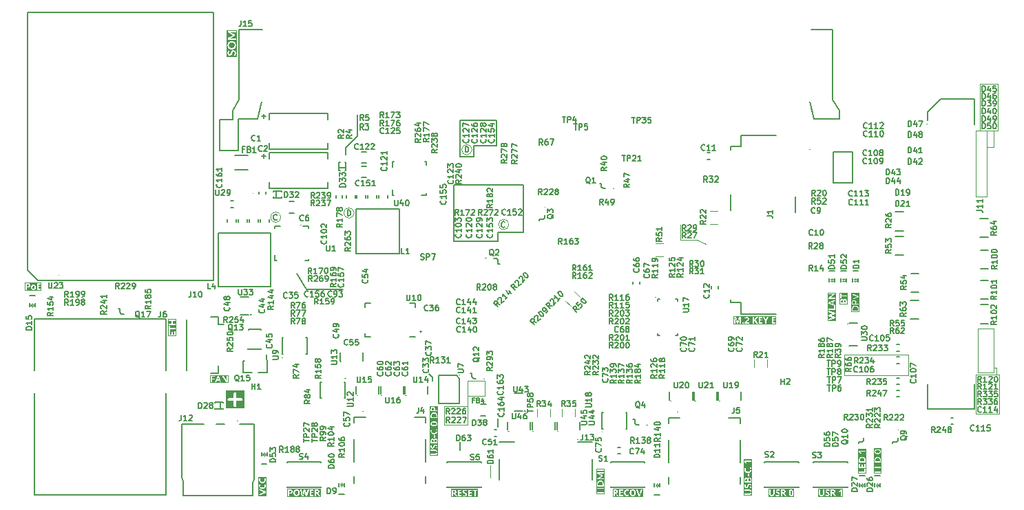
<source format=gbr>
%TF.GenerationSoftware,KiCad,Pcbnew,8.0.8*%
%TF.CreationDate,2025-02-13T16:32:42+11:00*%
%TF.ProjectId,jetson-orin-baseboard,6a657473-6f6e-42d6-9f72-696e2d626173,1.3.0*%
%TF.SameCoordinates,PX1c5f2f0PY7ac91b0*%
%TF.FileFunction,Legend,Top*%
%TF.FilePolarity,Positive*%
%FSLAX46Y46*%
G04 Gerber Fmt 4.6, Leading zero omitted, Abs format (unit mm)*
G04 Created by KiCad (PCBNEW 8.0.8) date 2025-02-13 16:32:42*
%MOMM*%
%LPD*%
G01*
G04 APERTURE LIST*
%ADD10C,0.120000*%
%ADD11C,0.150000*%
%ADD12C,0.175000*%
%ADD13C,0.100000*%
%ADD14C,0.300000*%
%ADD15C,0.125000*%
%ADD16C,0.145711*%
%ADD17C,0.124000*%
G04 APERTURE END LIST*
D10*
X59620000Y33660000D02*
G75*
G02*
X58347208Y33660000I-636396J0D01*
G01*
X58347208Y33660000D02*
G75*
G02*
X59620000Y33660000I636396J0D01*
G01*
X119550000Y16050000D02*
X119250000Y16050000D01*
D11*
X53586396Y42030000D02*
X55356396Y42030000D01*
D10*
X40600000Y35070000D02*
G75*
G02*
X39327208Y35070000I-636396J0D01*
G01*
X39327208Y35070000D02*
G75*
G02*
X40600000Y35070000I636396J0D01*
G01*
X31600000Y34550000D02*
G75*
G02*
X30327208Y34550000I-636396J0D01*
G01*
X30327208Y34550000D02*
G75*
G02*
X31600000Y34550000I636396J0D01*
G01*
X80725000Y33600000D02*
X80725000Y31725000D01*
D11*
X61430000Y32710000D02*
X58250000Y32710000D01*
X58250000Y31610000D01*
X52830000Y31610000D01*
X52830000Y38500000D01*
X61430000Y38500000D01*
X61430000Y32710000D01*
D10*
X119550000Y15150000D02*
X119550000Y16050000D01*
X118400000Y43150000D02*
X119250000Y43150000D01*
D11*
X55356396Y43370000D02*
X58076396Y43370000D01*
D10*
X54550000Y11250000D02*
X54550000Y12500000D01*
X55096396Y42870000D02*
G75*
G02*
X53823604Y42870000I-636396J0D01*
G01*
X53823604Y42870000D02*
G75*
G02*
X55096396Y42870000I636396J0D01*
G01*
D11*
X34700000Y25700000D02*
X33525000Y27650000D01*
D10*
X100850000Y17600000D02*
X108750000Y17600000D01*
X108750000Y15100000D01*
X100850000Y15100000D01*
X100850000Y17600000D01*
D11*
X55356396Y42030000D02*
X55356396Y43370000D01*
D10*
X117070000Y15150000D02*
X119890000Y15150000D01*
X119890000Y10300000D01*
X117070000Y10300000D01*
X117070000Y15150000D01*
X57350000Y4000000D02*
X57350000Y2500000D01*
D11*
X41010000Y47190000D02*
X41010000Y44580000D01*
X39200000Y25700000D02*
X34700000Y25700000D01*
X39540000Y43110000D02*
X39540000Y42280000D01*
D10*
X82775000Y31725000D02*
X83825000Y31225000D01*
D11*
X49790000Y15280000D02*
X50220000Y14850000D01*
X53586396Y46450000D02*
X53586396Y42030000D01*
D10*
X117060000Y45250000D02*
X118400000Y45250000D01*
X118400000Y37050000D01*
X117060000Y37050000D01*
X117060000Y45250000D01*
X119250000Y43150000D02*
X119250000Y45250000D01*
D11*
X58076396Y46450000D02*
X53586396Y46450000D01*
X58076396Y43370000D02*
X58076396Y46450000D01*
D10*
X80725000Y31725000D02*
X82775000Y31725000D01*
X54550000Y14400000D02*
X56650000Y14400000D01*
X56650000Y12500000D01*
X54550000Y12500000D01*
X54550000Y14400000D01*
X117550000Y50950000D02*
X119750000Y50950000D01*
X119750000Y45250000D01*
X117550000Y45250000D01*
X117550000Y50950000D01*
X51700000Y11250000D02*
X54550000Y11250000D01*
X54550000Y9000000D01*
X51700000Y9000000D01*
X51700000Y11250000D01*
X117250000Y20850000D02*
X119250000Y20850000D01*
X119250000Y15450000D01*
X117250000Y15450000D01*
X117250000Y20850000D01*
D11*
X50220000Y14850000D02*
X50220000Y14430000D01*
X41010000Y44580000D02*
X39540000Y43110000D01*
X54276666Y42553967D02*
X54276666Y43253967D01*
X54276666Y43253967D02*
X54443333Y43253967D01*
X54443333Y43253967D02*
X54543333Y43220634D01*
X54543333Y43220634D02*
X54610000Y43153967D01*
X54610000Y43153967D02*
X54643333Y43087300D01*
X54643333Y43087300D02*
X54676666Y42953967D01*
X54676666Y42953967D02*
X54676666Y42853967D01*
X54676666Y42853967D02*
X54643333Y42720634D01*
X54643333Y42720634D02*
X54610000Y42653967D01*
X54610000Y42653967D02*
X54543333Y42587300D01*
X54543333Y42587300D02*
X54443333Y42553967D01*
X54443333Y42553967D02*
X54276666Y42553967D01*
D12*
G36*
X100608118Y24320865D02*
G01*
X100619047Y24320051D01*
X100629388Y24318540D01*
X100639142Y24316333D01*
X100648308Y24313427D01*
X100656887Y24309825D01*
X100664879Y24305525D01*
X100672284Y24300528D01*
X100679101Y24294834D01*
X100685331Y24288443D01*
X100690974Y24281354D01*
X100696037Y24273584D01*
X100700602Y24265147D01*
X100704669Y24256044D01*
X100708239Y24246275D01*
X100711310Y24235839D01*
X100713883Y24224737D01*
X100715322Y24216966D01*
X100716539Y24208898D01*
X100717535Y24200534D01*
X100717926Y24196163D01*
X100718310Y24191875D01*
X100718863Y24182918D01*
X100719195Y24173666D01*
X100719306Y24164118D01*
X100719306Y24043560D01*
X100481706Y24043560D01*
X100481706Y24172520D01*
X100481733Y24177267D01*
X100481947Y24186524D01*
X100482374Y24195463D01*
X100483015Y24204085D01*
X100483870Y24212389D01*
X100484939Y24220376D01*
X100486942Y24231761D01*
X100489427Y24242431D01*
X100492392Y24252387D01*
X100495838Y24261629D01*
X100499765Y24270156D01*
X100504173Y24277969D01*
X100509062Y24285067D01*
X100514480Y24291492D01*
X100520552Y24297285D01*
X100527276Y24302446D01*
X100534652Y24306976D01*
X100542681Y24310873D01*
X100551363Y24314138D01*
X100560697Y24316771D01*
X100570684Y24318772D01*
X100581324Y24320142D01*
X100592616Y24320879D01*
X100600506Y24321019D01*
X100608118Y24320865D01*
G37*
G36*
X100947258Y24345768D02*
G01*
X100955171Y24345358D01*
X100964491Y24344376D01*
X100973618Y24342858D01*
X100982552Y24340804D01*
X100991295Y24338214D01*
X100994154Y24337224D01*
X101002457Y24333806D01*
X101010347Y24329714D01*
X101017826Y24324949D01*
X101024892Y24319511D01*
X101031546Y24313399D01*
X101032614Y24312325D01*
X101038741Y24305401D01*
X101043480Y24299001D01*
X101047885Y24292029D01*
X101051956Y24284484D01*
X101055693Y24276367D01*
X101059096Y24267677D01*
X101061524Y24260285D01*
X101063627Y24252473D01*
X101065407Y24244239D01*
X101066863Y24235583D01*
X101067996Y24226507D01*
X101068805Y24217009D01*
X101069291Y24207089D01*
X101069452Y24196749D01*
X101069452Y24043560D01*
X100825796Y24043560D01*
X100825796Y24196163D01*
X100825866Y24203535D01*
X100826179Y24213050D01*
X100826742Y24222204D01*
X100827556Y24230999D01*
X100828620Y24239433D01*
X100829934Y24247506D01*
X100831499Y24255220D01*
X100833807Y24264355D01*
X100836487Y24273012D01*
X100839520Y24281154D01*
X100842906Y24288781D01*
X100846645Y24295893D01*
X100851598Y24303747D01*
X100857059Y24310859D01*
X100858989Y24313092D01*
X100865082Y24319334D01*
X100871629Y24324889D01*
X100878629Y24329757D01*
X100886082Y24333938D01*
X100893988Y24337433D01*
X100900839Y24339853D01*
X100909412Y24342216D01*
X100918369Y24343988D01*
X100926128Y24345014D01*
X100934153Y24345629D01*
X100942446Y24345835D01*
X100947258Y24345768D01*
G37*
G36*
X101270889Y23803435D02*
G01*
X100280270Y23803435D01*
X100280270Y24172520D01*
X100369159Y24172520D01*
X100369159Y24043560D01*
X100369159Y23892324D01*
X101182000Y23892324D01*
X101182000Y24199484D01*
X101181982Y24203902D01*
X101181842Y24212644D01*
X101181561Y24221263D01*
X101181139Y24229758D01*
X101180578Y24238129D01*
X101179875Y24246377D01*
X101179033Y24254501D01*
X101178050Y24262502D01*
X101176926Y24270379D01*
X101174978Y24281962D01*
X101172713Y24293267D01*
X101170132Y24304294D01*
X101167236Y24315043D01*
X101164023Y24325514D01*
X101161723Y24332356D01*
X101158072Y24342360D01*
X101154180Y24352051D01*
X101150048Y24361429D01*
X101145676Y24370495D01*
X101141063Y24379248D01*
X101136210Y24387689D01*
X101131116Y24395817D01*
X101125782Y24403632D01*
X101120208Y24411135D01*
X101114393Y24418326D01*
X101110365Y24422970D01*
X101104149Y24429672D01*
X101097724Y24436058D01*
X101091088Y24442128D01*
X101084244Y24447882D01*
X101077189Y24453320D01*
X101069926Y24458443D01*
X101062452Y24463249D01*
X101054770Y24467739D01*
X101046877Y24471913D01*
X101038775Y24475772D01*
X101033250Y24478162D01*
X101024851Y24481457D01*
X101016317Y24484406D01*
X101007650Y24487008D01*
X100998849Y24489262D01*
X100989913Y24491170D01*
X100980844Y24492731D01*
X100971641Y24493946D01*
X100962304Y24494813D01*
X100952833Y24495333D01*
X100943228Y24495507D01*
X100934379Y24495343D01*
X100925737Y24494852D01*
X100917301Y24494033D01*
X100909070Y24492887D01*
X100901046Y24491414D01*
X100893228Y24489613D01*
X100885616Y24487484D01*
X100871010Y24482245D01*
X100857229Y24475697D01*
X100844272Y24467838D01*
X100832139Y24458670D01*
X100820831Y24448192D01*
X100815486Y24442462D01*
X100810347Y24436404D01*
X100805414Y24430019D01*
X100800687Y24423306D01*
X100796166Y24416267D01*
X100791851Y24408899D01*
X100787743Y24401204D01*
X100783840Y24393182D01*
X100780144Y24384833D01*
X100776653Y24376155D01*
X100773369Y24367151D01*
X100770291Y24357819D01*
X100767419Y24348159D01*
X100764753Y24338173D01*
X100762293Y24327858D01*
X100758980Y24337121D01*
X100755490Y24346054D01*
X100751824Y24354658D01*
X100747980Y24362932D01*
X100743959Y24370876D01*
X100739761Y24378490D01*
X100735386Y24385774D01*
X100730834Y24392729D01*
X100726129Y24399418D01*
X100721296Y24405808D01*
X100716335Y24411899D01*
X100709953Y24419092D01*
X100703371Y24425817D01*
X100696589Y24432075D01*
X100689606Y24437865D01*
X100686735Y24440051D01*
X100679445Y24445196D01*
X100671993Y24449882D01*
X100664378Y24454110D01*
X100656602Y24457881D01*
X100648663Y24461194D01*
X100640562Y24464048D01*
X100637279Y24465066D01*
X100628985Y24467322D01*
X100620568Y24469168D01*
X100612026Y24470604D01*
X100603360Y24471630D01*
X100594570Y24472245D01*
X100585656Y24472450D01*
X100579443Y24472384D01*
X100570273Y24472035D01*
X100561281Y24471388D01*
X100552467Y24470441D01*
X100543833Y24469196D01*
X100535376Y24467652D01*
X100527099Y24465810D01*
X100519000Y24463668D01*
X100511080Y24461228D01*
X100503338Y24458489D01*
X100495775Y24455451D01*
X100490814Y24453274D01*
X100483548Y24449722D01*
X100476492Y24445828D01*
X100469645Y24441589D01*
X100463007Y24437007D01*
X100456579Y24432082D01*
X100450361Y24426813D01*
X100444352Y24421201D01*
X100438553Y24415245D01*
X100432963Y24408946D01*
X100427582Y24402304D01*
X100424116Y24397704D01*
X100419109Y24390502D01*
X100414332Y24382935D01*
X100409785Y24375004D01*
X100405468Y24366710D01*
X100401382Y24358051D01*
X100397525Y24349028D01*
X100393899Y24339641D01*
X100390502Y24329890D01*
X100387336Y24319775D01*
X100384400Y24309296D01*
X100381676Y24298432D01*
X100379221Y24287163D01*
X100377732Y24279425D01*
X100376363Y24271507D01*
X100375113Y24263409D01*
X100373982Y24255130D01*
X100372969Y24246672D01*
X100372076Y24238033D01*
X100371303Y24229215D01*
X100370648Y24220216D01*
X100370112Y24211037D01*
X100369695Y24201678D01*
X100369397Y24192139D01*
X100369219Y24182419D01*
X100369159Y24172520D01*
X100280270Y24172520D01*
X100280270Y24543769D01*
X100369159Y24543769D01*
X100494212Y24543769D01*
X100494212Y24789184D01*
X101182000Y24789184D01*
X101182000Y24940615D01*
X100494212Y24940615D01*
X100494212Y25185835D01*
X100369159Y25185835D01*
X100369159Y24543769D01*
X100280270Y24543769D01*
X100280270Y25274724D01*
X101270889Y25274724D01*
X101270889Y23803435D01*
G37*
G36*
X50258118Y7125568D02*
G01*
X50269047Y7124755D01*
X50279388Y7123244D01*
X50289142Y7121036D01*
X50298308Y7118131D01*
X50306887Y7114529D01*
X50314879Y7110229D01*
X50322284Y7105232D01*
X50329101Y7099538D01*
X50335331Y7093147D01*
X50340974Y7086058D01*
X50346037Y7078288D01*
X50350602Y7069851D01*
X50354669Y7060748D01*
X50358239Y7050979D01*
X50361310Y7040543D01*
X50363883Y7029441D01*
X50365322Y7021670D01*
X50366539Y7013602D01*
X50367535Y7005238D01*
X50367926Y7000866D01*
X50368310Y6996578D01*
X50368863Y6987622D01*
X50369195Y6978370D01*
X50369306Y6968822D01*
X50369306Y6848263D01*
X50131706Y6848263D01*
X50131706Y6977223D01*
X50131733Y6981971D01*
X50131947Y6991228D01*
X50132374Y7000167D01*
X50133015Y7008789D01*
X50133870Y7017093D01*
X50134939Y7025080D01*
X50136942Y7036465D01*
X50139427Y7047135D01*
X50142392Y7057091D01*
X50145838Y7066332D01*
X50149765Y7074860D01*
X50154173Y7082672D01*
X50159062Y7089771D01*
X50164480Y7096196D01*
X50170552Y7101989D01*
X50177276Y7107150D01*
X50184652Y7111679D01*
X50192681Y7115576D01*
X50201363Y7118842D01*
X50210697Y7121475D01*
X50220684Y7123476D01*
X50231324Y7124845D01*
X50242616Y7125583D01*
X50250506Y7125723D01*
X50258118Y7125568D01*
G37*
G36*
X50597258Y7150471D02*
G01*
X50605171Y7150062D01*
X50614491Y7149080D01*
X50623618Y7147562D01*
X50632552Y7145508D01*
X50641295Y7142918D01*
X50644154Y7141928D01*
X50652457Y7138509D01*
X50660347Y7134417D01*
X50667826Y7129652D01*
X50674892Y7124214D01*
X50681546Y7118103D01*
X50682614Y7117029D01*
X50688741Y7110105D01*
X50693480Y7103705D01*
X50697885Y7096732D01*
X50701956Y7089187D01*
X50705693Y7081070D01*
X50709096Y7072381D01*
X50711524Y7064989D01*
X50713627Y7057176D01*
X50715407Y7048942D01*
X50716863Y7040287D01*
X50717996Y7031210D01*
X50718805Y7021712D01*
X50719291Y7011793D01*
X50719452Y7001452D01*
X50719452Y6848263D01*
X50475796Y6848263D01*
X50475796Y7000866D01*
X50475866Y7008239D01*
X50476179Y7017753D01*
X50476742Y7026908D01*
X50477556Y7035702D01*
X50478620Y7044136D01*
X50479934Y7052210D01*
X50481499Y7059924D01*
X50483807Y7069059D01*
X50486487Y7077716D01*
X50489520Y7085858D01*
X50492906Y7093485D01*
X50496645Y7100597D01*
X50501598Y7108451D01*
X50507059Y7115563D01*
X50508989Y7117796D01*
X50515082Y7124038D01*
X50521629Y7129593D01*
X50528629Y7134461D01*
X50536082Y7138642D01*
X50543988Y7142136D01*
X50550839Y7144557D01*
X50559412Y7146920D01*
X50568369Y7148692D01*
X50576128Y7149718D01*
X50584153Y7150333D01*
X50592446Y7150538D01*
X50597258Y7150471D01*
G37*
G36*
X50431070Y9254727D02*
G01*
X50441871Y9254626D01*
X50452435Y9254424D01*
X50462760Y9254122D01*
X50472847Y9253719D01*
X50482696Y9253215D01*
X50492307Y9252611D01*
X50501680Y9251906D01*
X50510815Y9251100D01*
X50519711Y9250193D01*
X50528370Y9249185D01*
X50536790Y9248077D01*
X50544972Y9246868D01*
X50552916Y9245558D01*
X50560622Y9244148D01*
X50571734Y9241843D01*
X50575326Y9241029D01*
X50585827Y9238482D01*
X50595916Y9235780D01*
X50605592Y9232924D01*
X50614857Y9229914D01*
X50623709Y9226749D01*
X50632149Y9223429D01*
X50640177Y9219955D01*
X50647793Y9216326D01*
X50654997Y9212543D01*
X50663960Y9207258D01*
X50672191Y9201735D01*
X50679787Y9196011D01*
X50686748Y9190085D01*
X50693074Y9183958D01*
X50698765Y9177629D01*
X50703821Y9171098D01*
X50708242Y9164366D01*
X50712027Y9157433D01*
X50713684Y9153907D01*
X50717357Y9145020D01*
X50720362Y9136028D01*
X50722700Y9126931D01*
X50724369Y9117729D01*
X50725371Y9108422D01*
X50725705Y9099010D01*
X50725652Y9095281D01*
X50725051Y9086024D01*
X50723782Y9076863D01*
X50721845Y9067798D01*
X50719240Y9058827D01*
X50715968Y9049953D01*
X50712027Y9041173D01*
X50708242Y9034334D01*
X50703821Y9027691D01*
X50698765Y9021243D01*
X50693074Y9014990D01*
X50686748Y9008933D01*
X50679787Y9003071D01*
X50672191Y8997405D01*
X50663960Y8991934D01*
X50659570Y8989305D01*
X50652641Y8985488D01*
X50645300Y8981822D01*
X50637547Y8978307D01*
X50629382Y8974944D01*
X50620804Y8971731D01*
X50611815Y8968670D01*
X50602413Y8965759D01*
X50592599Y8963000D01*
X50582373Y8960392D01*
X50571734Y8957935D01*
X50568090Y8957154D01*
X50556799Y8954959D01*
X50548974Y8953619D01*
X50540911Y8952379D01*
X50532610Y8951238D01*
X50524070Y8950196D01*
X50515293Y8949253D01*
X50506277Y8948410D01*
X50497023Y8947666D01*
X50487532Y8947021D01*
X50477802Y8946475D01*
X50467833Y8946028D01*
X50457627Y8945681D01*
X50447183Y8945433D01*
X50436500Y8945284D01*
X50425579Y8945235D01*
X50420089Y8945247D01*
X50409288Y8945346D01*
X50398724Y8945545D01*
X50388399Y8945842D01*
X50378312Y8946239D01*
X50368462Y8946735D01*
X50358851Y8947331D01*
X50349479Y8948025D01*
X50340344Y8948819D01*
X50331447Y8949712D01*
X50322789Y8950704D01*
X50314369Y8951796D01*
X50306187Y8952987D01*
X50298243Y8954276D01*
X50290537Y8955666D01*
X50279424Y8957935D01*
X50275833Y8958737D01*
X50265335Y8961245D01*
X50255252Y8963903D01*
X50245585Y8966713D01*
X50236334Y8969673D01*
X50227498Y8972785D01*
X50219078Y8976048D01*
X50211074Y8979462D01*
X50203485Y8983027D01*
X50196312Y8986744D01*
X50187394Y8991934D01*
X50181128Y8996019D01*
X50173340Y9001636D01*
X50166198Y9007449D01*
X50159705Y9013458D01*
X50153858Y9019662D01*
X50148659Y9026061D01*
X50144107Y9032655D01*
X50139327Y9041173D01*
X50137647Y9044674D01*
X50133921Y9053491D01*
X50130873Y9062404D01*
X50128502Y9071412D01*
X50126809Y9080516D01*
X50125792Y9089715D01*
X50125454Y9099010D01*
X50125508Y9102787D01*
X50126118Y9112157D01*
X50127405Y9121422D01*
X50129369Y9130582D01*
X50132011Y9139637D01*
X50135330Y9148588D01*
X50139327Y9157433D01*
X50143070Y9164366D01*
X50147460Y9171098D01*
X50152498Y9177629D01*
X50158182Y9183958D01*
X50164514Y9190085D01*
X50171494Y9196011D01*
X50179120Y9201735D01*
X50187394Y9207258D01*
X50191760Y9209935D01*
X50198657Y9213821D01*
X50205968Y9217553D01*
X50213696Y9221130D01*
X50221839Y9224553D01*
X50230398Y9227821D01*
X50239372Y9230935D01*
X50248762Y9233894D01*
X50258567Y9236698D01*
X50268788Y9239348D01*
X50279424Y9241843D01*
X50283069Y9242637D01*
X50294360Y9244866D01*
X50302185Y9246226D01*
X50310248Y9247485D01*
X50318549Y9248644D01*
X50327088Y9249702D01*
X50335866Y9250659D01*
X50344882Y9251515D01*
X50354135Y9252271D01*
X50363627Y9252926D01*
X50373357Y9253480D01*
X50383325Y9253933D01*
X50393532Y9254286D01*
X50403976Y9254538D01*
X50414659Y9254689D01*
X50425579Y9254739D01*
X50431070Y9254727D01*
G37*
G36*
X50433757Y10352981D02*
G01*
X50441828Y10352773D01*
X50449792Y10352425D01*
X50457648Y10351939D01*
X50469234Y10350949D01*
X50480578Y10349647D01*
X50491683Y10348032D01*
X50502546Y10346105D01*
X50513170Y10343865D01*
X50523553Y10341312D01*
X50533695Y10338447D01*
X50543598Y10335270D01*
X50550057Y10332986D01*
X50559514Y10329331D01*
X50568693Y10325402D01*
X50577594Y10321198D01*
X50586217Y10316719D01*
X50594562Y10311966D01*
X50602628Y10306937D01*
X50610416Y10301634D01*
X50617926Y10296056D01*
X50625158Y10290204D01*
X50632111Y10284076D01*
X50636564Y10279844D01*
X50642997Y10273287D01*
X50649135Y10266479D01*
X50654977Y10259420D01*
X50660524Y10252110D01*
X50665776Y10244550D01*
X50670732Y10236739D01*
X50675393Y10228677D01*
X50679758Y10220365D01*
X50683828Y10211802D01*
X50687603Y10202988D01*
X50689946Y10197005D01*
X50693176Y10187854D01*
X50696066Y10178490D01*
X50698616Y10168913D01*
X50700827Y10159123D01*
X50702697Y10149120D01*
X50704227Y10138904D01*
X50705417Y10128476D01*
X50706267Y10117834D01*
X50706777Y10106979D01*
X50706947Y10095912D01*
X50706947Y9937642D01*
X50144212Y9937642D01*
X50144212Y10095912D01*
X50144287Y10103314D01*
X50144684Y10114239D01*
X50145421Y10124952D01*
X50146497Y10135452D01*
X50147914Y10145739D01*
X50149671Y10155813D01*
X50151768Y10165673D01*
X50154205Y10175321D01*
X50156982Y10184756D01*
X50160099Y10193978D01*
X50163556Y10202988D01*
X50166040Y10208891D01*
X50170016Y10217538D01*
X50174290Y10225934D01*
X50178863Y10234080D01*
X50183735Y10241974D01*
X50188906Y10249618D01*
X50194376Y10257011D01*
X50200145Y10264153D01*
X50206212Y10271045D01*
X50212578Y10277686D01*
X50219243Y10284076D01*
X50223824Y10288192D01*
X50230930Y10294136D01*
X50238318Y10299805D01*
X50245988Y10305200D01*
X50253939Y10310320D01*
X50262172Y10315165D01*
X50270687Y10319736D01*
X50279483Y10324031D01*
X50288561Y10328052D01*
X50297920Y10331798D01*
X50307561Y10335270D01*
X50317463Y10338447D01*
X50327606Y10341312D01*
X50337989Y10343865D01*
X50348612Y10346105D01*
X50359476Y10348032D01*
X50370580Y10349647D01*
X50381925Y10350949D01*
X50393510Y10351939D01*
X50401367Y10352425D01*
X50409331Y10352773D01*
X50417402Y10352981D01*
X50425579Y10353050D01*
X50433757Y10352981D01*
G37*
G36*
X50282428Y11066200D02*
G01*
X50291019Y11065882D01*
X50299409Y11065247D01*
X50307597Y11064295D01*
X50315584Y11063025D01*
X50323369Y11061437D01*
X50332817Y11059006D01*
X50341951Y11056079D01*
X50345483Y11054769D01*
X50354020Y11051138D01*
X50362137Y11047002D01*
X50369835Y11042361D01*
X50377112Y11037214D01*
X50383970Y11031561D01*
X50390408Y11025402D01*
X50395247Y11020108D01*
X50400893Y11013027D01*
X50406090Y11005431D01*
X50410838Y10997319D01*
X50415138Y10988692D01*
X50418255Y10981420D01*
X50421085Y10973818D01*
X50423604Y10965932D01*
X50425787Y10957710D01*
X50427634Y10949153D01*
X50429145Y10940259D01*
X50430321Y10931030D01*
X50431160Y10921465D01*
X50431664Y10911564D01*
X50431832Y10901327D01*
X50431832Y10788193D01*
X50131706Y10788193D01*
X50131706Y10901327D01*
X50131865Y10911701D01*
X50132341Y10921721D01*
X50133135Y10931387D01*
X50134247Y10940699D01*
X50135675Y10949656D01*
X50137422Y10958260D01*
X50139486Y10966509D01*
X50141867Y10974404D01*
X50143851Y10980133D01*
X50146742Y10987473D01*
X50150751Y10996166D01*
X50155199Y11004326D01*
X50160086Y11011950D01*
X50165412Y11019041D01*
X50171176Y11025598D01*
X50173577Y11028098D01*
X50179861Y11034002D01*
X50186545Y11039409D01*
X50193630Y11044321D01*
X50201116Y11048736D01*
X50209002Y11052656D01*
X50217289Y11056079D01*
X50225934Y11059006D01*
X50234894Y11061437D01*
X50244168Y11063372D01*
X50253758Y11064811D01*
X50261656Y11065605D01*
X50269756Y11066081D01*
X50278057Y11066240D01*
X50282428Y11066200D01*
G37*
G36*
X50927141Y5152061D02*
G01*
X49924018Y5152061D01*
X49924018Y5764216D01*
X50019159Y5764216D01*
X50508231Y5764216D01*
X50514058Y5764166D01*
X50522666Y5763906D01*
X50531117Y5763422D01*
X50539409Y5762715D01*
X50547544Y5761785D01*
X50555520Y5760631D01*
X50563338Y5759255D01*
X50573517Y5757072D01*
X50583415Y5754492D01*
X50593032Y5751515D01*
X50602286Y5748215D01*
X50611192Y5744566D01*
X50619749Y5740570D01*
X50627959Y5736226D01*
X50635821Y5731533D01*
X50643334Y5726493D01*
X50650500Y5721104D01*
X50657317Y5715367D01*
X50663774Y5709283D01*
X50669859Y5702850D01*
X50675571Y5696069D01*
X50680911Y5688940D01*
X50685878Y5681463D01*
X50690473Y5673638D01*
X50694695Y5665465D01*
X50698545Y5656944D01*
X50701164Y5650379D01*
X50704255Y5641374D01*
X50706889Y5632082D01*
X50709064Y5622503D01*
X50710781Y5612637D01*
X50712041Y5602485D01*
X50712685Y5594682D01*
X50713071Y5586717D01*
X50713200Y5578591D01*
X50713143Y5573132D01*
X50712842Y5565082D01*
X50712284Y5557196D01*
X50711139Y5546937D01*
X50709536Y5536972D01*
X50707475Y5527300D01*
X50704957Y5517921D01*
X50701980Y5508835D01*
X50698545Y5500043D01*
X50694692Y5491561D01*
X50690461Y5483410D01*
X50685851Y5475588D01*
X50680862Y5468096D01*
X50675495Y5460933D01*
X50669749Y5454101D01*
X50663625Y5447598D01*
X50657122Y5441424D01*
X50650213Y5435639D01*
X50642968Y5430202D01*
X50635387Y5425112D01*
X50627471Y5420371D01*
X50619218Y5415977D01*
X50610630Y5411932D01*
X50601706Y5408235D01*
X50592446Y5404886D01*
X50585260Y5402651D01*
X50575432Y5400013D01*
X50565323Y5397766D01*
X50557558Y5396337D01*
X50549634Y5395128D01*
X50541552Y5394139D01*
X50533312Y5393370D01*
X50524914Y5392820D01*
X50516359Y5392490D01*
X50507645Y5392381D01*
X50019159Y5392381D01*
X50019159Y5240950D01*
X50504323Y5240950D01*
X50513318Y5241041D01*
X50522226Y5241313D01*
X50531050Y5241767D01*
X50539787Y5242403D01*
X50548440Y5243221D01*
X50557006Y5244220D01*
X50565488Y5245401D01*
X50573884Y5246763D01*
X50582194Y5248307D01*
X50590419Y5250033D01*
X50598558Y5251940D01*
X50606612Y5254029D01*
X50614581Y5256300D01*
X50622464Y5258752D01*
X50630261Y5261386D01*
X50637973Y5264202D01*
X50641791Y5265687D01*
X50649329Y5268775D01*
X50656736Y5272020D01*
X50664011Y5275423D01*
X50671155Y5278983D01*
X50678168Y5282700D01*
X50685050Y5286574D01*
X50691800Y5290606D01*
X50698419Y5294795D01*
X50708101Y5301373D01*
X50717488Y5308304D01*
X50726580Y5315590D01*
X50735376Y5323229D01*
X50743877Y5331222D01*
X50749369Y5336743D01*
X50757321Y5345301D01*
X50764930Y5354193D01*
X50769812Y5360306D01*
X50774541Y5366567D01*
X50779118Y5372976D01*
X50783542Y5379533D01*
X50787813Y5386239D01*
X50791931Y5393092D01*
X50795897Y5400093D01*
X50799711Y5407243D01*
X50803371Y5414540D01*
X50806879Y5421986D01*
X50810234Y5429579D01*
X50813437Y5437321D01*
X50816442Y5445200D01*
X50819253Y5453206D01*
X50821870Y5461339D01*
X50824294Y5469598D01*
X50826523Y5477984D01*
X50828559Y5486496D01*
X50830400Y5495136D01*
X50832048Y5503902D01*
X50833502Y5512795D01*
X50834762Y5521814D01*
X50835829Y5530960D01*
X50836701Y5540233D01*
X50837380Y5549632D01*
X50837864Y5559159D01*
X50838155Y5568812D01*
X50838252Y5578591D01*
X50838155Y5588300D01*
X50837864Y5597886D01*
X50837380Y5607351D01*
X50836701Y5616693D01*
X50835829Y5625913D01*
X50834762Y5635011D01*
X50833502Y5643987D01*
X50832048Y5652841D01*
X50830400Y5661573D01*
X50828559Y5670182D01*
X50826523Y5678670D01*
X50824294Y5687035D01*
X50821870Y5695278D01*
X50819253Y5703399D01*
X50816442Y5711398D01*
X50813437Y5719275D01*
X50811855Y5723165D01*
X50808576Y5730832D01*
X50805144Y5738352D01*
X50801560Y5745723D01*
X50797823Y5752947D01*
X50793933Y5760022D01*
X50789891Y5766950D01*
X50785696Y5773729D01*
X50781349Y5780360D01*
X50776849Y5786843D01*
X50772196Y5793178D01*
X50767390Y5799365D01*
X50759896Y5808368D01*
X50752058Y5817038D01*
X50743877Y5825374D01*
X50741076Y5828078D01*
X50732477Y5835950D01*
X50723582Y5843465D01*
X50714392Y5850623D01*
X50704907Y5857423D01*
X50695126Y5863867D01*
X50688441Y5867964D01*
X50681625Y5871902D01*
X50674678Y5875682D01*
X50667600Y5879303D01*
X50660390Y5882765D01*
X50653049Y5886069D01*
X50645577Y5889213D01*
X50637973Y5892199D01*
X50630261Y5895038D01*
X50622464Y5897695D01*
X50614581Y5900167D01*
X50606612Y5902457D01*
X50598558Y5904564D01*
X50590419Y5906487D01*
X50582194Y5908228D01*
X50573884Y5909785D01*
X50565488Y5911158D01*
X50557006Y5912349D01*
X50548440Y5913357D01*
X50539787Y5914181D01*
X50531050Y5914822D01*
X50522226Y5915280D01*
X50513318Y5915555D01*
X50504323Y5915646D01*
X50019159Y5915646D01*
X50019159Y5764216D01*
X49924018Y5764216D01*
X49924018Y6317377D01*
X50012907Y6317377D01*
X50012983Y6309399D01*
X50013384Y6297646D01*
X50014128Y6286151D01*
X50015216Y6274913D01*
X50016647Y6263933D01*
X50018421Y6253210D01*
X50020539Y6242746D01*
X50023001Y6232538D01*
X50025806Y6222589D01*
X50028954Y6212897D01*
X50032446Y6203462D01*
X50034915Y6197344D01*
X50038811Y6188395D01*
X50042936Y6179722D01*
X50047292Y6171323D01*
X50051878Y6163199D01*
X50056694Y6155349D01*
X50061740Y6147775D01*
X50067016Y6140475D01*
X50072523Y6133450D01*
X50078259Y6126700D01*
X50084226Y6120224D01*
X50088293Y6116085D01*
X50094534Y6110108D01*
X50100944Y6104409D01*
X50107522Y6098989D01*
X50114268Y6093847D01*
X50121183Y6088983D01*
X50128266Y6084397D01*
X50135517Y6080089D01*
X50142936Y6076060D01*
X50150524Y6072309D01*
X50158280Y6068835D01*
X50163492Y6066682D01*
X50171343Y6063713D01*
X50179236Y6061056D01*
X50187170Y6058712D01*
X50195145Y6056681D01*
X50203162Y6054962D01*
X50211220Y6053555D01*
X50219319Y6052461D01*
X50227459Y6051680D01*
X50235640Y6051211D01*
X50243863Y6051055D01*
X50247290Y6051070D01*
X50257366Y6051305D01*
X50267137Y6051821D01*
X50276603Y6052619D01*
X50285762Y6053699D01*
X50294616Y6055060D01*
X50303165Y6056703D01*
X50311407Y6058628D01*
X50319344Y6060834D01*
X50326976Y6063322D01*
X50336675Y6067077D01*
X50345859Y6071290D01*
X50354651Y6075821D01*
X50363053Y6080669D01*
X50371064Y6085835D01*
X50378685Y6091318D01*
X50385914Y6097119D01*
X50392753Y6103237D01*
X50399201Y6109673D01*
X50405307Y6116383D01*
X50411120Y6123326D01*
X50416640Y6130501D01*
X50421867Y6137907D01*
X50426801Y6145546D01*
X50431441Y6153417D01*
X50435789Y6161520D01*
X50439843Y6169854D01*
X50443681Y6178320D01*
X50447378Y6186817D01*
X50450935Y6195344D01*
X50454351Y6203902D01*
X50457627Y6212490D01*
X50460763Y6221109D01*
X50463758Y6229758D01*
X50466612Y6238438D01*
X50469372Y6247163D01*
X50472083Y6255852D01*
X50474745Y6264505D01*
X50477359Y6273120D01*
X50479923Y6281699D01*
X50482439Y6290242D01*
X50484906Y6298747D01*
X50487324Y6307217D01*
X50488513Y6311413D01*
X50490992Y6319632D01*
X50493606Y6327618D01*
X50496353Y6335373D01*
X50499235Y6342896D01*
X50502252Y6350186D01*
X50506211Y6358973D01*
X50510381Y6367398D01*
X50512092Y6370655D01*
X50516597Y6378443D01*
X50521426Y6385725D01*
X50526580Y6392502D01*
X50532059Y6398773D01*
X50537861Y6404539D01*
X50543988Y6409799D01*
X50546526Y6411739D01*
X50553278Y6416042D01*
X50560612Y6419562D01*
X50568528Y6422300D01*
X50577026Y6424256D01*
X50586106Y6425430D01*
X50595768Y6425821D01*
X50602749Y6425683D01*
X50612836Y6424957D01*
X50622464Y6423610D01*
X50631631Y6421642D01*
X50640338Y6419051D01*
X50648584Y6415840D01*
X50656371Y6412006D01*
X50663697Y6407551D01*
X50670563Y6402474D01*
X50676968Y6396775D01*
X50682914Y6390454D01*
X50688326Y6383564D01*
X50693206Y6376155D01*
X50697554Y6368227D01*
X50701369Y6359781D01*
X50704652Y6350816D01*
X50707403Y6341332D01*
X50709621Y6331330D01*
X50711307Y6320809D01*
X50712460Y6309769D01*
X50713081Y6298211D01*
X50713200Y6290217D01*
X50713023Y6279855D01*
X50712491Y6269872D01*
X50711606Y6260267D01*
X50710367Y6251041D01*
X50708773Y6242193D01*
X50706825Y6233724D01*
X50704523Y6225633D01*
X50701867Y6217921D01*
X50700440Y6214190D01*
X50696787Y6205121D01*
X50693010Y6196425D01*
X50689109Y6188101D01*
X50685084Y6180148D01*
X50680934Y6172568D01*
X50676661Y6165360D01*
X50674913Y6162575D01*
X50670637Y6155819D01*
X50665682Y6148103D01*
X50660919Y6140812D01*
X50656349Y6133947D01*
X50651260Y6126477D01*
X50646844Y6119484D01*
X50643125Y6111745D01*
X50640823Y6104274D01*
X50639927Y6096191D01*
X50640119Y6092422D01*
X50641856Y6084538D01*
X50645398Y6077042D01*
X50647466Y6073788D01*
X50652558Y6067540D01*
X50658489Y6062387D01*
X50731371Y6017838D01*
X50737358Y6023852D01*
X50743205Y6030074D01*
X50748911Y6036504D01*
X50754477Y6043141D01*
X50759902Y6049986D01*
X50765187Y6057039D01*
X50770331Y6064299D01*
X50775335Y6071766D01*
X50780135Y6079451D01*
X50784763Y6087264D01*
X50789220Y6095205D01*
X50793507Y6103274D01*
X50797622Y6111471D01*
X50801567Y6119797D01*
X50805340Y6128251D01*
X50808943Y6136833D01*
X50812359Y6145574D01*
X50815574Y6154406D01*
X50818588Y6163330D01*
X50821399Y6172346D01*
X50824010Y6181453D01*
X50826419Y6190652D01*
X50828626Y6199942D01*
X50830632Y6209324D01*
X50832418Y6218767D01*
X50833966Y6228241D01*
X50835275Y6237745D01*
X50836347Y6247279D01*
X50837181Y6256844D01*
X50837776Y6266440D01*
X50838133Y6276066D01*
X50838252Y6285723D01*
X50838232Y6289934D01*
X50838074Y6298265D01*
X50837756Y6306478D01*
X50837280Y6314572D01*
X50836645Y6322546D01*
X50835851Y6330402D01*
X50834363Y6341962D01*
X50832517Y6353254D01*
X50830314Y6364278D01*
X50827754Y6375034D01*
X50824837Y6385522D01*
X50821563Y6395743D01*
X50817931Y6405695D01*
X50815333Y6412178D01*
X50811218Y6421664D01*
X50806842Y6430864D01*
X50802206Y6439780D01*
X50797308Y6448411D01*
X50792149Y6456757D01*
X50786729Y6464817D01*
X50781048Y6472593D01*
X50775106Y6480083D01*
X50768903Y6487289D01*
X50762439Y6494209D01*
X50757971Y6498683D01*
X50751091Y6505137D01*
X50743999Y6511281D01*
X50736693Y6517117D01*
X50729175Y6522643D01*
X50721443Y6527861D01*
X50713499Y6532769D01*
X50705342Y6537368D01*
X50696971Y6541658D01*
X50688388Y6545638D01*
X50679592Y6549310D01*
X50673606Y6551605D01*
X50664526Y6554770D01*
X50655326Y6557602D01*
X50646006Y6560101D01*
X50636566Y6562266D01*
X50627006Y6564099D01*
X50617325Y6565598D01*
X50607524Y6566764D01*
X50597603Y6567597D01*
X50587562Y6568097D01*
X50577401Y6568263D01*
X50571207Y6568201D01*
X50562137Y6567872D01*
X50553331Y6567262D01*
X50544789Y6566370D01*
X50536512Y6565196D01*
X50528500Y6563741D01*
X50520752Y6562005D01*
X50510832Y6559251D01*
X50501383Y6555996D01*
X50492404Y6552241D01*
X50483782Y6548070D01*
X50475503Y6543570D01*
X50467565Y6538740D01*
X50459969Y6533581D01*
X50452715Y6528091D01*
X50445803Y6522272D01*
X50439233Y6516124D01*
X50433004Y6509645D01*
X50427078Y6502934D01*
X50421415Y6495992D01*
X50416014Y6488817D01*
X50410876Y6481411D01*
X50406000Y6473772D01*
X50401387Y6465901D01*
X50397037Y6457798D01*
X50392949Y6449464D01*
X50389053Y6441031D01*
X50385279Y6432538D01*
X50381628Y6423983D01*
X50378099Y6415367D01*
X50374691Y6406691D01*
X50371406Y6397953D01*
X50368243Y6389154D01*
X50365203Y6380294D01*
X50362244Y6371477D01*
X50359329Y6362708D01*
X50356456Y6353989D01*
X50353625Y6345318D01*
X50350838Y6336697D01*
X50348093Y6328124D01*
X50345391Y6319600D01*
X50342732Y6311124D01*
X50341379Y6306927D01*
X50338613Y6298702D01*
X50335767Y6290703D01*
X50332843Y6282930D01*
X50329838Y6275383D01*
X50326755Y6268062D01*
X50322789Y6259228D01*
X50318699Y6250748D01*
X50317016Y6247491D01*
X50312615Y6239703D01*
X50307937Y6232420D01*
X50302982Y6225643D01*
X50297751Y6219372D01*
X50292243Y6213607D01*
X50286459Y6208347D01*
X50280307Y6203731D01*
X50272320Y6199225D01*
X50263674Y6195845D01*
X50255965Y6193889D01*
X50247798Y6192716D01*
X50239173Y6192325D01*
X50230951Y6192599D01*
X50222989Y6193424D01*
X50215289Y6194798D01*
X50206635Y6197095D01*
X50198336Y6200140D01*
X50193732Y6202268D01*
X50186086Y6206595D01*
X50178964Y6211688D01*
X50172366Y6217548D01*
X50166291Y6224174D01*
X50164653Y6226207D01*
X50160014Y6232661D01*
X50155787Y6239652D01*
X50151972Y6247179D01*
X50148570Y6255241D01*
X50145579Y6263839D01*
X50144657Y6266825D01*
X50142610Y6274557D01*
X50140936Y6282670D01*
X50139633Y6291165D01*
X50138703Y6300042D01*
X50138145Y6309300D01*
X50137959Y6318940D01*
X50138093Y6327538D01*
X50138496Y6335842D01*
X50139168Y6343853D01*
X50140385Y6353455D01*
X50142023Y6362599D01*
X50144080Y6371284D01*
X50146556Y6379512D01*
X50148736Y6385811D01*
X50151547Y6393400D01*
X50154453Y6400675D01*
X50158066Y6408989D01*
X50161817Y6416850D01*
X50165705Y6424258D01*
X50167631Y6427800D01*
X50172006Y6435691D01*
X50176212Y6443059D01*
X50180250Y6449903D01*
X50184658Y6457084D01*
X50185699Y6458810D01*
X50189553Y6466368D01*
X50192240Y6474367D01*
X50193256Y6482681D01*
X50193127Y6486131D01*
X50191586Y6494255D01*
X50187980Y6501634D01*
X50184053Y6506301D01*
X50177678Y6511650D01*
X50170981Y6515898D01*
X50100248Y6553609D01*
X50092644Y6545427D01*
X50085367Y6536930D01*
X50078415Y6528117D01*
X50071791Y6518987D01*
X50065492Y6509542D01*
X50059520Y6499781D01*
X50053874Y6489703D01*
X50048554Y6479310D01*
X50045189Y6472206D01*
X50041969Y6464961D01*
X50038893Y6457575D01*
X50035963Y6450050D01*
X50033171Y6442410D01*
X50030559Y6434684D01*
X50028128Y6426870D01*
X50025876Y6418970D01*
X50023804Y6410982D01*
X50021913Y6402908D01*
X50020202Y6394746D01*
X50018671Y6386498D01*
X50017320Y6378162D01*
X50016149Y6369740D01*
X50015158Y6361230D01*
X50014348Y6352633D01*
X50013717Y6343950D01*
X50013267Y6335179D01*
X50012997Y6326322D01*
X50012907Y6317377D01*
X49924018Y6317377D01*
X49924018Y6977223D01*
X50019159Y6977223D01*
X50019159Y6848263D01*
X50019159Y6697028D01*
X50832000Y6697028D01*
X50832000Y7004188D01*
X50831982Y7008605D01*
X50831842Y7017348D01*
X50831561Y7025967D01*
X50831139Y7034462D01*
X50830578Y7042833D01*
X50829875Y7051081D01*
X50829033Y7059205D01*
X50828050Y7067205D01*
X50826926Y7075082D01*
X50824978Y7086666D01*
X50822713Y7097971D01*
X50820132Y7108998D01*
X50817236Y7119747D01*
X50814023Y7130217D01*
X50811723Y7137060D01*
X50808072Y7147063D01*
X50804180Y7156754D01*
X50800048Y7166133D01*
X50795676Y7175198D01*
X50791063Y7183952D01*
X50786210Y7192392D01*
X50781116Y7200520D01*
X50775782Y7208336D01*
X50770208Y7215839D01*
X50764393Y7223029D01*
X50760365Y7227673D01*
X50754149Y7234375D01*
X50747724Y7240762D01*
X50741088Y7246832D01*
X50734244Y7252586D01*
X50727189Y7258024D01*
X50719926Y7263146D01*
X50712452Y7267953D01*
X50704770Y7272443D01*
X50696877Y7276617D01*
X50688775Y7280475D01*
X50683250Y7282865D01*
X50674851Y7286161D01*
X50666317Y7289109D01*
X50657650Y7291711D01*
X50648849Y7293966D01*
X50639913Y7295874D01*
X50630844Y7297435D01*
X50621641Y7298649D01*
X50612304Y7299516D01*
X50602833Y7300037D01*
X50593228Y7300210D01*
X50584379Y7300047D01*
X50575737Y7299555D01*
X50567301Y7298737D01*
X50559070Y7297591D01*
X50551046Y7296117D01*
X50543228Y7294316D01*
X50535616Y7292188D01*
X50521010Y7286949D01*
X50507229Y7280400D01*
X50494272Y7272542D01*
X50482139Y7263373D01*
X50470831Y7252895D01*
X50465486Y7247165D01*
X50460347Y7241108D01*
X50455414Y7234723D01*
X50450687Y7228010D01*
X50446166Y7220970D01*
X50441851Y7213603D01*
X50437743Y7205908D01*
X50433840Y7197886D01*
X50430144Y7189536D01*
X50426653Y7180859D01*
X50423369Y7171855D01*
X50420291Y7162523D01*
X50417419Y7152863D01*
X50414753Y7142876D01*
X50412293Y7132562D01*
X50408980Y7141825D01*
X50405490Y7150758D01*
X50401824Y7159361D01*
X50397980Y7167635D01*
X50393959Y7175579D01*
X50389761Y7183193D01*
X50385386Y7190478D01*
X50380834Y7197433D01*
X50376129Y7204122D01*
X50371296Y7210512D01*
X50366335Y7216603D01*
X50359953Y7223796D01*
X50353371Y7230521D01*
X50346589Y7236779D01*
X50339606Y7242569D01*
X50336735Y7244755D01*
X50329445Y7249899D01*
X50321993Y7254586D01*
X50314378Y7258814D01*
X50306602Y7262585D01*
X50298663Y7265897D01*
X50290562Y7268752D01*
X50287279Y7269769D01*
X50278985Y7272026D01*
X50270568Y7273872D01*
X50262026Y7275308D01*
X50253360Y7276333D01*
X50244570Y7276949D01*
X50235656Y7277154D01*
X50229443Y7277087D01*
X50220273Y7276739D01*
X50211281Y7276091D01*
X50202467Y7275145D01*
X50193833Y7273900D01*
X50185376Y7272356D01*
X50177099Y7270513D01*
X50169000Y7268372D01*
X50161080Y7265932D01*
X50153338Y7263192D01*
X50145775Y7260154D01*
X50140814Y7257978D01*
X50133548Y7254426D01*
X50126492Y7250531D01*
X50119645Y7246293D01*
X50113007Y7241711D01*
X50106579Y7236786D01*
X50100361Y7231517D01*
X50094352Y7225905D01*
X50088553Y7219949D01*
X50082963Y7213650D01*
X50077582Y7207007D01*
X50074116Y7202408D01*
X50069109Y7195205D01*
X50064332Y7187639D01*
X50059785Y7179708D01*
X50055468Y7171413D01*
X50051382Y7162755D01*
X50047525Y7153732D01*
X50043899Y7144345D01*
X50040502Y7134594D01*
X50037336Y7124479D01*
X50034400Y7113999D01*
X50031676Y7103136D01*
X50029221Y7091867D01*
X50027732Y7084129D01*
X50026363Y7076211D01*
X50025113Y7068112D01*
X50023982Y7059834D01*
X50022969Y7051376D01*
X50022076Y7042737D01*
X50021303Y7033918D01*
X50020648Y7024920D01*
X50020112Y7015741D01*
X50019695Y7006382D01*
X50019397Y6996842D01*
X50019219Y6987123D01*
X50019159Y6977223D01*
X49924018Y6977223D01*
X49924018Y7407482D01*
X50431832Y7407482D01*
X50544379Y7407482D01*
X50544379Y7699010D01*
X50431832Y7699010D01*
X50431832Y7407482D01*
X49924018Y7407482D01*
X49924018Y8205863D01*
X50012907Y8205863D01*
X50013026Y8194738D01*
X50013383Y8183737D01*
X50013978Y8172860D01*
X50014812Y8162107D01*
X50015883Y8151477D01*
X50017193Y8140970D01*
X50018741Y8130588D01*
X50020527Y8120329D01*
X50022551Y8110194D01*
X50024814Y8100182D01*
X50027314Y8090294D01*
X50030053Y8080529D01*
X50033029Y8070889D01*
X50036244Y8061372D01*
X50039697Y8051978D01*
X50043388Y8042708D01*
X50047293Y8033580D01*
X50051387Y8024610D01*
X50055671Y8015799D01*
X50060143Y8007147D01*
X50064805Y7998653D01*
X50069657Y7990318D01*
X50074697Y7982142D01*
X50079927Y7974125D01*
X50085346Y7966267D01*
X50090954Y7958567D01*
X50096752Y7951026D01*
X50102739Y7943644D01*
X50108915Y7936420D01*
X50115281Y7929355D01*
X50121836Y7922449D01*
X50128580Y7915702D01*
X50135501Y7909152D01*
X50142584Y7902788D01*
X50149832Y7896610D01*
X50157242Y7890618D01*
X50164816Y7884813D01*
X50172553Y7879194D01*
X50180453Y7873761D01*
X50188517Y7868514D01*
X50196744Y7863454D01*
X50205135Y7858580D01*
X50213689Y7853892D01*
X50222406Y7849390D01*
X50231287Y7845075D01*
X50240330Y7840946D01*
X50249538Y7837003D01*
X50258908Y7833246D01*
X50268421Y7829720D01*
X50278054Y7826422D01*
X50287807Y7823352D01*
X50297682Y7820509D01*
X50307677Y7817893D01*
X50317792Y7815505D01*
X50328028Y7813344D01*
X50338385Y7811411D01*
X50348862Y7809705D01*
X50359460Y7808226D01*
X50370178Y7806975D01*
X50381017Y7805952D01*
X50391977Y7805156D01*
X50403057Y7804587D01*
X50414258Y7804246D01*
X50425579Y7804132D01*
X50436760Y7804238D01*
X50447833Y7804556D01*
X50458797Y7805087D01*
X50469653Y7805830D01*
X50480400Y7806784D01*
X50491040Y7807951D01*
X50501570Y7809331D01*
X50511993Y7810922D01*
X50522306Y7812726D01*
X50532512Y7814741D01*
X50542609Y7816969D01*
X50552598Y7819409D01*
X50562478Y7822062D01*
X50572250Y7824926D01*
X50581914Y7828003D01*
X50591469Y7831292D01*
X50600864Y7834804D01*
X50610096Y7838503D01*
X50619164Y7842388D01*
X50628069Y7846459D01*
X50636811Y7850717D01*
X50645389Y7855161D01*
X50653804Y7859790D01*
X50662055Y7864607D01*
X50670144Y7869609D01*
X50678068Y7874798D01*
X50685830Y7880173D01*
X50693428Y7885734D01*
X50700863Y7891481D01*
X50708135Y7897415D01*
X50715243Y7903534D01*
X50722188Y7909840D01*
X50728933Y7916322D01*
X50735490Y7922968D01*
X50741859Y7929780D01*
X50748041Y7936756D01*
X50754035Y7943897D01*
X50759841Y7951203D01*
X50765459Y7958674D01*
X50770890Y7966309D01*
X50776133Y7974110D01*
X50781188Y7982075D01*
X50786055Y7990205D01*
X50790735Y7998501D01*
X50795226Y8006960D01*
X50799530Y8015585D01*
X50803647Y8024375D01*
X50807575Y8033330D01*
X50811290Y8042438D01*
X50814765Y8051691D01*
X50818001Y8061086D01*
X50820996Y8070625D01*
X50823752Y8080308D01*
X50826269Y8090134D01*
X50828546Y8100104D01*
X50830583Y8110217D01*
X50832380Y8120474D01*
X50833938Y8130874D01*
X50835256Y8141418D01*
X50836335Y8152105D01*
X50837174Y8162936D01*
X50837773Y8173910D01*
X50838132Y8185027D01*
X50838252Y8196288D01*
X50838128Y8208851D01*
X50837758Y8221186D01*
X50837139Y8233293D01*
X50836274Y8245174D01*
X50835161Y8256826D01*
X50833801Y8268251D01*
X50832193Y8279449D01*
X50830339Y8290420D01*
X50828237Y8301162D01*
X50825887Y8311678D01*
X50823291Y8321966D01*
X50820447Y8332026D01*
X50817356Y8341859D01*
X50814017Y8351465D01*
X50810431Y8360843D01*
X50806598Y8369994D01*
X50802533Y8378942D01*
X50798251Y8387711D01*
X50793753Y8396301D01*
X50789037Y8404713D01*
X50784105Y8412946D01*
X50778956Y8421001D01*
X50773590Y8428877D01*
X50768008Y8436575D01*
X50762209Y8444093D01*
X50756193Y8451434D01*
X50749960Y8458595D01*
X50743510Y8465578D01*
X50736844Y8472383D01*
X50729961Y8479009D01*
X50722861Y8485456D01*
X50715545Y8491725D01*
X50650087Y8432129D01*
X50645038Y8425878D01*
X50641644Y8418385D01*
X50640513Y8410245D01*
X50641029Y8404785D01*
X50643639Y8397154D01*
X50646749Y8391928D01*
X50651846Y8385430D01*
X50653926Y8383108D01*
X50659918Y8376124D01*
X50665540Y8369113D01*
X50670790Y8362074D01*
X50675670Y8355008D01*
X50680178Y8347914D01*
X50681603Y8345560D01*
X50685686Y8338389D01*
X50689480Y8331052D01*
X50692986Y8323551D01*
X50696203Y8315885D01*
X50699131Y8308054D01*
X50700454Y8304061D01*
X50702904Y8295859D01*
X50705093Y8287369D01*
X50707021Y8278590D01*
X50708688Y8269522D01*
X50709878Y8261745D01*
X50710280Y8258596D01*
X50711172Y8250523D01*
X50711902Y8242163D01*
X50712470Y8233517D01*
X50712875Y8224585D01*
X50713119Y8215367D01*
X50713200Y8205863D01*
X50713124Y8199416D01*
X50712728Y8189844D01*
X50711991Y8180388D01*
X50710914Y8171049D01*
X50709497Y8161827D01*
X50707740Y8152722D01*
X50705644Y8143733D01*
X50703207Y8134862D01*
X50700430Y8126107D01*
X50697313Y8117469D01*
X50693856Y8108947D01*
X50691347Y8103375D01*
X50687335Y8095189D01*
X50683024Y8087210D01*
X50678414Y8079436D01*
X50673505Y8071868D01*
X50668297Y8064506D01*
X50662791Y8057351D01*
X50656986Y8050401D01*
X50650882Y8043658D01*
X50644479Y8037121D01*
X50637778Y8030789D01*
X50633120Y8026692D01*
X50625888Y8020748D01*
X50618360Y8015048D01*
X50610537Y8009592D01*
X50602419Y8004380D01*
X50594005Y7999412D01*
X50585296Y7994687D01*
X50576291Y7990207D01*
X50566991Y7985970D01*
X50557396Y7981977D01*
X50547505Y7978228D01*
X50537335Y7974771D01*
X50526900Y7971654D01*
X50516200Y7968878D01*
X50505236Y7966441D01*
X50494008Y7964344D01*
X50482515Y7962587D01*
X50474706Y7961605D01*
X50466779Y7960773D01*
X50458735Y7960093D01*
X50450574Y7959564D01*
X50442295Y7959187D01*
X50433898Y7958960D01*
X50425384Y7958884D01*
X50421137Y7958902D01*
X50412730Y7959042D01*
X50404441Y7959323D01*
X50396270Y7959745D01*
X50388216Y7960306D01*
X50380279Y7961008D01*
X50368595Y7962325D01*
X50357176Y7963958D01*
X50346020Y7965906D01*
X50335130Y7968171D01*
X50324503Y7970751D01*
X50314142Y7973648D01*
X50304044Y7976861D01*
X50297440Y7979165D01*
X50287775Y7982836D01*
X50278399Y7986765D01*
X50269311Y7990951D01*
X50260511Y7995395D01*
X50252000Y8000096D01*
X50243777Y8005055D01*
X50235843Y8010272D01*
X50228198Y8015746D01*
X50220841Y8021478D01*
X50213772Y8027468D01*
X50209225Y8031596D01*
X50202661Y8037975D01*
X50196406Y8044577D01*
X50190461Y8051402D01*
X50184825Y8058451D01*
X50179497Y8065722D01*
X50174479Y8073217D01*
X50169771Y8080936D01*
X50165371Y8088877D01*
X50161280Y8097042D01*
X50157498Y8105430D01*
X50155132Y8111132D01*
X50151869Y8119820D01*
X50148950Y8128670D01*
X50146374Y8137681D01*
X50144141Y8146853D01*
X50142252Y8156187D01*
X50140707Y8165682D01*
X50139505Y8175338D01*
X50138646Y8185156D01*
X50138131Y8195136D01*
X50137959Y8205277D01*
X50137978Y8209252D01*
X50138193Y8218931D01*
X50138646Y8228238D01*
X50139338Y8237173D01*
X50140268Y8245736D01*
X50141437Y8253927D01*
X50142844Y8261745D01*
X50143139Y8263278D01*
X50145008Y8272227D01*
X50147041Y8280749D01*
X50149239Y8288846D01*
X50151602Y8296517D01*
X50154568Y8304928D01*
X50155452Y8307230D01*
X50158632Y8315014D01*
X50161944Y8322367D01*
X50165888Y8330243D01*
X50170004Y8337558D01*
X50172083Y8341021D01*
X50176605Y8348409D01*
X50180910Y8355240D01*
X50185440Y8362178D01*
X50189227Y8368084D01*
X50193393Y8374925D01*
X50197359Y8381913D01*
X50198197Y8383628D01*
X50201018Y8391450D01*
X50202048Y8399498D01*
X50201877Y8403929D01*
X50200503Y8411678D01*
X50197163Y8418842D01*
X50196844Y8419280D01*
X50191692Y8425242D01*
X50185440Y8430371D01*
X50116075Y8480978D01*
X50110379Y8474864D01*
X50104821Y8468589D01*
X50099401Y8462151D01*
X50094117Y8455552D01*
X50088972Y8448791D01*
X50083963Y8441868D01*
X50079092Y8434784D01*
X50074358Y8427538D01*
X50069762Y8420129D01*
X50065303Y8412559D01*
X50060981Y8404828D01*
X50056797Y8396934D01*
X50052750Y8388878D01*
X50048841Y8380661D01*
X50045069Y8372282D01*
X50041434Y8363741D01*
X50037980Y8355042D01*
X50034748Y8346186D01*
X50031739Y8337175D01*
X50028953Y8328009D01*
X50026390Y8318686D01*
X50024050Y8309208D01*
X50021933Y8299574D01*
X50020039Y8289785D01*
X50018367Y8279839D01*
X50016918Y8269738D01*
X50015693Y8259482D01*
X50014690Y8249069D01*
X50013910Y8238501D01*
X50013352Y8227777D01*
X50013018Y8216898D01*
X50012907Y8205863D01*
X49924018Y8205863D01*
X49924018Y9099010D01*
X50012907Y9099010D01*
X50012931Y9095038D01*
X50013125Y9087149D01*
X50013513Y9079333D01*
X50014458Y9067747D01*
X50015839Y9056325D01*
X50017656Y9045069D01*
X50019910Y9033977D01*
X50022600Y9023050D01*
X50025726Y9012288D01*
X50029289Y9001691D01*
X50033287Y8991259D01*
X50037722Y8980992D01*
X50042605Y8970932D01*
X50047948Y8961123D01*
X50053751Y8951565D01*
X50060015Y8942258D01*
X50066739Y8933201D01*
X50073923Y8924395D01*
X50081568Y8915840D01*
X50089672Y8907536D01*
X50095331Y8902139D01*
X50101194Y8896853D01*
X50107262Y8891679D01*
X50113535Y8886616D01*
X50119990Y8881702D01*
X50126654Y8876923D01*
X50133527Y8872280D01*
X50140609Y8867773D01*
X50147900Y8863402D01*
X50155401Y8859167D01*
X50163111Y8855067D01*
X50171030Y8851103D01*
X50179157Y8847276D01*
X50187495Y8843584D01*
X50196041Y8840028D01*
X50204796Y8836608D01*
X50213761Y8833323D01*
X50222934Y8830175D01*
X50232317Y8827162D01*
X50241909Y8824286D01*
X50251717Y8821565D01*
X50261747Y8819019D01*
X50272001Y8816649D01*
X50282478Y8814455D01*
X50293177Y8812436D01*
X50304099Y8810593D01*
X50315244Y8808925D01*
X50326612Y8807433D01*
X50338203Y8806116D01*
X50350017Y8804975D01*
X50362053Y8804010D01*
X50374313Y8803220D01*
X50386795Y8802605D01*
X50399500Y8802166D01*
X50412428Y8801903D01*
X50425579Y8801815D01*
X50438661Y8801903D01*
X50451527Y8802166D01*
X50464178Y8802605D01*
X50476614Y8803220D01*
X50488834Y8804010D01*
X50500840Y8804975D01*
X50512630Y8806116D01*
X50524205Y8807433D01*
X50535564Y8808925D01*
X50546709Y8810593D01*
X50557638Y8812436D01*
X50568352Y8814455D01*
X50578850Y8816649D01*
X50589134Y8819019D01*
X50599202Y8821565D01*
X50609055Y8824286D01*
X50618694Y8827162D01*
X50628121Y8830175D01*
X50637336Y8833323D01*
X50646338Y8836608D01*
X50655129Y8840028D01*
X50663707Y8843584D01*
X50672073Y8847276D01*
X50680227Y8851103D01*
X50688169Y8855067D01*
X50695898Y8859167D01*
X50703416Y8863402D01*
X50710721Y8867773D01*
X50717814Y8872280D01*
X50724694Y8876923D01*
X50731363Y8881702D01*
X50737819Y8886616D01*
X50740969Y8889134D01*
X50747117Y8894252D01*
X50753061Y8899482D01*
X50761596Y8907536D01*
X50769675Y8915840D01*
X50777297Y8924395D01*
X50784463Y8933201D01*
X50791171Y8942258D01*
X50797423Y8951565D01*
X50803218Y8961123D01*
X50808556Y8970932D01*
X50813437Y8980992D01*
X50814964Y8984396D01*
X50819253Y8994718D01*
X50823106Y9005205D01*
X50826523Y9015857D01*
X50829504Y9026674D01*
X50832048Y9037656D01*
X50834157Y9048803D01*
X50835829Y9060114D01*
X50837065Y9071591D01*
X50837864Y9083232D01*
X50838155Y9091084D01*
X50838252Y9099010D01*
X50838155Y9106914D01*
X50837646Y9118645D01*
X50836701Y9130224D01*
X50835320Y9141652D01*
X50833502Y9152930D01*
X50831249Y9164056D01*
X50828559Y9175031D01*
X50825433Y9185854D01*
X50821870Y9196527D01*
X50817872Y9207048D01*
X50813437Y9217419D01*
X50808556Y9227585D01*
X50803218Y9237493D01*
X50797423Y9247144D01*
X50791171Y9256537D01*
X50784463Y9265673D01*
X50777297Y9274551D01*
X50769675Y9283172D01*
X50761596Y9291534D01*
X50755957Y9296966D01*
X50750114Y9302284D01*
X50744068Y9307487D01*
X50737819Y9312576D01*
X50731363Y9317539D01*
X50724694Y9322364D01*
X50717814Y9327052D01*
X50710721Y9331602D01*
X50703416Y9336016D01*
X50695898Y9340291D01*
X50688169Y9344430D01*
X50680227Y9348431D01*
X50672073Y9352294D01*
X50663707Y9356021D01*
X50655129Y9359609D01*
X50646338Y9363061D01*
X50637336Y9366375D01*
X50628121Y9369552D01*
X50618694Y9372591D01*
X50609055Y9375493D01*
X50599202Y9378261D01*
X50589134Y9380851D01*
X50578850Y9383262D01*
X50568352Y9385495D01*
X50557638Y9387549D01*
X50546709Y9389424D01*
X50535564Y9391121D01*
X50524205Y9392639D01*
X50512630Y9393978D01*
X50500840Y9395139D01*
X50488834Y9396121D01*
X50476614Y9396925D01*
X50464178Y9397550D01*
X50451527Y9397997D01*
X50438661Y9398265D01*
X50425579Y9398354D01*
X50412428Y9398265D01*
X50399500Y9397997D01*
X50386795Y9397550D01*
X50374313Y9396925D01*
X50362053Y9396121D01*
X50350017Y9395139D01*
X50338203Y9393978D01*
X50326612Y9392639D01*
X50315244Y9391121D01*
X50304099Y9389424D01*
X50293177Y9387549D01*
X50282478Y9385495D01*
X50272001Y9383262D01*
X50261747Y9380851D01*
X50251717Y9378261D01*
X50241909Y9375493D01*
X50232317Y9372591D01*
X50222934Y9369552D01*
X50213761Y9366375D01*
X50204796Y9363061D01*
X50196041Y9359609D01*
X50187495Y9356021D01*
X50179157Y9352294D01*
X50171030Y9348431D01*
X50163111Y9344430D01*
X50155401Y9340291D01*
X50147900Y9336016D01*
X50140609Y9331602D01*
X50133527Y9327052D01*
X50126654Y9322364D01*
X50119990Y9317539D01*
X50113535Y9312576D01*
X50107262Y9307487D01*
X50101194Y9302284D01*
X50095331Y9296966D01*
X50089672Y9291534D01*
X50081568Y9283172D01*
X50073923Y9274551D01*
X50066739Y9265673D01*
X50060015Y9256537D01*
X50053751Y9247144D01*
X50047948Y9237493D01*
X50042605Y9227585D01*
X50037722Y9217419D01*
X50036195Y9213979D01*
X50031906Y9203558D01*
X50028053Y9192986D01*
X50024636Y9182263D01*
X50021655Y9171389D01*
X50019110Y9160364D01*
X50017002Y9149187D01*
X50015330Y9137860D01*
X50014094Y9126381D01*
X50013294Y9114751D01*
X50013004Y9106914D01*
X50012907Y9099010D01*
X49924018Y9099010D01*
X49924018Y10095912D01*
X50019159Y10095912D01*
X50019159Y9937642D01*
X50019159Y9785821D01*
X50832000Y9785821D01*
X50832000Y10095912D01*
X50831883Y10107447D01*
X50831535Y10118849D01*
X50830955Y10130119D01*
X50830143Y10141255D01*
X50829099Y10152259D01*
X50827823Y10163130D01*
X50826315Y10173869D01*
X50824575Y10184474D01*
X50822602Y10194947D01*
X50820398Y10205287D01*
X50817962Y10215494D01*
X50815293Y10225568D01*
X50812393Y10235509D01*
X50809260Y10245318D01*
X50805896Y10254994D01*
X50802300Y10264537D01*
X50798469Y10273952D01*
X50794450Y10283194D01*
X50790244Y10292264D01*
X50785850Y10301161D01*
X50781268Y10309886D01*
X50776498Y10318438D01*
X50771541Y10326818D01*
X50766396Y10335025D01*
X50761063Y10343060D01*
X50755542Y10350922D01*
X50749834Y10358612D01*
X50743938Y10366130D01*
X50737854Y10373474D01*
X50731582Y10380647D01*
X50725123Y10387647D01*
X50718475Y10394474D01*
X50711653Y10401145D01*
X50704667Y10407626D01*
X50697517Y10413919D01*
X50690204Y10420022D01*
X50682728Y10425936D01*
X50675089Y10431660D01*
X50667286Y10437195D01*
X50659320Y10442541D01*
X50651190Y10447698D01*
X50642898Y10452665D01*
X50634441Y10457443D01*
X50625822Y10462032D01*
X50617039Y10466431D01*
X50608093Y10470641D01*
X50598983Y10474662D01*
X50589711Y10478494D01*
X50580300Y10482114D01*
X50570776Y10485500D01*
X50561139Y10488653D01*
X50551389Y10491573D01*
X50541526Y10494259D01*
X50531550Y10496711D01*
X50521462Y10498930D01*
X50511260Y10500915D01*
X50500945Y10502667D01*
X50490517Y10504185D01*
X50479977Y10505469D01*
X50469323Y10506520D01*
X50458557Y10507338D01*
X50447677Y10507922D01*
X50436685Y10508272D01*
X50425579Y10508389D01*
X50414474Y10508272D01*
X50403482Y10507922D01*
X50392602Y10507338D01*
X50381836Y10506520D01*
X50371182Y10505469D01*
X50360641Y10504185D01*
X50350214Y10502667D01*
X50339899Y10500915D01*
X50329697Y10498930D01*
X50319609Y10496711D01*
X50309633Y10494259D01*
X50299770Y10491573D01*
X50290020Y10488653D01*
X50280383Y10485500D01*
X50270859Y10482114D01*
X50261448Y10478494D01*
X50252177Y10474662D01*
X50243072Y10470641D01*
X50234133Y10466431D01*
X50225361Y10462032D01*
X50216756Y10457443D01*
X50208316Y10452665D01*
X50200043Y10447698D01*
X50191937Y10442541D01*
X50183997Y10437195D01*
X50176223Y10431660D01*
X50168615Y10425936D01*
X50161174Y10420022D01*
X50153900Y10413919D01*
X50146791Y10407626D01*
X50139850Y10401145D01*
X50133074Y10394474D01*
X50126450Y10387647D01*
X50120010Y10380647D01*
X50113755Y10373474D01*
X50107685Y10366130D01*
X50101800Y10358612D01*
X50096099Y10350922D01*
X50090583Y10343060D01*
X50085251Y10335025D01*
X50080105Y10326818D01*
X50075143Y10318438D01*
X50070366Y10309886D01*
X50065773Y10301161D01*
X50061365Y10292264D01*
X50057142Y10283194D01*
X50053104Y10273952D01*
X50049250Y10264537D01*
X50045606Y10254994D01*
X50042198Y10245318D01*
X50039024Y10235509D01*
X50036085Y10225568D01*
X50033382Y10215494D01*
X50030913Y10205287D01*
X50028680Y10194947D01*
X50026682Y10184474D01*
X50024919Y10173869D01*
X50023391Y10163130D01*
X50022098Y10152259D01*
X50021040Y10141255D01*
X50020217Y10130119D01*
X50019629Y10118849D01*
X50019277Y10107447D01*
X50019159Y10095912D01*
X49924018Y10095912D01*
X49924018Y10901327D01*
X50019159Y10901327D01*
X50019159Y10788193D01*
X50019159Y10636958D01*
X50832000Y10636958D01*
X50832000Y10788193D01*
X50544379Y10788193D01*
X50544379Y10901327D01*
X50544303Y10911165D01*
X50544074Y10920848D01*
X50543692Y10930375D01*
X50543158Y10939746D01*
X50542471Y10948962D01*
X50541631Y10958022D01*
X50540639Y10966926D01*
X50539494Y10975674D01*
X50538197Y10984267D01*
X50536747Y10992704D01*
X50535144Y11000985D01*
X50533388Y11009111D01*
X50531480Y11017081D01*
X50529419Y11024895D01*
X50527206Y11032554D01*
X50524840Y11040057D01*
X50522313Y11047403D01*
X50518296Y11058128D01*
X50514008Y11068499D01*
X50509448Y11078516D01*
X50504617Y11088179D01*
X50499515Y11097489D01*
X50494141Y11106445D01*
X50488497Y11115047D01*
X50482580Y11123295D01*
X50476393Y11131190D01*
X50469934Y11138731D01*
X50465460Y11143587D01*
X50458548Y11150583D01*
X50451396Y11157232D01*
X50444003Y11163534D01*
X50436370Y11169489D01*
X50428497Y11175098D01*
X50420383Y11180359D01*
X50412029Y11185273D01*
X50403434Y11189841D01*
X50394599Y11194062D01*
X50385524Y11197935D01*
X50379354Y11200325D01*
X50369954Y11203621D01*
X50360379Y11206569D01*
X50350628Y11209171D01*
X50340703Y11211426D01*
X50330602Y11213334D01*
X50320326Y11214895D01*
X50309875Y11216109D01*
X50299249Y11216976D01*
X50288447Y11217497D01*
X50277471Y11217670D01*
X50270446Y11217596D01*
X50260039Y11217207D01*
X50249786Y11216486D01*
X50239687Y11215431D01*
X50229743Y11214042D01*
X50219954Y11212321D01*
X50210319Y11210266D01*
X50200839Y11207879D01*
X50191513Y11205158D01*
X50182342Y11202104D01*
X50173325Y11198717D01*
X50167419Y11196294D01*
X50158756Y11192364D01*
X50150330Y11188080D01*
X50142141Y11183443D01*
X50134189Y11178452D01*
X50126474Y11173107D01*
X50118997Y11167408D01*
X50111756Y11161356D01*
X50104752Y11154949D01*
X50097985Y11148189D01*
X50091455Y11141076D01*
X50087240Y11136134D01*
X50081142Y11128419D01*
X50075311Y11120339D01*
X50069748Y11111896D01*
X50064453Y11103088D01*
X50059425Y11093916D01*
X50054666Y11084381D01*
X50050175Y11074481D01*
X50045951Y11064217D01*
X50041996Y11053589D01*
X50038308Y11042597D01*
X50035989Y11035061D01*
X50033820Y11027353D01*
X50031800Y11019472D01*
X50029930Y11011419D01*
X50028210Y11003194D01*
X50026639Y10994795D01*
X50025218Y10986225D01*
X50023946Y10977482D01*
X50022824Y10968566D01*
X50021852Y10959478D01*
X50021029Y10950217D01*
X50020356Y10940784D01*
X50019832Y10931179D01*
X50019459Y10921400D01*
X50019234Y10911450D01*
X50019159Y10901327D01*
X49924018Y10901327D01*
X49924018Y11306559D01*
X50927141Y11306559D01*
X50927141Y5152061D01*
G37*
G36*
X18720889Y19862647D02*
G01*
X17730270Y19862647D01*
X17730270Y19951536D01*
X17819159Y19951536D01*
X18632000Y19951536D01*
X18632000Y20464642D01*
X18506947Y20464642D01*
X18506947Y20103358D01*
X18281853Y20103358D01*
X18281853Y20388243D01*
X18169306Y20388243D01*
X18169306Y20103358D01*
X17944212Y20103358D01*
X17944212Y20464642D01*
X17819159Y20464642D01*
X17819159Y19951536D01*
X17730270Y19951536D01*
X17730270Y20521697D01*
X17819159Y20521697D01*
X17944212Y20521697D01*
X17944212Y20767112D01*
X18632000Y20767112D01*
X18632000Y20918543D01*
X17944212Y20918543D01*
X17944212Y21163763D01*
X17819159Y21163763D01*
X17819159Y20521697D01*
X17730270Y20521697D01*
X17730270Y21800943D01*
X17819159Y21800943D01*
X18169306Y21800943D01*
X18169306Y21418752D01*
X17819159Y21418752D01*
X17819159Y21266931D01*
X18632000Y21266931D01*
X18632000Y21418752D01*
X18275796Y21418752D01*
X18275796Y21800943D01*
X18632000Y21800943D01*
X18632000Y21952765D01*
X17819159Y21952765D01*
X17819159Y21800943D01*
X17730270Y21800943D01*
X17730270Y22041654D01*
X18720889Y22041654D01*
X18720889Y19862647D01*
G37*
G36*
X74877837Y895947D02*
G01*
X74921139Y891402D01*
X74963552Y877554D01*
X74998418Y854473D01*
X75025736Y822160D01*
X75028634Y817500D01*
X75046338Y781786D01*
X75059536Y740649D01*
X75067262Y701073D01*
X75071677Y657512D01*
X75072826Y618168D01*
X75071171Y571658D01*
X75066204Y528995D01*
X75057927Y490179D01*
X75044085Y449755D01*
X75025736Y414567D01*
X75019610Y405576D01*
X74990295Y375412D01*
X74953286Y354529D01*
X74914592Y343870D01*
X74870007Y340317D01*
X74863420Y340390D01*
X74820487Y344958D01*
X74778221Y358880D01*
X74743209Y382083D01*
X74715450Y414567D01*
X74696721Y449755D01*
X74682592Y490179D01*
X74674143Y528995D01*
X74669073Y571658D01*
X74667383Y618168D01*
X74669073Y665049D01*
X74674143Y707946D01*
X74682592Y746858D01*
X74696721Y787220D01*
X74715450Y822160D01*
X74721714Y831103D01*
X74751396Y861109D01*
X74788478Y881882D01*
X74826996Y892484D01*
X74871180Y896019D01*
X74877837Y895947D01*
G37*
G36*
X72732516Y881581D02*
G01*
X72772220Y874903D01*
X72810942Y859089D01*
X72820010Y852510D01*
X72843245Y818538D01*
X72849630Y777219D01*
X72849309Y767088D01*
X72839318Y726076D01*
X72813092Y693590D01*
X72775694Y675373D01*
X72736219Y667679D01*
X72692729Y665453D01*
X72637823Y665453D01*
X72637823Y883513D01*
X72689407Y883513D01*
X72732516Y881581D01*
G37*
G36*
X76121297Y116606D02*
G01*
X72379918Y116606D01*
X72379918Y883513D01*
X72468807Y883513D01*
X72468807Y665453D01*
X72468807Y218000D01*
X72637823Y218000D01*
X72637823Y530631D01*
X72728681Y530631D01*
X72918995Y218000D01*
X73107160Y218000D01*
X73207397Y218000D01*
X73667746Y218000D01*
X73667746Y352823D01*
X73376413Y352823D01*
X73376413Y568147D01*
X73647621Y568147D01*
X73647621Y616996D01*
X73798270Y616996D01*
X73798307Y609295D01*
X73800093Y564361D01*
X73804558Y521597D01*
X73811702Y481004D01*
X73821525Y442581D01*
X73836371Y400499D01*
X73846553Y377992D01*
X73867531Y341719D01*
X73892528Y309411D01*
X73921546Y281068D01*
X73954585Y256689D01*
X73991691Y236741D01*
X74032911Y221693D01*
X74071516Y212694D01*
X74113144Y207295D01*
X74157795Y205495D01*
X74192746Y206253D01*
X74232778Y209235D01*
X74273078Y215070D01*
X74298943Y220516D01*
X74338016Y231159D01*
X74377418Y244770D01*
X74377418Y383695D01*
X74352849Y375149D01*
X74312558Y362500D01*
X74271515Y351650D01*
X74253249Y347799D01*
X74213532Y342188D01*
X74173622Y340317D01*
X74167096Y340388D01*
X74124566Y344824D01*
X74082715Y358342D01*
X74048069Y380874D01*
X74020628Y412418D01*
X74017707Y416982D01*
X73999855Y452168D01*
X73986548Y493021D01*
X73978758Y532547D01*
X73974307Y576236D01*
X73973147Y615823D01*
X73973305Y619927D01*
X74489184Y619927D01*
X74489193Y618168D01*
X74489224Y612166D01*
X74491138Y566892D01*
X74495924Y523831D01*
X74503581Y482981D01*
X74514109Y444344D01*
X74530021Y402062D01*
X74540957Y379408D01*
X74563357Y342880D01*
X74589908Y310315D01*
X74620610Y281715D01*
X74655464Y257079D01*
X74666217Y250833D01*
X74706641Y232144D01*
X74744743Y220054D01*
X74786032Y211591D01*
X74830509Y206755D01*
X74870007Y205495D01*
X74878156Y205546D01*
X74925114Y207964D01*
X74968762Y214009D01*
X75009099Y223681D01*
X75046124Y236980D01*
X75085136Y257079D01*
X75105466Y270662D01*
X75137797Y297503D01*
X75165995Y328252D01*
X75190061Y362910D01*
X75209993Y401476D01*
X75212506Y407296D01*
X75227860Y449787D01*
X75237909Y488649D01*
X75245088Y529764D01*
X75249395Y573133D01*
X75250831Y618754D01*
X75250791Y626514D01*
X75248877Y671760D01*
X75244091Y714753D01*
X75236434Y755493D01*
X75225906Y793979D01*
X75209993Y836033D01*
X75199109Y858537D01*
X75176815Y894789D01*
X75150388Y927058D01*
X75119829Y955344D01*
X75085136Y979647D01*
X75074455Y985847D01*
X75034243Y1004394D01*
X74996279Y1016393D01*
X74986753Y1018335D01*
X75304369Y1018335D01*
X75575381Y218000D01*
X75760224Y218000D01*
X76032408Y1018335D01*
X75861047Y1018335D01*
X75709812Y540596D01*
X75707797Y533135D01*
X75697502Y495070D01*
X75689750Y465369D01*
X75680112Y425314D01*
X75675357Y403725D01*
X75668388Y364155D01*
X75664754Y386220D01*
X75656078Y425314D01*
X75648326Y456649D01*
X75638688Y495070D01*
X75636649Y503047D01*
X75625792Y540596D01*
X75475729Y1018335D01*
X75304369Y1018335D01*
X74986753Y1018335D01*
X74955086Y1024791D01*
X74910664Y1029591D01*
X74871180Y1030841D01*
X74863031Y1030791D01*
X74816044Y1028391D01*
X74772328Y1022392D01*
X74731881Y1012793D01*
X74694705Y999595D01*
X74655464Y979647D01*
X74635040Y966257D01*
X74602558Y939738D01*
X74574228Y909292D01*
X74550049Y874919D01*
X74530021Y836619D01*
X74527509Y830835D01*
X74512155Y788564D01*
X74502105Y749846D01*
X74494927Y708834D01*
X74490619Y665527D01*
X74489184Y619927D01*
X73973305Y619927D01*
X73974954Y662745D01*
X73980374Y705766D01*
X73989407Y744884D01*
X74004513Y785591D01*
X74024536Y820987D01*
X74027805Y825603D01*
X74057184Y857257D01*
X74092303Y879532D01*
X74133162Y892428D01*
X74173622Y896019D01*
X74181807Y895864D01*
X74223198Y890454D01*
X74262526Y878433D01*
X74279572Y871619D01*
X74316314Y855346D01*
X74352799Y837010D01*
X74407704Y976130D01*
X74372892Y990854D01*
X74333453Y1004669D01*
X74292813Y1015991D01*
X74255398Y1023822D01*
X74214417Y1029086D01*
X74173622Y1030841D01*
X74129585Y1028979D01*
X74088186Y1023394D01*
X74049425Y1014086D01*
X74007537Y998521D01*
X73969240Y977889D01*
X73949001Y964065D01*
X73916566Y936816D01*
X73887927Y905678D01*
X73863085Y870651D01*
X73842038Y831734D01*
X73836738Y819973D01*
X73822889Y783362D01*
X73812118Y744758D01*
X73804425Y704163D01*
X73799808Y661575D01*
X73798270Y616996D01*
X73647621Y616996D01*
X73647621Y702969D01*
X73376413Y702969D01*
X73376413Y883513D01*
X73667746Y883513D01*
X73667746Y1018335D01*
X73207397Y1018335D01*
X73207397Y218000D01*
X73107160Y218000D01*
X72871905Y570883D01*
X72876795Y573146D01*
X72912200Y592753D01*
X72945374Y616996D01*
X72949595Y620584D01*
X72977900Y650518D01*
X73000279Y685774D01*
X73006246Y698809D01*
X73017573Y738859D01*
X73020991Y780736D01*
X73019088Y816734D01*
X73011779Y855990D01*
X72996323Y896354D01*
X72973407Y930864D01*
X72943029Y959522D01*
X72910851Y979509D01*
X72872641Y995361D01*
X72828400Y1007078D01*
X72786926Y1013683D01*
X72741263Y1017416D01*
X72701717Y1018335D01*
X72468807Y1018335D01*
X72468807Y883513D01*
X72379918Y883513D01*
X72379918Y1119730D01*
X76121297Y1119730D01*
X76121297Y116606D01*
G37*
G36*
X92519266Y21366606D02*
G01*
X87215905Y21366606D01*
X87215905Y21468000D01*
X87304794Y21468000D01*
X87456029Y21468000D01*
X87456029Y21839836D01*
X87455972Y21853014D01*
X87455203Y21892402D01*
X87453684Y21932257D01*
X87453008Y21948041D01*
X87451205Y21987652D01*
X87449190Y22028000D01*
X87447828Y22056131D01*
X87445869Y22095216D01*
X87450363Y22095216D01*
X87643021Y21468000D01*
X87798751Y21468000D01*
X88004696Y22086814D01*
X88009190Y22086814D01*
X88008103Y22061349D01*
X88006455Y22020966D01*
X88006015Y22009948D01*
X88004476Y21970181D01*
X88002938Y21928545D01*
X88002748Y21922506D01*
X88001765Y21882627D01*
X88001375Y21842181D01*
X88001375Y21468000D01*
X88159253Y21468000D01*
X88159253Y21549285D01*
X88323775Y21549285D01*
X88329123Y21511131D01*
X88351716Y21477575D01*
X88380659Y21461727D01*
X88420104Y21455495D01*
X88452167Y21459721D01*
X88487125Y21477575D01*
X88509079Y21508810D01*
X88515261Y21549285D01*
X88509876Y21588816D01*
X88487125Y21622167D01*
X88460544Y21636459D01*
X88420104Y21643074D01*
X88387107Y21639072D01*
X88351716Y21622167D01*
X88329123Y21588816D01*
X88323775Y21549285D01*
X88159253Y21549285D01*
X88159253Y22171225D01*
X88621361Y22171225D01*
X88713196Y22061608D01*
X88734010Y22078415D01*
X88768691Y22103095D01*
X88804836Y22123939D01*
X88815811Y22129114D01*
X88854755Y22141792D01*
X88894522Y22146019D01*
X88930255Y22141456D01*
X88965645Y22122181D01*
X88986228Y22089946D01*
X88992024Y22049689D01*
X88988331Y22013760D01*
X88975220Y21975635D01*
X88968211Y21962384D01*
X88946353Y21929274D01*
X88921486Y21898454D01*
X88909369Y21884693D01*
X88881670Y21854110D01*
X88852793Y21823093D01*
X88823984Y21792746D01*
X88623510Y21587777D01*
X88623510Y21468000D01*
X89182533Y21468000D01*
X89610446Y21468000D01*
X89779462Y21468000D01*
X89779462Y21750150D01*
X89851172Y21801148D01*
X90060635Y21468000D01*
X90253294Y21468000D01*
X90353726Y21468000D01*
X90814075Y21468000D01*
X90814075Y21602823D01*
X90522742Y21602823D01*
X90522742Y21818147D01*
X90793950Y21818147D01*
X90793950Y21952969D01*
X90522742Y21952969D01*
X90522742Y22133513D01*
X90814075Y22133513D01*
X90814075Y22268335D01*
X90879728Y22268335D01*
X91145073Y21770080D01*
X91145073Y21468000D01*
X91313112Y21468000D01*
X91970028Y21468000D01*
X92430377Y21468000D01*
X92430377Y21602823D01*
X92139044Y21602823D01*
X92139044Y21818147D01*
X92410251Y21818147D01*
X92410251Y21952969D01*
X92139044Y21952969D01*
X92139044Y22133513D01*
X92430377Y22133513D01*
X92430377Y22268335D01*
X91970028Y22268335D01*
X91970028Y21468000D01*
X91313112Y21468000D01*
X91313112Y21775551D01*
X91578653Y22268335D01*
X91395959Y22268335D01*
X91229093Y21938901D01*
X91063398Y22268335D01*
X90879728Y22268335D01*
X90814075Y22268335D01*
X90353726Y22268335D01*
X90353726Y21468000D01*
X90253294Y21468000D01*
X89972121Y21908419D01*
X90251144Y22268335D01*
X90062980Y22268335D01*
X89846678Y21991853D01*
X89836176Y21976935D01*
X89813070Y21943981D01*
X89802568Y21929082D01*
X89779462Y21896305D01*
X89779462Y22268335D01*
X89610446Y22268335D01*
X89610446Y21468000D01*
X89182533Y21468000D01*
X89182533Y21618063D01*
X88834145Y21618063D01*
X88937118Y21714588D01*
X88966987Y21742598D01*
X88998696Y21773281D01*
X89027815Y21802547D01*
X89057481Y21833779D01*
X89063640Y21840524D01*
X89089053Y21870970D01*
X89112867Y21904981D01*
X89133684Y21942613D01*
X89148702Y21981811D01*
X89157487Y22023642D01*
X89160063Y22063953D01*
X89157048Y22101387D01*
X89146767Y22139611D01*
X89129190Y22174742D01*
X89107479Y22203287D01*
X89077735Y22230104D01*
X89041849Y22252118D01*
X89027387Y22258850D01*
X88988213Y22271753D01*
X88949269Y22278569D01*
X88906832Y22280841D01*
X88868228Y22279604D01*
X88825453Y22274735D01*
X88784319Y22265209D01*
X88768683Y22260156D01*
X88730842Y22244876D01*
X88694633Y22224958D01*
X88685068Y22218733D01*
X88652504Y22195839D01*
X88621361Y22171225D01*
X88159253Y22171225D01*
X88159253Y22268335D01*
X87928688Y22268335D01*
X87728213Y21653820D01*
X87724696Y21653820D01*
X87535555Y22268335D01*
X87304794Y22268335D01*
X87304794Y21468000D01*
X87215905Y21468000D01*
X87215905Y22369730D01*
X92519266Y22369730D01*
X92519266Y21366606D01*
G37*
G36*
X88843002Y2323371D02*
G01*
X88854613Y2322507D01*
X88865601Y2320902D01*
X88875964Y2318556D01*
X88885704Y2315469D01*
X88894819Y2311642D01*
X88903310Y2307073D01*
X88911178Y2301764D01*
X88918421Y2295714D01*
X88925040Y2288923D01*
X88931036Y2281392D01*
X88936415Y2273136D01*
X88941266Y2264172D01*
X88945587Y2254500D01*
X88949380Y2244120D01*
X88952643Y2233032D01*
X88955377Y2221236D01*
X88956905Y2212979D01*
X88958199Y2204407D01*
X88959257Y2195521D01*
X88959673Y2190875D01*
X88960080Y2186319D01*
X88960668Y2176804D01*
X88961021Y2166973D01*
X88961138Y2156828D01*
X88961138Y2028735D01*
X88708689Y2028735D01*
X88708689Y2165755D01*
X88708717Y2170799D01*
X88708945Y2180635D01*
X88709399Y2190133D01*
X88710080Y2199293D01*
X88710988Y2208116D01*
X88712124Y2216602D01*
X88714252Y2228699D01*
X88716892Y2240036D01*
X88720043Y2250614D01*
X88723704Y2260433D01*
X88727876Y2269493D01*
X88732560Y2277794D01*
X88737754Y2285336D01*
X88743511Y2292163D01*
X88749962Y2298318D01*
X88757106Y2303802D01*
X88764944Y2308614D01*
X88773475Y2312755D01*
X88782699Y2316224D01*
X88792617Y2319022D01*
X88803228Y2321148D01*
X88814532Y2322603D01*
X88826530Y2323387D01*
X88834914Y2323536D01*
X88843002Y2323371D01*
G37*
G36*
X89203338Y2349831D02*
G01*
X89211745Y2349396D01*
X89221647Y2348352D01*
X89231345Y2346739D01*
X89240838Y2344557D01*
X89250127Y2341805D01*
X89253164Y2340753D01*
X89261986Y2337121D01*
X89270370Y2332774D01*
X89278316Y2327711D01*
X89285824Y2321933D01*
X89292894Y2315439D01*
X89294028Y2314298D01*
X89300539Y2306941D01*
X89305574Y2300141D01*
X89310254Y2292733D01*
X89314580Y2284717D01*
X89318550Y2276092D01*
X89322166Y2266859D01*
X89324745Y2259006D01*
X89326980Y2250705D01*
X89328871Y2241956D01*
X89330418Y2232760D01*
X89331622Y2223116D01*
X89332482Y2213024D01*
X89332997Y2202485D01*
X89333169Y2191498D01*
X89333169Y2028735D01*
X89074284Y2028735D01*
X89074284Y2190875D01*
X89074359Y2198709D01*
X89074691Y2208818D01*
X89075290Y2218545D01*
X89076154Y2227889D01*
X89077285Y2236850D01*
X89078681Y2245428D01*
X89080344Y2253624D01*
X89082796Y2263330D01*
X89085643Y2272528D01*
X89088866Y2281179D01*
X89092464Y2289283D01*
X89096436Y2296839D01*
X89101699Y2305184D01*
X89107501Y2312740D01*
X89109552Y2315113D01*
X89116026Y2321745D01*
X89122981Y2327647D01*
X89130419Y2332820D01*
X89138338Y2337262D01*
X89146739Y2340975D01*
X89154017Y2343547D01*
X89163126Y2346057D01*
X89172643Y2347940D01*
X89180887Y2349030D01*
X89189414Y2349684D01*
X89198225Y2349902D01*
X89203338Y2349831D01*
G37*
G36*
X89553838Y226520D02*
G01*
X88488020Y226520D01*
X88488020Y876934D01*
X88589108Y876934D01*
X89108747Y876934D01*
X89114938Y876882D01*
X89124084Y876605D01*
X89133063Y876091D01*
X89141873Y875340D01*
X89150516Y874351D01*
X89158991Y873126D01*
X89167298Y871663D01*
X89178113Y869344D01*
X89188630Y866603D01*
X89198848Y863440D01*
X89208680Y859933D01*
X89218142Y856057D01*
X89227235Y851811D01*
X89235957Y847195D01*
X89244310Y842209D01*
X89252294Y836853D01*
X89259907Y831128D01*
X89267150Y825033D01*
X89274011Y818568D01*
X89280476Y811733D01*
X89286545Y804528D01*
X89292219Y796954D01*
X89297497Y789010D01*
X89302379Y780696D01*
X89306865Y772012D01*
X89310955Y762958D01*
X89313738Y755983D01*
X89317022Y746415D01*
X89319820Y736542D01*
X89322131Y726365D01*
X89323956Y715882D01*
X89325294Y705095D01*
X89325978Y696804D01*
X89326389Y688342D01*
X89326526Y679708D01*
X89326465Y673908D01*
X89326146Y665354D01*
X89325553Y656975D01*
X89324336Y646076D01*
X89322633Y635488D01*
X89320444Y625212D01*
X89317767Y615246D01*
X89314605Y605593D01*
X89310955Y596250D01*
X89306862Y587239D01*
X89302366Y578578D01*
X89297467Y570267D01*
X89292167Y562307D01*
X89286464Y554697D01*
X89280359Y547437D01*
X89273852Y540528D01*
X89266943Y533969D01*
X89259602Y527821D01*
X89251904Y522044D01*
X89243850Y516637D01*
X89235438Y511599D01*
X89226670Y506931D01*
X89217545Y502633D01*
X89208064Y498705D01*
X89198225Y495146D01*
X89190589Y492772D01*
X89180147Y489969D01*
X89169407Y487581D01*
X89161156Y486063D01*
X89152737Y484779D01*
X89144150Y483728D01*
X89135395Y482910D01*
X89126473Y482326D01*
X89117382Y481976D01*
X89108124Y481859D01*
X88589108Y481859D01*
X88589108Y320964D01*
X89104595Y320964D01*
X89114151Y321061D01*
X89123616Y321350D01*
X89132991Y321833D01*
X89142275Y322508D01*
X89151468Y323377D01*
X89160570Y324439D01*
X89169582Y325693D01*
X89178502Y327141D01*
X89187332Y328781D01*
X89196071Y330615D01*
X89204719Y332641D01*
X89213276Y334861D01*
X89221743Y337274D01*
X89230119Y339879D01*
X89238403Y342678D01*
X89246597Y345670D01*
X89250654Y347247D01*
X89258663Y350529D01*
X89266533Y353977D01*
X89274263Y357592D01*
X89281854Y361374D01*
X89289305Y365324D01*
X89296616Y369440D01*
X89303788Y373724D01*
X89310821Y378174D01*
X89321109Y385163D01*
X89331082Y392528D01*
X89340742Y400269D01*
X89350088Y408386D01*
X89359120Y416879D01*
X89364956Y422744D01*
X89373405Y431838D01*
X89381490Y441285D01*
X89386677Y447780D01*
X89391701Y454433D01*
X89396564Y461242D01*
X89401264Y468209D01*
X89405802Y475334D01*
X89410178Y482615D01*
X89414392Y490054D01*
X89418444Y497650D01*
X89422333Y505404D01*
X89426060Y513315D01*
X89429625Y521383D01*
X89433028Y529609D01*
X89436221Y537980D01*
X89439207Y546487D01*
X89441988Y555127D01*
X89444563Y563903D01*
X89446932Y572813D01*
X89449095Y581857D01*
X89451052Y591037D01*
X89452802Y600351D01*
X89454347Y609799D01*
X89455686Y619382D01*
X89456819Y629100D01*
X89457746Y638953D01*
X89458467Y648940D01*
X89458982Y659061D01*
X89459291Y669317D01*
X89459394Y679708D01*
X89459291Y690024D01*
X89458982Y700209D01*
X89458467Y710265D01*
X89457746Y720191D01*
X89456819Y729988D01*
X89455686Y739655D01*
X89454347Y749192D01*
X89452802Y758599D01*
X89451052Y767876D01*
X89449095Y777024D01*
X89446932Y786042D01*
X89444563Y794930D01*
X89441988Y803688D01*
X89439207Y812317D01*
X89436221Y820816D01*
X89433028Y829185D01*
X89431347Y833317D01*
X89427863Y841464D01*
X89424217Y849454D01*
X89420409Y857286D01*
X89416438Y864961D01*
X89412305Y872479D01*
X89408011Y879839D01*
X89403553Y887042D01*
X89398934Y894088D01*
X89394153Y900976D01*
X89389209Y907707D01*
X89384103Y914281D01*
X89376140Y923846D01*
X89367813Y933058D01*
X89359120Y941915D01*
X89356144Y944788D01*
X89347007Y953152D01*
X89337557Y961137D01*
X89327793Y968742D01*
X89317714Y975967D01*
X89307322Y982814D01*
X89300220Y987167D01*
X89292978Y991351D01*
X89285597Y995367D01*
X89278076Y999215D01*
X89270415Y1002893D01*
X89262615Y1006403D01*
X89254676Y1009744D01*
X89246597Y1012917D01*
X89238403Y1015933D01*
X89230119Y1018755D01*
X89221743Y1021383D01*
X89213276Y1023816D01*
X89204719Y1026054D01*
X89196071Y1028098D01*
X89187332Y1029947D01*
X89178502Y1031601D01*
X89169582Y1033061D01*
X89160570Y1034326D01*
X89151468Y1035396D01*
X89142275Y1036272D01*
X89132991Y1036953D01*
X89123616Y1037440D01*
X89114151Y1037732D01*
X89104595Y1037829D01*
X88589108Y1037829D01*
X88589108Y876934D01*
X88488020Y876934D01*
X88488020Y1464668D01*
X88582464Y1464668D01*
X88582545Y1456191D01*
X88582971Y1443704D01*
X88583762Y1431490D01*
X88584918Y1419550D01*
X88586438Y1407884D01*
X88588324Y1396491D01*
X88590574Y1385372D01*
X88593189Y1374527D01*
X88596170Y1363955D01*
X88599515Y1353658D01*
X88603225Y1343634D01*
X88605848Y1337133D01*
X88609987Y1327625D01*
X88614371Y1318409D01*
X88618999Y1309486D01*
X88623871Y1300854D01*
X88628988Y1292514D01*
X88634350Y1284466D01*
X88639956Y1276710D01*
X88645806Y1269246D01*
X88651901Y1262073D01*
X88658241Y1255193D01*
X88662562Y1250795D01*
X88669194Y1244445D01*
X88676004Y1238390D01*
X88682993Y1232631D01*
X88690161Y1227167D01*
X88697508Y1221999D01*
X88705033Y1217127D01*
X88712738Y1212550D01*
X88720621Y1208269D01*
X88728683Y1204283D01*
X88736924Y1200593D01*
X88742461Y1198305D01*
X88750803Y1195150D01*
X88759189Y1192327D01*
X88767619Y1189837D01*
X88776093Y1187678D01*
X88784611Y1185852D01*
X88793172Y1184357D01*
X88801777Y1183195D01*
X88810426Y1182365D01*
X88819119Y1181867D01*
X88827855Y1181701D01*
X88831496Y1181717D01*
X88842203Y1181967D01*
X88852584Y1182515D01*
X88862641Y1183363D01*
X88872374Y1184510D01*
X88881781Y1185956D01*
X88890864Y1187702D01*
X88899621Y1189747D01*
X88908054Y1192091D01*
X88916163Y1194734D01*
X88926468Y1198724D01*
X88936226Y1203201D01*
X88945568Y1208015D01*
X88954495Y1213166D01*
X88963007Y1218655D01*
X88971104Y1224480D01*
X88978785Y1230644D01*
X88986051Y1237144D01*
X88992902Y1243982D01*
X88999390Y1251112D01*
X89005566Y1258489D01*
X89011431Y1266112D01*
X89016985Y1273982D01*
X89022227Y1282098D01*
X89027157Y1290460D01*
X89031777Y1299070D01*
X89036084Y1307925D01*
X89040162Y1316920D01*
X89044090Y1325948D01*
X89047869Y1335008D01*
X89051499Y1344101D01*
X89054980Y1353226D01*
X89058311Y1362383D01*
X89061493Y1371573D01*
X89064526Y1380795D01*
X89067459Y1390066D01*
X89070339Y1399298D01*
X89073168Y1408491D01*
X89075945Y1417645D01*
X89078670Y1426760D01*
X89081343Y1435837D01*
X89083964Y1444874D01*
X89086533Y1453873D01*
X89087796Y1458331D01*
X89090430Y1467064D01*
X89093207Y1475550D01*
X89096126Y1483789D01*
X89099189Y1491782D01*
X89102394Y1499528D01*
X89106600Y1508864D01*
X89111030Y1517815D01*
X89112849Y1521276D01*
X89117635Y1529551D01*
X89122767Y1537288D01*
X89128243Y1544489D01*
X89134063Y1551152D01*
X89140229Y1557277D01*
X89146739Y1562866D01*
X89149435Y1564927D01*
X89156609Y1569499D01*
X89164401Y1573240D01*
X89172812Y1576149D01*
X89181841Y1578227D01*
X89191489Y1579474D01*
X89201754Y1579890D01*
X89209171Y1579743D01*
X89219889Y1578972D01*
X89230119Y1577541D01*
X89239859Y1575449D01*
X89249110Y1572697D01*
X89257872Y1569285D01*
X89266145Y1565211D01*
X89273929Y1560477D01*
X89281224Y1555083D01*
X89288030Y1549028D01*
X89294347Y1542313D01*
X89300098Y1534992D01*
X89305283Y1527120D01*
X89309902Y1518696D01*
X89313956Y1509722D01*
X89317444Y1500197D01*
X89320367Y1490120D01*
X89322723Y1479493D01*
X89324515Y1468314D01*
X89325740Y1456585D01*
X89326400Y1444304D01*
X89326526Y1435811D01*
X89326338Y1424801D01*
X89325773Y1414194D01*
X89324833Y1403989D01*
X89323516Y1394186D01*
X89321822Y1384785D01*
X89319753Y1375787D01*
X89317307Y1367190D01*
X89314485Y1358996D01*
X89312969Y1355032D01*
X89309087Y1345396D01*
X89305074Y1336156D01*
X89300929Y1327312D01*
X89296652Y1318863D01*
X89292244Y1310809D01*
X89287703Y1303150D01*
X89285846Y1300191D01*
X89281303Y1293013D01*
X89276038Y1284814D01*
X89270978Y1277068D01*
X89266122Y1269774D01*
X89260715Y1261837D01*
X89256023Y1254407D01*
X89252072Y1246184D01*
X89249626Y1238246D01*
X89248673Y1229658D01*
X89248878Y1225653D01*
X89250723Y1217277D01*
X89254486Y1209312D01*
X89256683Y1205855D01*
X89262094Y1199216D01*
X89268396Y1193742D01*
X89345833Y1146407D01*
X89352194Y1152798D01*
X89358406Y1159409D01*
X89364469Y1166240D01*
X89370383Y1173293D01*
X89376147Y1180565D01*
X89381762Y1188059D01*
X89387228Y1195772D01*
X89392545Y1203707D01*
X89397644Y1211872D01*
X89402562Y1220173D01*
X89407298Y1228610D01*
X89411852Y1237183D01*
X89416225Y1245893D01*
X89420416Y1254739D01*
X89424425Y1263721D01*
X89428253Y1272840D01*
X89431883Y1282127D01*
X89435299Y1291511D01*
X89438500Y1300993D01*
X89441488Y1310572D01*
X89444261Y1320249D01*
X89446821Y1330022D01*
X89449166Y1339893D01*
X89451297Y1349862D01*
X89453195Y1359895D01*
X89454840Y1369961D01*
X89456231Y1380059D01*
X89457370Y1390189D01*
X89458255Y1400352D01*
X89458888Y1410548D01*
X89459267Y1420776D01*
X89459394Y1431036D01*
X89459373Y1435510D01*
X89459204Y1444362D01*
X89458867Y1453088D01*
X89458361Y1461687D01*
X89457686Y1470160D01*
X89456843Y1478507D01*
X89455261Y1490789D01*
X89453300Y1502787D01*
X89450960Y1514500D01*
X89448240Y1525929D01*
X89445140Y1537072D01*
X89441661Y1547932D01*
X89437803Y1558506D01*
X89435042Y1565394D01*
X89430670Y1575473D01*
X89426021Y1585249D01*
X89421095Y1594722D01*
X89415891Y1603892D01*
X89410409Y1612759D01*
X89404651Y1621323D01*
X89398615Y1629585D01*
X89392301Y1637543D01*
X89385711Y1645199D01*
X89378843Y1652552D01*
X89374095Y1657306D01*
X89366786Y1664163D01*
X89359250Y1670692D01*
X89351488Y1676892D01*
X89343499Y1682764D01*
X89335285Y1688307D01*
X89326844Y1693522D01*
X89318177Y1698408D01*
X89309283Y1702966D01*
X89300163Y1707196D01*
X89290817Y1711097D01*
X89284457Y1713535D01*
X89274810Y1716898D01*
X89265035Y1719907D01*
X89255133Y1722562D01*
X89245103Y1724863D01*
X89234945Y1726810D01*
X89224659Y1728403D01*
X89214246Y1729642D01*
X89203705Y1730527D01*
X89193036Y1731058D01*
X89182239Y1731235D01*
X89175658Y1731168D01*
X89166021Y1730819D01*
X89156665Y1730171D01*
X89147590Y1729223D01*
X89138795Y1727976D01*
X89130282Y1726430D01*
X89122050Y1724585D01*
X89111510Y1721659D01*
X89101471Y1718201D01*
X89091931Y1714211D01*
X89082770Y1709780D01*
X89073973Y1704998D01*
X89065539Y1699867D01*
X89057468Y1694385D01*
X89049760Y1688552D01*
X89042416Y1682369D01*
X89035436Y1675836D01*
X89028818Y1668953D01*
X89022522Y1661823D01*
X89016505Y1654446D01*
X89010766Y1646823D01*
X89005307Y1638954D01*
X89000126Y1630838D01*
X88995225Y1622475D01*
X88990602Y1613866D01*
X88986259Y1605010D01*
X88982120Y1596051D01*
X88978110Y1587026D01*
X88974231Y1577937D01*
X88970481Y1568783D01*
X88966861Y1559564D01*
X88963370Y1550280D01*
X88960010Y1540931D01*
X88956779Y1531517D01*
X88953635Y1522149D01*
X88950538Y1512833D01*
X88947485Y1503568D01*
X88944478Y1494356D01*
X88941516Y1485195D01*
X88938600Y1476086D01*
X88935729Y1467030D01*
X88932904Y1458025D01*
X88931466Y1453565D01*
X88928527Y1444826D01*
X88925504Y1436327D01*
X88922396Y1428069D01*
X88919204Y1420050D01*
X88915928Y1412271D01*
X88911714Y1402885D01*
X88907368Y1393874D01*
X88905580Y1390414D01*
X88900904Y1382139D01*
X88895934Y1374401D01*
X88890670Y1367201D01*
X88885112Y1360538D01*
X88879259Y1354412D01*
X88873113Y1348824D01*
X88866577Y1343919D01*
X88858091Y1339132D01*
X88848905Y1335541D01*
X88840714Y1333462D01*
X88832036Y1332216D01*
X88822873Y1331800D01*
X88814136Y1332092D01*
X88805677Y1332968D01*
X88797495Y1334428D01*
X88788300Y1336869D01*
X88779483Y1340104D01*
X88774591Y1342365D01*
X88766468Y1346962D01*
X88758901Y1352373D01*
X88751890Y1358599D01*
X88745435Y1365640D01*
X88743695Y1367799D01*
X88738766Y1374658D01*
X88734275Y1382085D01*
X88730222Y1390082D01*
X88726606Y1398648D01*
X88723429Y1407784D01*
X88722449Y1410956D01*
X88720274Y1419171D01*
X88718495Y1427792D01*
X88717112Y1436818D01*
X88716123Y1446250D01*
X88715530Y1456087D01*
X88715332Y1466329D01*
X88715475Y1475464D01*
X88715903Y1484287D01*
X88716617Y1492799D01*
X88717911Y1503001D01*
X88719650Y1512716D01*
X88721836Y1521945D01*
X88724467Y1530687D01*
X88726783Y1537379D01*
X88729770Y1545443D01*
X88732857Y1553173D01*
X88736696Y1562006D01*
X88740682Y1570358D01*
X88744813Y1578229D01*
X88746859Y1581993D01*
X88751507Y1590377D01*
X88755976Y1598205D01*
X88760266Y1605477D01*
X88764950Y1613107D01*
X88766057Y1614940D01*
X88770151Y1622971D01*
X88773006Y1631470D01*
X88774085Y1640303D01*
X88773948Y1643970D01*
X88772312Y1652601D01*
X88768480Y1660441D01*
X88764307Y1665400D01*
X88757534Y1671083D01*
X88750418Y1675596D01*
X88675264Y1715664D01*
X88667185Y1706972D01*
X88659453Y1697943D01*
X88652067Y1688579D01*
X88645029Y1678879D01*
X88638336Y1668843D01*
X88631991Y1658472D01*
X88625992Y1647765D01*
X88620340Y1636722D01*
X88616764Y1629173D01*
X88613343Y1621476D01*
X88610075Y1613629D01*
X88606962Y1605633D01*
X88603995Y1597516D01*
X88601220Y1589307D01*
X88598637Y1581005D01*
X88596244Y1572610D01*
X88594043Y1564124D01*
X88592034Y1555545D01*
X88590216Y1546873D01*
X88588589Y1538109D01*
X88587153Y1529252D01*
X88585909Y1520303D01*
X88584857Y1511262D01*
X88583995Y1502128D01*
X88583326Y1492902D01*
X88582847Y1483583D01*
X88582560Y1474172D01*
X88582464Y1464668D01*
X88488020Y1464668D01*
X88488020Y2165755D01*
X88589108Y2165755D01*
X88589108Y2028735D01*
X88589108Y1868047D01*
X89452751Y1868047D01*
X89452751Y2194405D01*
X89452732Y2199098D01*
X89452583Y2208387D01*
X89452284Y2217544D01*
X89451837Y2226570D01*
X89451240Y2235465D01*
X89450494Y2244228D01*
X89449598Y2252860D01*
X89448554Y2261361D01*
X89447360Y2269730D01*
X89445290Y2282037D01*
X89442884Y2294049D01*
X89440142Y2305765D01*
X89437064Y2317186D01*
X89433651Y2328311D01*
X89431206Y2335581D01*
X89427327Y2346210D01*
X89423193Y2356506D01*
X89418802Y2366471D01*
X89414157Y2376103D01*
X89409256Y2385404D01*
X89404099Y2394372D01*
X89398687Y2403008D01*
X89393020Y2411312D01*
X89387097Y2419284D01*
X89380919Y2426924D01*
X89376639Y2431858D01*
X89370035Y2438979D01*
X89363207Y2445764D01*
X89356157Y2452214D01*
X89348885Y2458328D01*
X89341390Y2464106D01*
X89333672Y2469548D01*
X89325732Y2474655D01*
X89317569Y2479426D01*
X89309183Y2483861D01*
X89300575Y2487960D01*
X89294704Y2490499D01*
X89285780Y2494001D01*
X89276713Y2497134D01*
X89267504Y2499898D01*
X89258153Y2502294D01*
X89248659Y2504321D01*
X89239023Y2505980D01*
X89229245Y2507270D01*
X89219324Y2508191D01*
X89209261Y2508744D01*
X89199055Y2508928D01*
X89189654Y2508754D01*
X89180471Y2508233D01*
X89171508Y2507363D01*
X89162763Y2506145D01*
X89154238Y2504580D01*
X89145931Y2502666D01*
X89137843Y2500405D01*
X89122325Y2494838D01*
X89107682Y2487880D01*
X89093915Y2479531D01*
X89081024Y2469789D01*
X89069009Y2458656D01*
X89063330Y2452568D01*
X89057869Y2446132D01*
X89052628Y2439348D01*
X89047606Y2432216D01*
X89042802Y2424736D01*
X89038218Y2416908D01*
X89033853Y2408732D01*
X89029706Y2400209D01*
X89025779Y2391337D01*
X89022070Y2382118D01*
X89018581Y2372550D01*
X89015310Y2362635D01*
X89012258Y2352372D01*
X89009426Y2341761D01*
X89006812Y2330802D01*
X89003292Y2340644D01*
X88999585Y2350135D01*
X88995689Y2359277D01*
X88991605Y2368067D01*
X88987333Y2376508D01*
X88982872Y2384598D01*
X88978224Y2392338D01*
X88973387Y2399727D01*
X88968389Y2406835D01*
X88963253Y2413624D01*
X88957982Y2420096D01*
X88951202Y2427738D01*
X88944208Y2434883D01*
X88937002Y2441532D01*
X88929582Y2447685D01*
X88926532Y2450007D01*
X88918787Y2455473D01*
X88910869Y2460452D01*
X88902778Y2464945D01*
X88894515Y2468951D01*
X88886080Y2472471D01*
X88877473Y2475504D01*
X88873985Y2476585D01*
X88865173Y2478982D01*
X88856229Y2480944D01*
X88847153Y2482469D01*
X88837946Y2483559D01*
X88828607Y2484213D01*
X88819136Y2484431D01*
X88812534Y2484360D01*
X88802791Y2483990D01*
X88793237Y2483302D01*
X88783873Y2482297D01*
X88774698Y2480974D01*
X88765714Y2479333D01*
X88756919Y2477375D01*
X88748314Y2475100D01*
X88739898Y2472507D01*
X88731673Y2469597D01*
X88723637Y2466369D01*
X88718366Y2464056D01*
X88710646Y2460283D01*
X88703149Y2456144D01*
X88695874Y2451641D01*
X88688821Y2446773D01*
X88681992Y2441540D01*
X88675384Y2435942D01*
X88669000Y2429979D01*
X88662838Y2423651D01*
X88656899Y2416958D01*
X88651182Y2409900D01*
X88647500Y2405013D01*
X88642179Y2397361D01*
X88637104Y2389321D01*
X88632273Y2380895D01*
X88627686Y2372082D01*
X88623344Y2362882D01*
X88619246Y2353295D01*
X88615393Y2343321D01*
X88611785Y2332961D01*
X88608421Y2322214D01*
X88605301Y2311079D01*
X88602407Y2299537D01*
X88599798Y2287563D01*
X88598217Y2279342D01*
X88596762Y2270929D01*
X88595433Y2262324D01*
X88594231Y2253529D01*
X88593156Y2244542D01*
X88592207Y2235363D01*
X88591385Y2225993D01*
X88590689Y2216432D01*
X88590120Y2206679D01*
X88589677Y2196735D01*
X88589361Y2186600D01*
X88589171Y2176273D01*
X88589108Y2165755D01*
X88488020Y2165755D01*
X88488020Y2622904D01*
X89027573Y2622904D01*
X89147154Y2622904D01*
X89147154Y2932653D01*
X89027573Y2932653D01*
X89027573Y2622904D01*
X88488020Y2622904D01*
X88488020Y3471184D01*
X88582464Y3471184D01*
X88582591Y3459364D01*
X88582970Y3447676D01*
X88583603Y3436119D01*
X88584489Y3424693D01*
X88585627Y3413399D01*
X88587019Y3402236D01*
X88588663Y3391205D01*
X88590561Y3380304D01*
X88592712Y3369536D01*
X88595115Y3358898D01*
X88597772Y3348392D01*
X88600682Y3338018D01*
X88603845Y3327774D01*
X88607260Y3317662D01*
X88610929Y3307682D01*
X88614851Y3297833D01*
X88619000Y3288134D01*
X88623350Y3278603D01*
X88627901Y3269242D01*
X88632653Y3260048D01*
X88637607Y3251024D01*
X88642761Y3242168D01*
X88648117Y3233481D01*
X88653673Y3224963D01*
X88659431Y3216613D01*
X88665390Y3208432D01*
X88671550Y3200420D01*
X88677911Y3192576D01*
X88684474Y3184901D01*
X88691237Y3177395D01*
X88698202Y3170058D01*
X88705367Y3162889D01*
X88712720Y3155929D01*
X88720247Y3149167D01*
X88727947Y3142603D01*
X88735821Y3136237D01*
X88743868Y3130069D01*
X88752089Y3124099D01*
X88760483Y3118326D01*
X88769051Y3112752D01*
X88777792Y3107375D01*
X88786707Y3102196D01*
X88795795Y3097215D01*
X88805057Y3092432D01*
X88814493Y3087847D01*
X88824102Y3083460D01*
X88833885Y3079270D01*
X88843841Y3075279D01*
X88853948Y3071533D01*
X88864183Y3068029D01*
X88874546Y3064766D01*
X88885038Y3061745D01*
X88895657Y3058966D01*
X88906405Y3056429D01*
X88917281Y3054133D01*
X88928285Y3052079D01*
X88939417Y3050266D01*
X88950677Y3048695D01*
X88962065Y3047366D01*
X88973582Y3046279D01*
X88985227Y3045433D01*
X88996999Y3044829D01*
X89008900Y3044466D01*
X89020929Y3044345D01*
X89032809Y3044458D01*
X89044574Y3044796D01*
X89056223Y3045360D01*
X89067757Y3046149D01*
X89079177Y3047163D01*
X89090481Y3048403D01*
X89101669Y3049869D01*
X89112743Y3051560D01*
X89123702Y3053476D01*
X89134545Y3055618D01*
X89145273Y3057985D01*
X89155886Y3060578D01*
X89166384Y3063396D01*
X89176767Y3066439D01*
X89187035Y3069708D01*
X89197187Y3073203D01*
X89207169Y3076935D01*
X89216978Y3080865D01*
X89226613Y3084992D01*
X89236074Y3089318D01*
X89245362Y3093842D01*
X89254477Y3098563D01*
X89263417Y3103482D01*
X89272185Y3108600D01*
X89280779Y3113915D01*
X89289199Y3119428D01*
X89297445Y3125138D01*
X89305519Y3131047D01*
X89313418Y3137154D01*
X89321144Y3143458D01*
X89328697Y3149960D01*
X89336076Y3156660D01*
X89343242Y3163547D01*
X89350209Y3170609D01*
X89356977Y3177846D01*
X89363545Y3185258D01*
X89369913Y3192846D01*
X89376082Y3200608D01*
X89382052Y3208546D01*
X89387822Y3216659D01*
X89393392Y3224947D01*
X89398763Y3233410D01*
X89403935Y3242048D01*
X89408907Y3250862D01*
X89413679Y3259851D01*
X89418252Y3269014D01*
X89422626Y3278353D01*
X89426800Y3287868D01*
X89430747Y3297546D01*
X89434439Y3307376D01*
X89437877Y3317359D01*
X89441060Y3327495D01*
X89443988Y3337782D01*
X89446662Y3348223D01*
X89449081Y3358816D01*
X89451245Y3369561D01*
X89453155Y3380459D01*
X89454810Y3391509D01*
X89456211Y3402711D01*
X89457357Y3414066D01*
X89458248Y3425574D01*
X89458885Y3437234D01*
X89459267Y3449047D01*
X89459394Y3461011D01*
X89459263Y3474359D01*
X89458868Y3487465D01*
X89458212Y3500329D01*
X89457292Y3512952D01*
X89456110Y3525333D01*
X89454664Y3537472D01*
X89452956Y3549370D01*
X89450986Y3561026D01*
X89448752Y3572440D01*
X89446256Y3583613D01*
X89443497Y3594544D01*
X89440476Y3605233D01*
X89437191Y3615681D01*
X89433644Y3625887D01*
X89429834Y3635851D01*
X89425762Y3645574D01*
X89421442Y3655080D01*
X89416893Y3664398D01*
X89412113Y3673525D01*
X89407103Y3682463D01*
X89401863Y3691210D01*
X89396392Y3699769D01*
X89390691Y3708137D01*
X89384759Y3716315D01*
X89378598Y3724304D01*
X89372206Y3732103D01*
X89365583Y3739713D01*
X89358731Y3747132D01*
X89351648Y3754362D01*
X89344335Y3761402D01*
X89336791Y3768252D01*
X89329017Y3774912D01*
X89259469Y3711592D01*
X89254104Y3704951D01*
X89250498Y3696989D01*
X89249296Y3688340D01*
X89249844Y3682539D01*
X89252618Y3674431D01*
X89255922Y3668879D01*
X89261337Y3661974D01*
X89263547Y3659508D01*
X89269914Y3652087D01*
X89275887Y3644638D01*
X89281465Y3637159D01*
X89286650Y3629651D01*
X89291440Y3622114D01*
X89292954Y3619613D01*
X89297292Y3611993D01*
X89301324Y3604198D01*
X89305048Y3596228D01*
X89308466Y3588083D01*
X89311578Y3579762D01*
X89312984Y3575520D01*
X89315587Y3566805D01*
X89317913Y3557784D01*
X89319961Y3548457D01*
X89321732Y3538822D01*
X89322996Y3530560D01*
X89323424Y3527214D01*
X89324372Y3518636D01*
X89325147Y3509754D01*
X89325750Y3500567D01*
X89326181Y3491077D01*
X89326440Y3481283D01*
X89326526Y3471184D01*
X89326446Y3464335D01*
X89326024Y3454164D01*
X89325241Y3444117D01*
X89324097Y3434195D01*
X89322592Y3424396D01*
X89320725Y3414722D01*
X89318497Y3405172D01*
X89315908Y3395746D01*
X89312958Y3386443D01*
X89309646Y3377265D01*
X89305973Y3368211D01*
X89303307Y3362291D01*
X89299044Y3353594D01*
X89294464Y3345115D01*
X89289566Y3336856D01*
X89284350Y3328815D01*
X89278817Y3320993D01*
X89272967Y3313390D01*
X89266799Y3306006D01*
X89260313Y3298842D01*
X89253510Y3291896D01*
X89246390Y3285169D01*
X89241441Y3280815D01*
X89233757Y3274500D01*
X89225759Y3268444D01*
X89217447Y3262647D01*
X89208821Y3257109D01*
X89199881Y3251830D01*
X89190628Y3246810D01*
X89181061Y3242050D01*
X89171179Y3237548D01*
X89160984Y3233306D01*
X89150476Y3229323D01*
X89139669Y3225650D01*
X89128582Y3222338D01*
X89117214Y3219387D01*
X89105564Y3216798D01*
X89093634Y3214570D01*
X89081423Y3212704D01*
X89073126Y3211660D01*
X89064704Y3210777D01*
X89056157Y3210054D01*
X89047486Y3209492D01*
X89038689Y3209091D01*
X89029768Y3208850D01*
X89020722Y3208770D01*
X89016209Y3208788D01*
X89007277Y3208938D01*
X88998470Y3209236D01*
X88989788Y3209684D01*
X88981230Y3210280D01*
X88972798Y3211027D01*
X88960383Y3212425D01*
X88948250Y3214160D01*
X88936398Y3216231D01*
X88924826Y3218637D01*
X88913536Y3221378D01*
X88902526Y3224456D01*
X88891798Y3227869D01*
X88884782Y3230318D01*
X88874512Y3234218D01*
X88864550Y3238392D01*
X88854893Y3242840D01*
X88845544Y3247562D01*
X88836501Y3252557D01*
X88827764Y3257826D01*
X88819334Y3263369D01*
X88811211Y3269186D01*
X88803394Y3275276D01*
X88795884Y3281640D01*
X88791052Y3286026D01*
X88784078Y3292803D01*
X88777433Y3299818D01*
X88771116Y3307070D01*
X88765127Y3314559D01*
X88759467Y3322285D01*
X88754135Y3330249D01*
X88749132Y3338449D01*
X88744457Y3346887D01*
X88740111Y3355562D01*
X88736093Y3364474D01*
X88733579Y3370533D01*
X88730112Y3379764D01*
X88727010Y3389167D01*
X88724273Y3398741D01*
X88721901Y3408486D01*
X88719894Y3418403D01*
X88718252Y3428492D01*
X88716975Y3438752D01*
X88716062Y3449184D01*
X88715515Y3459787D01*
X88715332Y3470561D01*
X88715353Y3474786D01*
X88715581Y3485070D01*
X88716062Y3494958D01*
X88716797Y3504452D01*
X88717786Y3513550D01*
X88719027Y3522252D01*
X88720523Y3530560D01*
X88720836Y3532188D01*
X88722822Y3541696D01*
X88724982Y3550751D01*
X88727318Y3559354D01*
X88729828Y3567504D01*
X88732979Y3576441D01*
X88733919Y3578887D01*
X88737298Y3587157D01*
X88740816Y3594969D01*
X88745007Y3603339D01*
X88749380Y3611111D01*
X88751589Y3614789D01*
X88756393Y3622639D01*
X88760968Y3629898D01*
X88765781Y3637269D01*
X88769804Y3643544D01*
X88774231Y3650812D01*
X88778445Y3658238D01*
X88779335Y3660060D01*
X88782333Y3668371D01*
X88783427Y3676922D01*
X88783245Y3681630D01*
X88781785Y3689863D01*
X88778237Y3697475D01*
X88777898Y3697940D01*
X88772424Y3704274D01*
X88765781Y3709724D01*
X88692081Y3763494D01*
X88686029Y3756998D01*
X88680124Y3750330D01*
X88674364Y3743491D01*
X88668751Y3736479D01*
X88663283Y3729296D01*
X88657962Y3721940D01*
X88652786Y3714413D01*
X88647757Y3706714D01*
X88642873Y3698842D01*
X88638135Y3690799D01*
X88633544Y3682584D01*
X88629098Y3674197D01*
X88624798Y3665638D01*
X88620645Y3656908D01*
X88616637Y3648005D01*
X88612775Y3638930D01*
X88609105Y3629687D01*
X88605671Y3620278D01*
X88602474Y3610704D01*
X88599514Y3600964D01*
X88596791Y3591059D01*
X88594304Y3580988D01*
X88592055Y3570753D01*
X88590042Y3560351D01*
X88588266Y3549784D01*
X88586727Y3539052D01*
X88585424Y3528154D01*
X88584359Y3517091D01*
X88583530Y3505863D01*
X88582938Y3494469D01*
X88582583Y3482909D01*
X88582464Y3471184D01*
X88488020Y3471184D01*
X88488020Y4537866D01*
X88589108Y4537866D01*
X88589108Y4416416D01*
X88815814Y4152756D01*
X88879757Y4199467D01*
X88884321Y4203231D01*
X88889722Y4210055D01*
X88889992Y4210512D01*
X88893651Y4218362D01*
X88895950Y4226664D01*
X88896378Y4229609D01*
X88896605Y4238124D01*
X88895535Y4246387D01*
X88893874Y4252258D01*
X88890128Y4260190D01*
X88885155Y4267562D01*
X88781767Y4391919D01*
X88785726Y4391718D01*
X88795534Y4391271D01*
X88805210Y4390907D01*
X88814754Y4390623D01*
X88824166Y4390420D01*
X88833447Y4390298D01*
X88842595Y4390258D01*
X89339605Y4390258D01*
X89339605Y4215038D01*
X89452751Y4215038D01*
X89452751Y4693363D01*
X89339605Y4693363D01*
X89339605Y4537866D01*
X88589108Y4537866D01*
X88488020Y4537866D01*
X88488020Y4787807D01*
X89553838Y4787807D01*
X89553838Y226520D01*
G37*
G36*
X99461364Y881581D02*
G01*
X99501069Y874903D01*
X99539791Y859089D01*
X99548858Y852510D01*
X99572094Y818538D01*
X99578479Y777219D01*
X99578158Y767088D01*
X99568167Y726076D01*
X99541940Y693590D01*
X99504543Y675373D01*
X99465067Y667679D01*
X99421577Y665453D01*
X99366671Y665453D01*
X99366671Y883513D01*
X99418255Y883513D01*
X99461364Y881581D01*
G37*
G36*
X100677556Y116606D02*
G01*
X97639988Y116606D01*
X97639988Y501908D01*
X97728877Y501908D01*
X97729605Y477308D01*
X97734054Y438344D01*
X97744734Y394951D01*
X97761239Y355225D01*
X97783569Y319168D01*
X97811724Y286779D01*
X97845530Y259155D01*
X97884667Y237247D01*
X97921353Y223356D01*
X97961741Y213433D01*
X98005830Y207480D01*
X98053622Y205495D01*
X98074309Y205835D01*
X98119922Y209273D01*
X98161814Y216414D01*
X98199984Y227257D01*
X98239051Y244183D01*
X98261103Y256960D01*
X98296230Y283421D01*
X98325483Y314333D01*
X98348863Y349696D01*
X98363024Y379708D01*
X98372003Y407728D01*
X98531752Y407728D01*
X98531752Y251218D01*
X98544313Y245681D01*
X98583262Y231214D01*
X98624107Y219962D01*
X98666848Y211925D01*
X98711485Y207103D01*
X98758018Y205495D01*
X98775401Y205746D01*
X98816653Y208562D01*
X98862000Y216073D01*
X98902813Y228089D01*
X98939092Y244612D01*
X98975687Y269585D01*
X98993685Y286337D01*
X99019407Y318929D01*
X99037779Y355692D01*
X99048803Y396624D01*
X99052477Y441727D01*
X99051346Y468604D01*
X99044142Y510067D01*
X99028835Y548412D01*
X99019348Y564207D01*
X98994034Y595696D01*
X98962205Y623444D01*
X98930458Y645063D01*
X98894325Y666128D01*
X98857669Y684797D01*
X98853016Y687058D01*
X98814381Y706405D01*
X98778306Y725800D01*
X98744536Y746151D01*
X98715960Y775705D01*
X98706434Y814344D01*
X98710061Y839678D01*
X98732226Y873353D01*
X98765917Y891038D01*
X98806085Y896019D01*
X98817528Y895805D01*
X98857001Y891691D01*
X98895576Y882341D01*
X98921076Y873861D01*
X98957818Y859765D01*
X98994250Y844044D01*
X99010657Y883513D01*
X99197655Y883513D01*
X99197655Y665453D01*
X99197655Y218000D01*
X99366671Y218000D01*
X99366671Y530631D01*
X99457530Y530631D01*
X99647844Y218000D01*
X99836008Y218000D01*
X99600754Y570883D01*
X99605643Y573146D01*
X99641049Y592753D01*
X99674222Y616996D01*
X99678444Y620584D01*
X99706748Y650518D01*
X99729128Y685774D01*
X99735095Y698809D01*
X99746421Y738859D01*
X99749840Y780736D01*
X99748517Y805746D01*
X100192212Y805746D01*
X100274082Y704923D01*
X100365918Y778000D01*
X100369868Y781380D01*
X100399916Y808287D01*
X100424145Y832125D01*
X100422734Y791405D01*
X100421214Y750255D01*
X100420202Y715405D01*
X100419651Y675028D01*
X100419651Y218000D01*
X100588667Y218000D01*
X100588667Y1018335D01*
X100449937Y1018335D01*
X100192212Y805746D01*
X99748517Y805746D01*
X99747936Y816734D01*
X99740627Y855990D01*
X99725172Y896354D01*
X99702255Y930864D01*
X99671877Y959522D01*
X99639699Y979509D01*
X99601489Y995361D01*
X99557249Y1007078D01*
X99515774Y1013683D01*
X99470111Y1017416D01*
X99430565Y1018335D01*
X99197655Y1018335D01*
X99197655Y883513D01*
X99010657Y883513D01*
X99049156Y976130D01*
X99011164Y991331D01*
X98970476Y1005362D01*
X98930942Y1016577D01*
X98895038Y1024099D01*
X98854134Y1029155D01*
X98811752Y1030841D01*
X98766558Y1028704D01*
X98725061Y1022295D01*
X98687259Y1011613D01*
X98647827Y993751D01*
X98613426Y970073D01*
X98592486Y949966D01*
X98569133Y917857D01*
X98552736Y881129D01*
X98543295Y839782D01*
X98540740Y800666D01*
X98541202Y783707D01*
X98546737Y743184D01*
X98559693Y705314D01*
X98560888Y702846D01*
X98581333Y668629D01*
X98608346Y637903D01*
X98636791Y613866D01*
X98670482Y591399D01*
X98696220Y577123D01*
X98731054Y559159D01*
X98739356Y555153D01*
X98775783Y537094D01*
X98810579Y518908D01*
X98834686Y504455D01*
X98866071Y478656D01*
X98876993Y464326D01*
X98886783Y426486D01*
X98882430Y398292D01*
X98860405Y364742D01*
X98851274Y357705D01*
X98813235Y343752D01*
X98771305Y340317D01*
X98729704Y342811D01*
X98687917Y350292D01*
X98649770Y361420D01*
X98642165Y364074D01*
X98604597Y377824D01*
X98567793Y392375D01*
X98531752Y407728D01*
X98372003Y407728D01*
X98376120Y420576D01*
X98382934Y459056D01*
X98385206Y499564D01*
X98385206Y1018335D01*
X98216190Y1018335D01*
X98216190Y523206D01*
X98215604Y500394D01*
X98210914Y459459D01*
X98200033Y420881D01*
X98178674Y384476D01*
X98173807Y379129D01*
X98140679Y355885D01*
X98101226Y343810D01*
X98058116Y340317D01*
X98048329Y340477D01*
X98008083Y345143D01*
X97970653Y357905D01*
X97938339Y381155D01*
X97922655Y401854D01*
X97906932Y441254D01*
X97900014Y481099D01*
X97898088Y522034D01*
X97898088Y1018335D01*
X97728877Y1018335D01*
X97728877Y501908D01*
X97639988Y501908D01*
X97639988Y1119730D01*
X100677556Y1119730D01*
X100677556Y116606D01*
G37*
G36*
X52886117Y831581D02*
G01*
X52925821Y824903D01*
X52964543Y809089D01*
X52973611Y802510D01*
X52996846Y768538D01*
X53003231Y727219D01*
X53002910Y717088D01*
X52992919Y676076D01*
X52966693Y643590D01*
X52929295Y625373D01*
X52889820Y617679D01*
X52846330Y615453D01*
X52791424Y615453D01*
X52791424Y833513D01*
X52843008Y833513D01*
X52886117Y831581D01*
G37*
G36*
X55845421Y66606D02*
G01*
X52533519Y66606D01*
X52533519Y833513D01*
X52622408Y833513D01*
X52622408Y615453D01*
X52622408Y168000D01*
X52791424Y168000D01*
X52791424Y480631D01*
X52882282Y480631D01*
X53072596Y168000D01*
X53260761Y168000D01*
X53360998Y168000D01*
X53821347Y168000D01*
X53821347Y302823D01*
X53530014Y302823D01*
X53530014Y357728D01*
X53938584Y357728D01*
X53938584Y201218D01*
X53951146Y195681D01*
X53990095Y181214D01*
X54030940Y169962D01*
X54073681Y161925D01*
X54118318Y157103D01*
X54164850Y155495D01*
X54182233Y155746D01*
X54223485Y158562D01*
X54268832Y166073D01*
X54275377Y168000D01*
X54604488Y168000D01*
X55064836Y168000D01*
X55064836Y302823D01*
X54773504Y302823D01*
X54773504Y518147D01*
X55044711Y518147D01*
X55044711Y652969D01*
X54773504Y652969D01*
X54773504Y833513D01*
X55064836Y833513D01*
X55152959Y833513D01*
X55370238Y833513D01*
X55370238Y168000D01*
X55539254Y168000D01*
X55539254Y833513D01*
X55756532Y833513D01*
X55756532Y968335D01*
X55152959Y968335D01*
X55152959Y833513D01*
X55064836Y833513D01*
X55064836Y968335D01*
X54604488Y968335D01*
X54604488Y168000D01*
X54275377Y168000D01*
X54309645Y178089D01*
X54345924Y194612D01*
X54382520Y219585D01*
X54400517Y236337D01*
X54426239Y268929D01*
X54444611Y305692D01*
X54455635Y346624D01*
X54459310Y391727D01*
X54458178Y418604D01*
X54450975Y460067D01*
X54435667Y498412D01*
X54426180Y514207D01*
X54400866Y545696D01*
X54369037Y573444D01*
X54337291Y595063D01*
X54301157Y616128D01*
X54264501Y634797D01*
X54259848Y637058D01*
X54221213Y656405D01*
X54185138Y675800D01*
X54151368Y696151D01*
X54122792Y725705D01*
X54113266Y764344D01*
X54116893Y789678D01*
X54139058Y823353D01*
X54172749Y841038D01*
X54212917Y846019D01*
X54224360Y845805D01*
X54263833Y841691D01*
X54302408Y832341D01*
X54327909Y823861D01*
X54364650Y809765D01*
X54401082Y794044D01*
X54455988Y926130D01*
X54417997Y941331D01*
X54377308Y955362D01*
X54337774Y966577D01*
X54301871Y974099D01*
X54260966Y979155D01*
X54218584Y980841D01*
X54173390Y978704D01*
X54131893Y972295D01*
X54094091Y961613D01*
X54054660Y943751D01*
X54020259Y920073D01*
X53999319Y899966D01*
X53975965Y867857D01*
X53959568Y831129D01*
X53950127Y789782D01*
X53947572Y750666D01*
X53948035Y733707D01*
X53953569Y693184D01*
X53966525Y655314D01*
X53967720Y652846D01*
X53988165Y618629D01*
X54015178Y587903D01*
X54043623Y563866D01*
X54077314Y541399D01*
X54103052Y527123D01*
X54137886Y509159D01*
X54146188Y505153D01*
X54182615Y487094D01*
X54217411Y468908D01*
X54241518Y454455D01*
X54272903Y428656D01*
X54283826Y414326D01*
X54293615Y376486D01*
X54289262Y348292D01*
X54267237Y314742D01*
X54258106Y307705D01*
X54220068Y293752D01*
X54178137Y290317D01*
X54136536Y292811D01*
X54094750Y300292D01*
X54056602Y311420D01*
X54048997Y314074D01*
X54011429Y327824D01*
X53974625Y342375D01*
X53938584Y357728D01*
X53530014Y357728D01*
X53530014Y518147D01*
X53801222Y518147D01*
X53801222Y652969D01*
X53530014Y652969D01*
X53530014Y833513D01*
X53821347Y833513D01*
X53821347Y968335D01*
X53360998Y968335D01*
X53360998Y168000D01*
X53260761Y168000D01*
X53025506Y520883D01*
X53030396Y523146D01*
X53065801Y542753D01*
X53098975Y566996D01*
X53103196Y570584D01*
X53131501Y600518D01*
X53153880Y635774D01*
X53159847Y648809D01*
X53171174Y688859D01*
X53174592Y730736D01*
X53172689Y766734D01*
X53165380Y805990D01*
X53149924Y846354D01*
X53127008Y880864D01*
X53096630Y909522D01*
X53064452Y929509D01*
X53026242Y945361D01*
X52982001Y957078D01*
X52940527Y963683D01*
X52894864Y967416D01*
X52855318Y968335D01*
X52622408Y968335D01*
X52622408Y833513D01*
X52533519Y833513D01*
X52533519Y1069730D01*
X55845421Y1069730D01*
X55845421Y66606D01*
G37*
G36*
X94380923Y889168D02*
G01*
X94413676Y862863D01*
X94432784Y825872D01*
X94443556Y786549D01*
X94450456Y745169D01*
X94454495Y704521D01*
X94456803Y659092D01*
X94457404Y617582D01*
X94456803Y575814D01*
X94454495Y530202D01*
X94450456Y489508D01*
X94443556Y448248D01*
X94432784Y409291D01*
X94415922Y375949D01*
X94384062Y348468D01*
X94345443Y340317D01*
X94309440Y347110D01*
X94276614Y373195D01*
X94257907Y409878D01*
X94247648Y448944D01*
X94241077Y490160D01*
X94237230Y530712D01*
X94235032Y576086D01*
X94234459Y617582D01*
X94235032Y659092D01*
X94237230Y704521D01*
X94241077Y745169D01*
X94247648Y786549D01*
X94257907Y825872D01*
X94274389Y859781D01*
X94306272Y887730D01*
X94345443Y896019D01*
X94380923Y889168D01*
G37*
G36*
X93361364Y881581D02*
G01*
X93401069Y874903D01*
X93439791Y859089D01*
X93448858Y852510D01*
X93472094Y818538D01*
X93478479Y777219D01*
X93478158Y767088D01*
X93468167Y726076D01*
X93441940Y693590D01*
X93404543Y675373D01*
X93365067Y667679D01*
X93321577Y665453D01*
X93266671Y665453D01*
X93266671Y883513D01*
X93318255Y883513D01*
X93361364Y881581D01*
G37*
G36*
X94714332Y116606D02*
G01*
X91539988Y116606D01*
X91539988Y501908D01*
X91628877Y501908D01*
X91629605Y477308D01*
X91634054Y438344D01*
X91644734Y394951D01*
X91661239Y355225D01*
X91683569Y319168D01*
X91711724Y286779D01*
X91745530Y259155D01*
X91784667Y237247D01*
X91821353Y223356D01*
X91861741Y213433D01*
X91905830Y207480D01*
X91953622Y205495D01*
X91974309Y205835D01*
X92019922Y209273D01*
X92061814Y216414D01*
X92099984Y227257D01*
X92139051Y244183D01*
X92161103Y256960D01*
X92196230Y283421D01*
X92225483Y314333D01*
X92248863Y349696D01*
X92263024Y379708D01*
X92272003Y407728D01*
X92431752Y407728D01*
X92431752Y251218D01*
X92444313Y245681D01*
X92483262Y231214D01*
X92524107Y219962D01*
X92566848Y211925D01*
X92611485Y207103D01*
X92658018Y205495D01*
X92675401Y205746D01*
X92716653Y208562D01*
X92762000Y216073D01*
X92802813Y228089D01*
X92839092Y244612D01*
X92875687Y269585D01*
X92893685Y286337D01*
X92919407Y318929D01*
X92937779Y355692D01*
X92948803Y396624D01*
X92952477Y441727D01*
X92951346Y468604D01*
X92944142Y510067D01*
X92928835Y548412D01*
X92919348Y564207D01*
X92894034Y595696D01*
X92862205Y623444D01*
X92830458Y645063D01*
X92794325Y666128D01*
X92757669Y684797D01*
X92753016Y687058D01*
X92714381Y706405D01*
X92678306Y725800D01*
X92644536Y746151D01*
X92615960Y775705D01*
X92606434Y814344D01*
X92610061Y839678D01*
X92632226Y873353D01*
X92665917Y891038D01*
X92706085Y896019D01*
X92717528Y895805D01*
X92757001Y891691D01*
X92795576Y882341D01*
X92821076Y873861D01*
X92857818Y859765D01*
X92894250Y844044D01*
X92910657Y883513D01*
X93097655Y883513D01*
X93097655Y665453D01*
X93097655Y218000D01*
X93266671Y218000D01*
X93266671Y530631D01*
X93357530Y530631D01*
X93547844Y218000D01*
X93736008Y218000D01*
X93500754Y570883D01*
X93505643Y573146D01*
X93541049Y592753D01*
X93574222Y616996D01*
X93574912Y617582D01*
X94066420Y617582D01*
X94066486Y605598D01*
X94068061Y559291D01*
X94071737Y515591D01*
X94077513Y474499D01*
X94085390Y436014D01*
X94098190Y391574D01*
X94114272Y351208D01*
X94133636Y314916D01*
X94151649Y289271D01*
X94183202Y257214D01*
X94220195Y232850D01*
X94262630Y216181D01*
X94302147Y208167D01*
X94345443Y205495D01*
X94351838Y205544D01*
X94394304Y208585D01*
X94437913Y217854D01*
X94476272Y233302D01*
X94509379Y254930D01*
X94513168Y258061D01*
X94541107Y286106D01*
X94564820Y319476D01*
X94584307Y358170D01*
X94597893Y396395D01*
X94601229Y408044D01*
X94611210Y451099D01*
X94617668Y490832D01*
X94622188Y533174D01*
X94624771Y578127D01*
X94625443Y617582D01*
X94625376Y629709D01*
X94623774Y676529D01*
X94620034Y720644D01*
X94614156Y762054D01*
X94606142Y800759D01*
X94593119Y845336D01*
X94576757Y885687D01*
X94557055Y921811D01*
X94538789Y947365D01*
X94507004Y979307D01*
X94469958Y1003583D01*
X94427650Y1020193D01*
X94388374Y1028179D01*
X94345443Y1030841D01*
X94339108Y1030792D01*
X94296961Y1027751D01*
X94253510Y1018482D01*
X94215091Y1003034D01*
X94181703Y981406D01*
X94177890Y978275D01*
X94149817Y950229D01*
X94126067Y916860D01*
X94106641Y878166D01*
X94093189Y839940D01*
X94089948Y828287D01*
X94080249Y785144D01*
X94073975Y745247D01*
X94069583Y702657D01*
X94067074Y657374D01*
X94066420Y617582D01*
X93574912Y617582D01*
X93578444Y620584D01*
X93606748Y650518D01*
X93629128Y685774D01*
X93635095Y698809D01*
X93646421Y738859D01*
X93649840Y780736D01*
X93647936Y816734D01*
X93640627Y855990D01*
X93625172Y896354D01*
X93602255Y930864D01*
X93571877Y959522D01*
X93539699Y979509D01*
X93501489Y995361D01*
X93457249Y1007078D01*
X93415774Y1013683D01*
X93370111Y1017416D01*
X93330565Y1018335D01*
X93097655Y1018335D01*
X93097655Y883513D01*
X92910657Y883513D01*
X92949156Y976130D01*
X92911164Y991331D01*
X92870476Y1005362D01*
X92830942Y1016577D01*
X92795038Y1024099D01*
X92754134Y1029155D01*
X92711752Y1030841D01*
X92666558Y1028704D01*
X92625061Y1022295D01*
X92587259Y1011613D01*
X92547827Y993751D01*
X92513426Y970073D01*
X92492486Y949966D01*
X92469133Y917857D01*
X92452736Y881129D01*
X92443295Y839782D01*
X92440740Y800666D01*
X92441202Y783707D01*
X92446737Y743184D01*
X92459693Y705314D01*
X92460888Y702846D01*
X92481333Y668629D01*
X92508346Y637903D01*
X92536791Y613866D01*
X92570482Y591399D01*
X92596220Y577123D01*
X92631054Y559159D01*
X92639356Y555153D01*
X92675783Y537094D01*
X92710579Y518908D01*
X92734686Y504455D01*
X92766071Y478656D01*
X92776993Y464326D01*
X92786783Y426486D01*
X92782430Y398292D01*
X92760405Y364742D01*
X92751274Y357705D01*
X92713235Y343752D01*
X92671305Y340317D01*
X92629704Y342811D01*
X92587917Y350292D01*
X92549770Y361420D01*
X92542165Y364074D01*
X92504597Y377824D01*
X92467793Y392375D01*
X92431752Y407728D01*
X92272003Y407728D01*
X92276120Y420576D01*
X92282934Y459056D01*
X92285206Y499564D01*
X92285206Y1018335D01*
X92116190Y1018335D01*
X92116190Y523206D01*
X92115604Y500394D01*
X92110914Y459459D01*
X92100033Y420881D01*
X92078674Y384476D01*
X92073807Y379129D01*
X92040679Y355885D01*
X92001226Y343810D01*
X91958116Y340317D01*
X91948329Y340477D01*
X91908083Y345143D01*
X91870653Y357905D01*
X91838339Y381155D01*
X91822655Y401854D01*
X91806932Y441254D01*
X91800014Y481099D01*
X91798088Y522034D01*
X91798088Y1018335D01*
X91628877Y1018335D01*
X91628877Y501908D01*
X91539988Y501908D01*
X91539988Y1119730D01*
X94714332Y1119730D01*
X94714332Y116606D01*
G37*
G36*
X103083757Y4884272D02*
G01*
X103091828Y4884064D01*
X103099792Y4883717D01*
X103107648Y4883231D01*
X103119234Y4882241D01*
X103130578Y4880939D01*
X103141683Y4879324D01*
X103152546Y4877396D01*
X103163170Y4875156D01*
X103173553Y4872604D01*
X103183695Y4869739D01*
X103193598Y4866561D01*
X103200057Y4864277D01*
X103209514Y4860623D01*
X103218693Y4856694D01*
X103227594Y4852490D01*
X103236217Y4848011D01*
X103244562Y4843257D01*
X103252628Y4838229D01*
X103260416Y4832926D01*
X103267926Y4827348D01*
X103275158Y4821495D01*
X103282111Y4815368D01*
X103286564Y4811135D01*
X103292997Y4804578D01*
X103299135Y4797770D01*
X103304977Y4790711D01*
X103310524Y4783402D01*
X103315776Y4775841D01*
X103320732Y4768030D01*
X103325393Y4759969D01*
X103329758Y4751656D01*
X103333828Y4743093D01*
X103337603Y4734279D01*
X103339946Y4728297D01*
X103343176Y4719146D01*
X103346066Y4709782D01*
X103348616Y4700205D01*
X103350827Y4690415D01*
X103352697Y4680412D01*
X103354227Y4670196D01*
X103355417Y4659767D01*
X103356267Y4649125D01*
X103356777Y4638271D01*
X103356947Y4627203D01*
X103356947Y4468934D01*
X102794212Y4468934D01*
X102794212Y4627203D01*
X102794287Y4634605D01*
X102794684Y4645531D01*
X102795421Y4656244D01*
X102796497Y4666743D01*
X102797914Y4677030D01*
X102799671Y4687104D01*
X102801768Y4696965D01*
X102804205Y4706613D01*
X102806982Y4716048D01*
X102810099Y4725270D01*
X102813556Y4734279D01*
X102816040Y4740183D01*
X102820016Y4748830D01*
X102824290Y4757226D01*
X102828863Y4765371D01*
X102833735Y4773266D01*
X102838906Y4780909D01*
X102844376Y4788303D01*
X102850145Y4795445D01*
X102856212Y4802337D01*
X102862578Y4808978D01*
X102869243Y4815368D01*
X102873824Y4819483D01*
X102880930Y4825428D01*
X102888318Y4831097D01*
X102895988Y4836492D01*
X102903939Y4841612D01*
X102912172Y4846457D01*
X102920687Y4851027D01*
X102929483Y4855323D01*
X102938561Y4859344D01*
X102947920Y4863090D01*
X102957561Y4866561D01*
X102967463Y4869739D01*
X102977606Y4872604D01*
X102987989Y4875156D01*
X102998612Y4877396D01*
X103009476Y4879324D01*
X103020580Y4880939D01*
X103031925Y4882241D01*
X103043510Y4883231D01*
X103051367Y4883717D01*
X103059331Y4884064D01*
X103067402Y4884272D01*
X103075579Y4884342D01*
X103083757Y4884272D01*
G37*
G36*
X103570889Y3002710D02*
G01*
X102580270Y3002710D01*
X102580270Y3242835D01*
X102669159Y3242835D01*
X102669159Y3091599D01*
X103482000Y3091599D01*
X103482000Y3568166D01*
X103356947Y3568166D01*
X103356947Y3242835D01*
X102669159Y3242835D01*
X102580270Y3242835D01*
X102580270Y3673093D01*
X102669159Y3673093D01*
X103482000Y3673093D01*
X103482000Y4186198D01*
X103356947Y4186198D01*
X103356947Y3824914D01*
X103131853Y3824914D01*
X103131853Y4109799D01*
X103019306Y4109799D01*
X103019306Y3824914D01*
X102794212Y3824914D01*
X102794212Y4186198D01*
X102669159Y4186198D01*
X102669159Y3673093D01*
X102580270Y3673093D01*
X102580270Y4627203D01*
X102669159Y4627203D01*
X102669159Y4468934D01*
X102669159Y4317112D01*
X103482000Y4317112D01*
X103482000Y4627203D01*
X103481883Y4638738D01*
X103481535Y4650141D01*
X103480955Y4661410D01*
X103480143Y4672547D01*
X103479099Y4683551D01*
X103477823Y4694422D01*
X103476315Y4705160D01*
X103474575Y4715766D01*
X103472602Y4726238D01*
X103470398Y4736578D01*
X103467962Y4746785D01*
X103465293Y4756859D01*
X103462393Y4766801D01*
X103459260Y4776609D01*
X103455896Y4786285D01*
X103452300Y4795828D01*
X103448469Y4805243D01*
X103444450Y4814485D01*
X103440244Y4823555D01*
X103435850Y4832453D01*
X103431268Y4841177D01*
X103426498Y4849730D01*
X103421541Y4858109D01*
X103416396Y4866317D01*
X103411063Y4874352D01*
X103405542Y4882214D01*
X103399834Y4889904D01*
X103393938Y4897421D01*
X103387854Y4904766D01*
X103381582Y4911938D01*
X103375123Y4918938D01*
X103368475Y4925766D01*
X103361653Y4932436D01*
X103354667Y4938918D01*
X103347517Y4945210D01*
X103340204Y4951313D01*
X103332728Y4957227D01*
X103325089Y4962952D01*
X103317286Y4968487D01*
X103309320Y4973833D01*
X103301190Y4978989D01*
X103292898Y4983956D01*
X103284441Y4988734D01*
X103275822Y4993323D01*
X103267039Y4997723D01*
X103258093Y5001933D01*
X103248983Y5005954D01*
X103239711Y5009785D01*
X103230300Y5013405D01*
X103220776Y5016792D01*
X103211139Y5019945D01*
X103201389Y5022864D01*
X103191526Y5025550D01*
X103181550Y5028003D01*
X103171462Y5030221D01*
X103161260Y5032207D01*
X103150945Y5033958D01*
X103140517Y5035476D01*
X103129977Y5036761D01*
X103119323Y5037812D01*
X103108557Y5038629D01*
X103097677Y5039213D01*
X103086685Y5039564D01*
X103075579Y5039680D01*
X103064474Y5039564D01*
X103053482Y5039213D01*
X103042602Y5038629D01*
X103031836Y5037812D01*
X103021182Y5036761D01*
X103010641Y5035476D01*
X103000214Y5033958D01*
X102989899Y5032207D01*
X102979697Y5030221D01*
X102969609Y5028003D01*
X102959633Y5025550D01*
X102949770Y5022864D01*
X102940020Y5019945D01*
X102930383Y5016792D01*
X102920859Y5013405D01*
X102911448Y5009785D01*
X102902177Y5005954D01*
X102893072Y5001933D01*
X102884133Y4997723D01*
X102875361Y4993323D01*
X102866756Y4988734D01*
X102858316Y4983956D01*
X102850043Y4978989D01*
X102841937Y4973833D01*
X102833997Y4968487D01*
X102826223Y4962952D01*
X102818615Y4957227D01*
X102811174Y4951313D01*
X102803900Y4945210D01*
X102796791Y4938918D01*
X102789850Y4932436D01*
X102783074Y4925766D01*
X102776450Y4918938D01*
X102770010Y4911938D01*
X102763755Y4904766D01*
X102757685Y4897421D01*
X102751800Y4889904D01*
X102746099Y4882214D01*
X102740583Y4874352D01*
X102735251Y4866317D01*
X102730105Y4858109D01*
X102725143Y4849730D01*
X102720366Y4841177D01*
X102715773Y4832453D01*
X102711365Y4823555D01*
X102707142Y4814485D01*
X102703104Y4805243D01*
X102699250Y4795828D01*
X102695606Y4786285D01*
X102692198Y4776609D01*
X102689024Y4766801D01*
X102686085Y4756859D01*
X102683382Y4746785D01*
X102680913Y4736578D01*
X102678680Y4726238D01*
X102676682Y4715766D01*
X102674919Y4705160D01*
X102673391Y4694422D01*
X102672098Y4683551D01*
X102671040Y4672547D01*
X102670217Y4661410D01*
X102669629Y4650141D01*
X102669277Y4638738D01*
X102669159Y4627203D01*
X102580270Y4627203D01*
X102580270Y5785696D01*
X102669159Y5785696D01*
X102669159Y5671390D01*
X102882530Y5423239D01*
X102942711Y5467203D01*
X102947007Y5470745D01*
X102952090Y5477168D01*
X102952344Y5477598D01*
X102955788Y5484986D01*
X102957952Y5492800D01*
X102958355Y5495571D01*
X102958568Y5503586D01*
X102957561Y5511362D01*
X102955998Y5516889D01*
X102952472Y5524353D01*
X102947792Y5531292D01*
X102850485Y5648334D01*
X102854212Y5648144D01*
X102863443Y5647724D01*
X102872549Y5647381D01*
X102881532Y5647114D01*
X102890391Y5646923D01*
X102899125Y5646809D01*
X102907736Y5646770D01*
X103375510Y5646770D01*
X103375510Y5481858D01*
X103482000Y5481858D01*
X103482000Y5932046D01*
X103375510Y5932046D01*
X103375510Y5785696D01*
X102669159Y5785696D01*
X102580270Y5785696D01*
X102580270Y6020935D01*
X103570889Y6020935D01*
X103570889Y3002710D01*
G37*
G36*
X33541256Y895947D02*
G01*
X33584558Y891402D01*
X33626971Y877554D01*
X33661837Y854473D01*
X33689155Y822160D01*
X33692053Y817500D01*
X33709757Y781786D01*
X33722955Y740649D01*
X33730681Y701073D01*
X33735096Y657512D01*
X33736246Y618168D01*
X33734590Y571658D01*
X33729623Y528995D01*
X33721346Y490179D01*
X33707504Y449755D01*
X33689155Y414567D01*
X33683029Y405576D01*
X33653714Y375412D01*
X33616705Y354529D01*
X33578011Y343870D01*
X33533426Y340317D01*
X33526840Y340390D01*
X33483906Y344958D01*
X33441640Y358880D01*
X33406628Y382083D01*
X33378869Y414567D01*
X33360140Y449755D01*
X33346011Y490179D01*
X33337562Y528995D01*
X33332492Y571658D01*
X33330802Y618168D01*
X33332492Y665049D01*
X33337562Y707946D01*
X33346011Y746858D01*
X33360140Y787220D01*
X33378869Y822160D01*
X33385133Y831103D01*
X33414815Y861109D01*
X33451897Y881882D01*
X33490415Y892484D01*
X33534599Y896019D01*
X33541256Y895947D01*
G37*
G36*
X32770256Y880603D02*
G01*
X32813447Y866752D01*
X32843773Y841494D01*
X32861233Y804829D01*
X32865959Y764323D01*
X32863949Y737415D01*
X32851149Y699336D01*
X32823950Y669557D01*
X32791558Y652981D01*
X32752148Y643286D01*
X32710230Y640443D01*
X32654152Y640443D01*
X32654152Y883513D01*
X32731528Y883513D01*
X32770256Y880603D01*
G37*
G36*
X36041629Y881581D02*
G01*
X36081334Y874903D01*
X36120056Y859089D01*
X36129123Y852510D01*
X36152359Y818538D01*
X36158744Y777219D01*
X36158423Y767088D01*
X36148432Y726076D01*
X36122205Y693590D01*
X36084808Y675373D01*
X36045332Y667679D01*
X36001842Y665453D01*
X35946936Y665453D01*
X35946936Y883513D01*
X35998520Y883513D01*
X36041629Y881581D01*
G37*
G36*
X36505162Y116606D02*
G01*
X32396247Y116606D01*
X32396247Y883513D01*
X32485136Y883513D01*
X32485136Y640443D01*
X32485136Y218000D01*
X32654152Y218000D01*
X32654152Y505621D01*
X32727034Y505621D01*
X32748442Y505944D01*
X32788691Y508527D01*
X32831326Y514804D01*
X32874349Y526284D01*
X32911291Y542355D01*
X32923664Y549454D01*
X32956702Y573285D01*
X32986232Y604224D01*
X32995916Y619927D01*
X33152603Y619927D01*
X33152612Y618168D01*
X33152643Y612166D01*
X33154557Y566892D01*
X33159343Y523831D01*
X33167000Y482981D01*
X33177528Y444344D01*
X33193440Y402062D01*
X33204376Y379408D01*
X33226776Y342880D01*
X33253327Y310315D01*
X33284029Y281715D01*
X33318883Y257079D01*
X33329636Y250833D01*
X33370060Y232144D01*
X33408162Y220054D01*
X33449451Y211591D01*
X33493928Y206755D01*
X33533426Y205495D01*
X33541575Y205546D01*
X33588533Y207964D01*
X33632181Y214009D01*
X33672518Y223681D01*
X33709543Y236980D01*
X33748555Y257079D01*
X33768886Y270662D01*
X33801216Y297503D01*
X33829414Y328252D01*
X33853480Y362910D01*
X33873412Y401476D01*
X33875925Y407296D01*
X33891279Y449787D01*
X33901328Y488649D01*
X33908507Y529764D01*
X33912814Y573133D01*
X33914250Y618754D01*
X33914210Y626514D01*
X33912296Y671760D01*
X33907510Y714753D01*
X33899853Y755493D01*
X33889325Y793979D01*
X33873412Y836033D01*
X33862528Y858537D01*
X33840234Y894789D01*
X33813807Y927058D01*
X33783248Y955344D01*
X33748555Y979647D01*
X33737874Y985847D01*
X33697662Y1004394D01*
X33659698Y1016393D01*
X33650172Y1018335D01*
X33967788Y1018335D01*
X34171584Y218000D01*
X34364243Y218000D01*
X34471710Y631846D01*
X34480698Y669947D01*
X34483870Y684263D01*
X34491835Y723095D01*
X34494976Y738846D01*
X34502582Y777414D01*
X34502896Y779027D01*
X34508834Y817861D01*
X34509112Y816009D01*
X34515478Y777414D01*
X34518129Y762580D01*
X34526029Y722704D01*
X34529082Y708611D01*
X34537362Y669557D01*
X34545764Y633018D01*
X34654403Y218000D01*
X34847062Y218000D01*
X35151095Y218000D01*
X35611444Y218000D01*
X35611444Y352823D01*
X35320112Y352823D01*
X35320112Y568147D01*
X35591319Y568147D01*
X35591319Y702969D01*
X35320112Y702969D01*
X35320112Y883513D01*
X35611444Y883513D01*
X35777920Y883513D01*
X35777920Y665453D01*
X35777920Y218000D01*
X35946936Y218000D01*
X35946936Y530631D01*
X36037795Y530631D01*
X36228109Y218000D01*
X36416273Y218000D01*
X36181019Y570883D01*
X36185908Y573146D01*
X36221314Y592753D01*
X36254487Y616996D01*
X36258709Y620584D01*
X36287013Y650518D01*
X36309393Y685774D01*
X36315360Y698809D01*
X36326686Y738859D01*
X36330105Y780736D01*
X36328201Y816734D01*
X36320892Y855990D01*
X36305437Y896354D01*
X36282520Y930864D01*
X36252142Y959522D01*
X36219964Y979509D01*
X36181754Y995361D01*
X36137514Y1007078D01*
X36096039Y1013683D01*
X36050376Y1017416D01*
X36010830Y1018335D01*
X35777920Y1018335D01*
X35777920Y883513D01*
X35611444Y883513D01*
X35611444Y1018335D01*
X35151095Y1018335D01*
X35151095Y218000D01*
X34847062Y218000D01*
X35050858Y1018335D01*
X34883991Y1018335D01*
X34781996Y579871D01*
X34776648Y554685D01*
X34768123Y514609D01*
X34760112Y475432D01*
X34752882Y436451D01*
X34748366Y408919D01*
X34742917Y369626D01*
X34739241Y395576D01*
X34732756Y435865D01*
X34726356Y472353D01*
X34718688Y512460D01*
X34715171Y529886D01*
X34705792Y568538D01*
X34589337Y1018335D01*
X34429309Y1018335D01*
X34312659Y568538D01*
X34308281Y551136D01*
X34299763Y511873D01*
X34293071Y477103D01*
X34285694Y436451D01*
X34281179Y408919D01*
X34275729Y369626D01*
X34272149Y395576D01*
X34265569Y435865D01*
X34258632Y475286D01*
X34251109Y514609D01*
X34245875Y540128D01*
X34236650Y579871D01*
X34134654Y1018335D01*
X33967788Y1018335D01*
X33650172Y1018335D01*
X33618505Y1024791D01*
X33574083Y1029591D01*
X33534599Y1030841D01*
X33526450Y1030791D01*
X33479463Y1028391D01*
X33435747Y1022392D01*
X33395300Y1012793D01*
X33358124Y999595D01*
X33318883Y979647D01*
X33298459Y966257D01*
X33265977Y939738D01*
X33237647Y909292D01*
X33213468Y874919D01*
X33193440Y836619D01*
X33190928Y830835D01*
X33175574Y788564D01*
X33165524Y749846D01*
X33158346Y708834D01*
X33154038Y665527D01*
X33152603Y619927D01*
X32995916Y619927D01*
X33008206Y639857D01*
X33011732Y647486D01*
X33025948Y686614D01*
X33034477Y727383D01*
X33037320Y769794D01*
X33035584Y804791D01*
X33028916Y843589D01*
X33014816Y884443D01*
X32993910Y920547D01*
X32966197Y951901D01*
X32952128Y963774D01*
X32913597Y986935D01*
X32874215Y1001727D01*
X32828967Y1011848D01*
X32786778Y1016714D01*
X32740516Y1018335D01*
X32485136Y1018335D01*
X32485136Y883513D01*
X32396247Y883513D01*
X32396247Y1119730D01*
X36505162Y1119730D01*
X36505162Y116606D01*
G37*
D11*
X39780270Y34753967D02*
X39780270Y35453967D01*
X39780270Y35453967D02*
X39946937Y35453967D01*
X39946937Y35453967D02*
X40046937Y35420634D01*
X40046937Y35420634D02*
X40113604Y35353967D01*
X40113604Y35353967D02*
X40146937Y35287300D01*
X40146937Y35287300D02*
X40180270Y35153967D01*
X40180270Y35153967D02*
X40180270Y35053967D01*
X40180270Y35053967D02*
X40146937Y34920634D01*
X40146937Y34920634D02*
X40113604Y34853967D01*
X40113604Y34853967D02*
X40046937Y34787300D01*
X40046937Y34787300D02*
X39946937Y34753967D01*
X39946937Y34753967D02*
X39780270Y34753967D01*
D12*
G36*
X104983757Y4884272D02*
G01*
X104991828Y4884064D01*
X104999792Y4883717D01*
X105007648Y4883231D01*
X105019234Y4882241D01*
X105030578Y4880939D01*
X105041683Y4879324D01*
X105052546Y4877396D01*
X105063170Y4875156D01*
X105073553Y4872604D01*
X105083695Y4869739D01*
X105093598Y4866561D01*
X105100057Y4864277D01*
X105109514Y4860623D01*
X105118693Y4856694D01*
X105127594Y4852490D01*
X105136217Y4848011D01*
X105144562Y4843257D01*
X105152628Y4838229D01*
X105160416Y4832926D01*
X105167926Y4827348D01*
X105175158Y4821495D01*
X105182111Y4815368D01*
X105186564Y4811135D01*
X105192997Y4804578D01*
X105199135Y4797770D01*
X105204977Y4790711D01*
X105210524Y4783402D01*
X105215776Y4775841D01*
X105220732Y4768030D01*
X105225393Y4759969D01*
X105229758Y4751656D01*
X105233828Y4743093D01*
X105237603Y4734279D01*
X105239946Y4728297D01*
X105243176Y4719146D01*
X105246066Y4709782D01*
X105248616Y4700205D01*
X105250827Y4690415D01*
X105252697Y4680412D01*
X105254227Y4670196D01*
X105255417Y4659767D01*
X105256267Y4649125D01*
X105256777Y4638271D01*
X105256947Y4627203D01*
X105256947Y4468934D01*
X104694212Y4468934D01*
X104694212Y4627203D01*
X104694287Y4634605D01*
X104694684Y4645531D01*
X104695421Y4656244D01*
X104696497Y4666743D01*
X104697914Y4677030D01*
X104699671Y4687104D01*
X104701768Y4696965D01*
X104704205Y4706613D01*
X104706982Y4716048D01*
X104710099Y4725270D01*
X104713556Y4734279D01*
X104716040Y4740183D01*
X104720016Y4748830D01*
X104724290Y4757226D01*
X104728863Y4765371D01*
X104733735Y4773266D01*
X104738906Y4780909D01*
X104744376Y4788303D01*
X104750145Y4795445D01*
X104756212Y4802337D01*
X104762578Y4808978D01*
X104769243Y4815368D01*
X104773824Y4819483D01*
X104780930Y4825428D01*
X104788318Y4831097D01*
X104795988Y4836492D01*
X104803939Y4841612D01*
X104812172Y4846457D01*
X104820687Y4851027D01*
X104829483Y4855323D01*
X104838561Y4859344D01*
X104847920Y4863090D01*
X104857561Y4866561D01*
X104867463Y4869739D01*
X104877606Y4872604D01*
X104887989Y4875156D01*
X104898612Y4877396D01*
X104909476Y4879324D01*
X104920580Y4880939D01*
X104931925Y4882241D01*
X104943510Y4883231D01*
X104951367Y4883717D01*
X104959331Y4884064D01*
X104967402Y4884272D01*
X104975579Y4884342D01*
X104983757Y4884272D01*
G37*
G36*
X104981070Y5830624D02*
G01*
X104991871Y5830523D01*
X105002435Y5830322D01*
X105012760Y5830019D01*
X105022847Y5829616D01*
X105032696Y5829113D01*
X105042307Y5828508D01*
X105051680Y5827803D01*
X105060815Y5826997D01*
X105069711Y5826090D01*
X105078370Y5825083D01*
X105086790Y5823974D01*
X105094972Y5822765D01*
X105102916Y5821456D01*
X105110622Y5820045D01*
X105121734Y5817740D01*
X105125326Y5816926D01*
X105135827Y5814379D01*
X105145916Y5811678D01*
X105155592Y5808822D01*
X105164857Y5805811D01*
X105173709Y5802646D01*
X105182149Y5799327D01*
X105190177Y5795852D01*
X105197793Y5792224D01*
X105204997Y5788440D01*
X105213960Y5783156D01*
X105222191Y5777633D01*
X105229787Y5771908D01*
X105236748Y5765982D01*
X105243074Y5759855D01*
X105248765Y5753526D01*
X105253821Y5746995D01*
X105258242Y5740264D01*
X105262027Y5733330D01*
X105263684Y5729805D01*
X105267357Y5720917D01*
X105270362Y5711925D01*
X105272700Y5702828D01*
X105274369Y5693626D01*
X105275371Y5684319D01*
X105275705Y5674907D01*
X105275652Y5671178D01*
X105275051Y5661921D01*
X105273782Y5652760D01*
X105271845Y5643695D01*
X105269240Y5634725D01*
X105265968Y5625850D01*
X105262027Y5617070D01*
X105258242Y5610232D01*
X105253821Y5603588D01*
X105248765Y5597140D01*
X105243074Y5590888D01*
X105236748Y5584830D01*
X105229787Y5578969D01*
X105222191Y5573302D01*
X105213960Y5567831D01*
X105209570Y5565202D01*
X105202641Y5561385D01*
X105195300Y5557719D01*
X105187547Y5554205D01*
X105179382Y5550841D01*
X105170804Y5547628D01*
X105161815Y5544567D01*
X105152413Y5541657D01*
X105142599Y5538898D01*
X105132373Y5536289D01*
X105121734Y5533833D01*
X105118090Y5533051D01*
X105106799Y5530856D01*
X105098974Y5529516D01*
X105090911Y5528276D01*
X105082610Y5527135D01*
X105074070Y5526093D01*
X105065293Y5525150D01*
X105056277Y5524307D01*
X105047023Y5523563D01*
X105037532Y5522918D01*
X105027802Y5522372D01*
X105017833Y5521926D01*
X105007627Y5521578D01*
X104997183Y5521330D01*
X104986500Y5521182D01*
X104975579Y5521132D01*
X104970089Y5521144D01*
X104959288Y5521244D01*
X104948724Y5521442D01*
X104938399Y5521740D01*
X104928312Y5522137D01*
X104918462Y5522633D01*
X104908851Y5523228D01*
X104899479Y5523923D01*
X104890344Y5524716D01*
X104881447Y5525609D01*
X104872789Y5526602D01*
X104864369Y5527693D01*
X104856187Y5528884D01*
X104848243Y5530174D01*
X104840537Y5531563D01*
X104829424Y5533833D01*
X104825833Y5534635D01*
X104815335Y5537142D01*
X104805252Y5539800D01*
X104795585Y5542610D01*
X104786334Y5545571D01*
X104777498Y5548682D01*
X104769078Y5551945D01*
X104761074Y5555359D01*
X104753485Y5558925D01*
X104746312Y5562641D01*
X104737394Y5567831D01*
X104731128Y5571916D01*
X104723340Y5577534D01*
X104716198Y5583347D01*
X104709705Y5589355D01*
X104703858Y5595559D01*
X104698659Y5601958D01*
X104694107Y5608553D01*
X104689327Y5617070D01*
X104687647Y5620571D01*
X104683921Y5629388D01*
X104680873Y5638301D01*
X104678502Y5647310D01*
X104676809Y5656413D01*
X104675792Y5665613D01*
X104675454Y5674907D01*
X104675508Y5678685D01*
X104676118Y5688055D01*
X104677405Y5697320D01*
X104679369Y5706480D01*
X104682011Y5715535D01*
X104685330Y5724485D01*
X104689327Y5733330D01*
X104693070Y5740264D01*
X104697460Y5746995D01*
X104702498Y5753526D01*
X104708182Y5759855D01*
X104714514Y5765982D01*
X104721494Y5771908D01*
X104729120Y5777633D01*
X104737394Y5783156D01*
X104741760Y5785832D01*
X104748657Y5789719D01*
X104755968Y5793450D01*
X104763696Y5797028D01*
X104771839Y5800450D01*
X104780398Y5803718D01*
X104789372Y5806832D01*
X104798762Y5809791D01*
X104808567Y5812595D01*
X104818788Y5815245D01*
X104829424Y5817740D01*
X104833069Y5818534D01*
X104844360Y5820763D01*
X104852185Y5822123D01*
X104860248Y5823382D01*
X104868549Y5824541D01*
X104877088Y5825599D01*
X104885866Y5826556D01*
X104894882Y5827412D01*
X104904135Y5828168D01*
X104913627Y5828823D01*
X104923357Y5829377D01*
X104933325Y5829830D01*
X104943532Y5830183D01*
X104953976Y5830435D01*
X104964659Y5830586D01*
X104975579Y5830636D01*
X104981070Y5830624D01*
G37*
G36*
X105477141Y3002710D02*
G01*
X104474018Y3002710D01*
X104474018Y3242835D01*
X104569159Y3242835D01*
X104569159Y3091599D01*
X105382000Y3091599D01*
X105382000Y3568166D01*
X105256947Y3568166D01*
X105256947Y3242835D01*
X104569159Y3242835D01*
X104474018Y3242835D01*
X104474018Y3673093D01*
X104569159Y3673093D01*
X105382000Y3673093D01*
X105382000Y4186198D01*
X105256947Y4186198D01*
X105256947Y3824914D01*
X105031853Y3824914D01*
X105031853Y4109799D01*
X104919306Y4109799D01*
X104919306Y3824914D01*
X104694212Y3824914D01*
X104694212Y4186198D01*
X104569159Y4186198D01*
X104569159Y3673093D01*
X104474018Y3673093D01*
X104474018Y4627203D01*
X104569159Y4627203D01*
X104569159Y4468934D01*
X104569159Y4317112D01*
X105382000Y4317112D01*
X105382000Y4627203D01*
X105381883Y4638738D01*
X105381535Y4650141D01*
X105380955Y4661410D01*
X105380143Y4672547D01*
X105379099Y4683551D01*
X105377823Y4694422D01*
X105376315Y4705160D01*
X105374575Y4715766D01*
X105372602Y4726238D01*
X105370398Y4736578D01*
X105367962Y4746785D01*
X105365293Y4756859D01*
X105362393Y4766801D01*
X105359260Y4776609D01*
X105355896Y4786285D01*
X105352300Y4795828D01*
X105348469Y4805243D01*
X105344450Y4814485D01*
X105340244Y4823555D01*
X105335850Y4832453D01*
X105331268Y4841177D01*
X105326498Y4849730D01*
X105321541Y4858109D01*
X105316396Y4866317D01*
X105311063Y4874352D01*
X105305542Y4882214D01*
X105299834Y4889904D01*
X105293938Y4897421D01*
X105287854Y4904766D01*
X105281582Y4911938D01*
X105275123Y4918938D01*
X105268475Y4925766D01*
X105261653Y4932436D01*
X105254667Y4938918D01*
X105247517Y4945210D01*
X105240204Y4951313D01*
X105232728Y4957227D01*
X105225089Y4962952D01*
X105217286Y4968487D01*
X105209320Y4973833D01*
X105201190Y4978989D01*
X105192898Y4983956D01*
X105184441Y4988734D01*
X105175822Y4993323D01*
X105167039Y4997723D01*
X105158093Y5001933D01*
X105148983Y5005954D01*
X105139711Y5009785D01*
X105130300Y5013405D01*
X105120776Y5016792D01*
X105111139Y5019945D01*
X105101389Y5022864D01*
X105091526Y5025550D01*
X105081550Y5028003D01*
X105071462Y5030221D01*
X105061260Y5032207D01*
X105050945Y5033958D01*
X105040517Y5035476D01*
X105029977Y5036761D01*
X105019323Y5037812D01*
X105008557Y5038629D01*
X104997677Y5039213D01*
X104986685Y5039564D01*
X104975579Y5039680D01*
X104964474Y5039564D01*
X104953482Y5039213D01*
X104942602Y5038629D01*
X104931836Y5037812D01*
X104921182Y5036761D01*
X104910641Y5035476D01*
X104900214Y5033958D01*
X104889899Y5032207D01*
X104879697Y5030221D01*
X104869609Y5028003D01*
X104859633Y5025550D01*
X104849770Y5022864D01*
X104840020Y5019945D01*
X104830383Y5016792D01*
X104820859Y5013405D01*
X104811448Y5009785D01*
X104802177Y5005954D01*
X104793072Y5001933D01*
X104784133Y4997723D01*
X104775361Y4993323D01*
X104766756Y4988734D01*
X104758316Y4983956D01*
X104750043Y4978989D01*
X104741937Y4973833D01*
X104733997Y4968487D01*
X104726223Y4962952D01*
X104718615Y4957227D01*
X104711174Y4951313D01*
X104703900Y4945210D01*
X104696791Y4938918D01*
X104689850Y4932436D01*
X104683074Y4925766D01*
X104676450Y4918938D01*
X104670010Y4911938D01*
X104663755Y4904766D01*
X104657685Y4897421D01*
X104651800Y4889904D01*
X104646099Y4882214D01*
X104640583Y4874352D01*
X104635251Y4866317D01*
X104630105Y4858109D01*
X104625143Y4849730D01*
X104620366Y4841177D01*
X104615773Y4832453D01*
X104611365Y4823555D01*
X104607142Y4814485D01*
X104603104Y4805243D01*
X104599250Y4795828D01*
X104595606Y4786285D01*
X104592198Y4776609D01*
X104589024Y4766801D01*
X104586085Y4756859D01*
X104583382Y4746785D01*
X104580913Y4736578D01*
X104578680Y4726238D01*
X104576682Y4715766D01*
X104574919Y4705160D01*
X104573391Y4694422D01*
X104572098Y4683551D01*
X104571040Y4672547D01*
X104570217Y4661410D01*
X104569629Y4650141D01*
X104569277Y4638738D01*
X104569159Y4627203D01*
X104474018Y4627203D01*
X104474018Y5674907D01*
X104562907Y5674907D01*
X104562931Y5670935D01*
X104563125Y5663046D01*
X104563513Y5655230D01*
X104564458Y5643644D01*
X104565839Y5632223D01*
X104567656Y5620966D01*
X104569910Y5609874D01*
X104572600Y5598948D01*
X104575726Y5588186D01*
X104579289Y5577589D01*
X104583287Y5567156D01*
X104587722Y5556889D01*
X104592605Y5546829D01*
X104597948Y5537021D01*
X104603751Y5527463D01*
X104610015Y5518155D01*
X104616739Y5509099D01*
X104623923Y5500293D01*
X104631568Y5491737D01*
X104639672Y5483433D01*
X104645331Y5478036D01*
X104651194Y5472750D01*
X104657262Y5467576D01*
X104663535Y5462514D01*
X104669990Y5457599D01*
X104676654Y5452820D01*
X104683527Y5448177D01*
X104690609Y5443670D01*
X104697900Y5439299D01*
X104705401Y5435064D01*
X104713111Y5430964D01*
X104721030Y5427001D01*
X104729157Y5423173D01*
X104737495Y5419481D01*
X104746041Y5415925D01*
X104754796Y5412505D01*
X104763761Y5409221D01*
X104772934Y5406072D01*
X104782317Y5403060D01*
X104791909Y5400183D01*
X104801717Y5397462D01*
X104811747Y5394916D01*
X104822001Y5392546D01*
X104832478Y5390352D01*
X104843177Y5388333D01*
X104854099Y5386490D01*
X104865244Y5384822D01*
X104876612Y5383330D01*
X104888203Y5382013D01*
X104900017Y5380872D01*
X104912053Y5379907D01*
X104924313Y5379117D01*
X104936795Y5378502D01*
X104949500Y5378064D01*
X104962428Y5377800D01*
X104975579Y5377712D01*
X104988661Y5377800D01*
X105001527Y5378064D01*
X105014178Y5378502D01*
X105026614Y5379117D01*
X105038834Y5379907D01*
X105050840Y5380872D01*
X105062630Y5382013D01*
X105074205Y5383330D01*
X105085564Y5384822D01*
X105096709Y5386490D01*
X105107638Y5388333D01*
X105118352Y5390352D01*
X105128850Y5392546D01*
X105139134Y5394916D01*
X105149202Y5397462D01*
X105159055Y5400183D01*
X105168694Y5403060D01*
X105178121Y5406072D01*
X105187336Y5409221D01*
X105196338Y5412505D01*
X105205129Y5415925D01*
X105213707Y5419481D01*
X105222073Y5423173D01*
X105230227Y5427001D01*
X105238169Y5430964D01*
X105245898Y5435064D01*
X105253416Y5439299D01*
X105260721Y5443670D01*
X105267814Y5448177D01*
X105274694Y5452820D01*
X105281363Y5457599D01*
X105287819Y5462514D01*
X105290969Y5465031D01*
X105297117Y5470149D01*
X105303061Y5475379D01*
X105311596Y5483433D01*
X105319675Y5491737D01*
X105327297Y5500293D01*
X105334463Y5509099D01*
X105341171Y5518155D01*
X105347423Y5527463D01*
X105353218Y5537021D01*
X105358556Y5546829D01*
X105363437Y5556889D01*
X105364964Y5560293D01*
X105369253Y5570615D01*
X105373106Y5581103D01*
X105376523Y5591755D01*
X105379504Y5602572D01*
X105382048Y5613553D01*
X105384157Y5624700D01*
X105385829Y5636012D01*
X105387065Y5647488D01*
X105387864Y5659129D01*
X105388155Y5666982D01*
X105388252Y5674907D01*
X105388155Y5682811D01*
X105387646Y5694542D01*
X105386701Y5706121D01*
X105385320Y5717550D01*
X105383502Y5728827D01*
X105381249Y5739953D01*
X105378559Y5750928D01*
X105375433Y5761752D01*
X105371870Y5772424D01*
X105367872Y5782946D01*
X105363437Y5793316D01*
X105358556Y5803482D01*
X105353218Y5813391D01*
X105347423Y5823041D01*
X105341171Y5832435D01*
X105334463Y5841570D01*
X105327297Y5850448D01*
X105319675Y5859069D01*
X105311596Y5867432D01*
X105305957Y5872864D01*
X105300114Y5878181D01*
X105294068Y5883384D01*
X105287819Y5888473D01*
X105281363Y5893436D01*
X105274694Y5898261D01*
X105267814Y5902949D01*
X105260721Y5907500D01*
X105253416Y5911913D01*
X105245898Y5916189D01*
X105238169Y5920327D01*
X105230227Y5924328D01*
X105222073Y5928192D01*
X105213707Y5931918D01*
X105205129Y5935507D01*
X105196338Y5938958D01*
X105187336Y5942272D01*
X105178121Y5945449D01*
X105168694Y5948488D01*
X105159055Y5951390D01*
X105149202Y5954158D01*
X105139134Y5956748D01*
X105128850Y5959159D01*
X105118352Y5961392D01*
X105107638Y5963446D01*
X105096709Y5965321D01*
X105085564Y5967018D01*
X105074205Y5968536D01*
X105062630Y5969875D01*
X105050840Y5971036D01*
X105038834Y5972019D01*
X105026614Y5972822D01*
X105014178Y5973448D01*
X105001527Y5973894D01*
X104988661Y5974162D01*
X104975579Y5974251D01*
X104962428Y5974162D01*
X104949500Y5973894D01*
X104936795Y5973448D01*
X104924313Y5972822D01*
X104912053Y5972019D01*
X104900017Y5971036D01*
X104888203Y5969875D01*
X104876612Y5968536D01*
X104865244Y5967018D01*
X104854099Y5965321D01*
X104843177Y5963446D01*
X104832478Y5961392D01*
X104822001Y5959159D01*
X104811747Y5956748D01*
X104801717Y5954158D01*
X104791909Y5951390D01*
X104782317Y5948488D01*
X104772934Y5945449D01*
X104763761Y5942272D01*
X104754796Y5938958D01*
X104746041Y5935507D01*
X104737495Y5931918D01*
X104729157Y5928192D01*
X104721030Y5924328D01*
X104713111Y5920327D01*
X104705401Y5916189D01*
X104697900Y5911913D01*
X104690609Y5907500D01*
X104683527Y5902949D01*
X104676654Y5898261D01*
X104669990Y5893436D01*
X104663535Y5888473D01*
X104657262Y5883384D01*
X104651194Y5878181D01*
X104645331Y5872864D01*
X104639672Y5867432D01*
X104631568Y5859069D01*
X104623923Y5850448D01*
X104616739Y5841570D01*
X104610015Y5832435D01*
X104603751Y5823041D01*
X104597948Y5813391D01*
X104592605Y5803482D01*
X104587722Y5793316D01*
X104586195Y5789876D01*
X104581906Y5779455D01*
X104578053Y5768883D01*
X104574636Y5758160D01*
X104571655Y5747286D01*
X104569110Y5736261D01*
X104567002Y5725085D01*
X104565330Y5713757D01*
X104564094Y5702278D01*
X104563294Y5690649D01*
X104563004Y5682811D01*
X104562907Y5674907D01*
X104474018Y5674907D01*
X104474018Y6063140D01*
X105477141Y6063140D01*
X105477141Y3002710D01*
G37*
D11*
X59126666Y33370634D02*
X59093333Y33337300D01*
X59093333Y33337300D02*
X58993333Y33303967D01*
X58993333Y33303967D02*
X58926666Y33303967D01*
X58926666Y33303967D02*
X58826666Y33337300D01*
X58826666Y33337300D02*
X58760000Y33403967D01*
X58760000Y33403967D02*
X58726666Y33470634D01*
X58726666Y33470634D02*
X58693333Y33603967D01*
X58693333Y33603967D02*
X58693333Y33703967D01*
X58693333Y33703967D02*
X58726666Y33837300D01*
X58726666Y33837300D02*
X58760000Y33903967D01*
X58760000Y33903967D02*
X58826666Y33970634D01*
X58826666Y33970634D02*
X58926666Y34003967D01*
X58926666Y34003967D02*
X58993333Y34003967D01*
X58993333Y34003967D02*
X59093333Y33970634D01*
X59093333Y33970634D02*
X59126666Y33937300D01*
D13*
G36*
X102236628Y23544908D02*
G01*
X102245739Y23544749D01*
X102254727Y23544432D01*
X102263593Y23543955D01*
X102272337Y23543320D01*
X102280958Y23542526D01*
X102289458Y23541574D01*
X102297836Y23540463D01*
X102306091Y23539193D01*
X102314224Y23537764D01*
X102322235Y23536176D01*
X102330125Y23534430D01*
X102337891Y23532525D01*
X102345536Y23530461D01*
X102353059Y23528238D01*
X102364114Y23524607D01*
X102371298Y23522024D01*
X102381810Y23517898D01*
X102392006Y23513469D01*
X102401887Y23508739D01*
X102411451Y23503706D01*
X102420700Y23498370D01*
X102429632Y23492733D01*
X102438249Y23486793D01*
X102446549Y23480551D01*
X102454533Y23474007D01*
X102462202Y23467161D01*
X102467112Y23462458D01*
X102474205Y23455173D01*
X102480972Y23447609D01*
X102487413Y23439767D01*
X102493527Y23431647D01*
X102499315Y23423249D01*
X102504776Y23414572D01*
X102509912Y23405617D01*
X102514721Y23396385D01*
X102519204Y23386873D01*
X102523360Y23377084D01*
X102527132Y23367082D01*
X102530532Y23356861D01*
X102533561Y23346419D01*
X102536220Y23335758D01*
X102538507Y23324877D01*
X102540424Y23313776D01*
X102541969Y23302456D01*
X102543144Y23290915D01*
X102543721Y23283099D01*
X102544133Y23275186D01*
X102544380Y23267175D01*
X102544463Y23259066D01*
X102544463Y23067189D01*
X101919201Y23067189D01*
X101919201Y23259066D01*
X101919284Y23267175D01*
X101919534Y23275186D01*
X101919950Y23283099D01*
X101920532Y23290915D01*
X101921718Y23302456D01*
X101923278Y23313776D01*
X101925212Y23324877D01*
X101927521Y23335758D01*
X101930204Y23346419D01*
X101933261Y23356861D01*
X101936693Y23367082D01*
X101940499Y23377084D01*
X101943212Y23383641D01*
X101947561Y23393245D01*
X101952247Y23402571D01*
X101957270Y23411618D01*
X101962629Y23420388D01*
X101968325Y23428879D01*
X101974357Y23437091D01*
X101980726Y23445026D01*
X101987432Y23452683D01*
X101994474Y23460061D01*
X102001853Y23467161D01*
X102006955Y23471759D01*
X102014870Y23478404D01*
X102023102Y23484746D01*
X102031650Y23490787D01*
X102040514Y23496525D01*
X102049693Y23501961D01*
X102059189Y23507094D01*
X102069001Y23511926D01*
X102079128Y23516455D01*
X102089572Y23520682D01*
X102100332Y23524607D01*
X102103974Y23525857D01*
X102115084Y23529369D01*
X102122643Y23531513D01*
X102130325Y23533497D01*
X102138128Y23535323D01*
X102146054Y23536990D01*
X102154102Y23538498D01*
X102162272Y23539847D01*
X102170564Y23541038D01*
X102178978Y23542070D01*
X102187514Y23542943D01*
X102196173Y23543658D01*
X102204953Y23544213D01*
X102213856Y23544610D01*
X102222881Y23544848D01*
X102232027Y23544928D01*
X102236628Y23544908D01*
G37*
G36*
X102071029Y24225877D02*
G01*
X102079449Y24225291D01*
X102087686Y24224314D01*
X102095740Y24222946D01*
X102103611Y24221187D01*
X102111298Y24219038D01*
X102118803Y24216498D01*
X102126124Y24213567D01*
X102133228Y24210300D01*
X102141757Y24205684D01*
X102149894Y24200477D01*
X102157640Y24194678D01*
X102164995Y24188288D01*
X102170597Y24182750D01*
X102175949Y24176833D01*
X102180981Y24170540D01*
X102185719Y24163876D01*
X102190164Y24156838D01*
X102194316Y24149429D01*
X102198175Y24141647D01*
X102201741Y24133492D01*
X102205014Y24124965D01*
X102207994Y24116065D01*
X102209366Y24111480D01*
X102211845Y24102052D01*
X102213970Y24092282D01*
X102215741Y24082170D01*
X102216837Y24074362D01*
X102217733Y24066362D01*
X102218430Y24058169D01*
X102218928Y24049784D01*
X102219227Y24041206D01*
X102219327Y24032436D01*
X102219327Y23917740D01*
X101919201Y23917740D01*
X101919201Y24036930D01*
X101919342Y24048567D01*
X101919766Y24059834D01*
X101920472Y24070732D01*
X101921460Y24081261D01*
X101922731Y24091420D01*
X101924284Y24101209D01*
X101926120Y24110629D01*
X101928238Y24119680D01*
X101930639Y24128361D01*
X101933321Y24136673D01*
X101936287Y24144616D01*
X101939534Y24152189D01*
X101943064Y24159392D01*
X101948889Y24169505D01*
X101955349Y24178787D01*
X101957630Y24181696D01*
X101964887Y24189869D01*
X101972761Y24197211D01*
X101981254Y24203722D01*
X101990365Y24209402D01*
X102000094Y24214251D01*
X102010442Y24218268D01*
X102021408Y24221454D01*
X102029062Y24223117D01*
X102036990Y24224410D01*
X102045194Y24225333D01*
X102053672Y24225887D01*
X102062425Y24226072D01*
X102071029Y24225877D01*
G37*
G36*
X102720889Y22869074D02*
G01*
X101742776Y22869074D01*
X101742776Y23259066D01*
X101831665Y23259066D01*
X101831665Y23067189D01*
X101831665Y22957963D01*
X102632000Y22957963D01*
X102632000Y23259066D01*
X102631887Y23270119D01*
X102631551Y23281051D01*
X102630990Y23291862D01*
X102630204Y23302553D01*
X102629195Y23313124D01*
X102627960Y23323573D01*
X102626502Y23333903D01*
X102624819Y23344111D01*
X102622911Y23354199D01*
X102620780Y23364167D01*
X102618423Y23374013D01*
X102615843Y23383740D01*
X102613038Y23393345D01*
X102610008Y23402830D01*
X102606755Y23412195D01*
X102603277Y23421439D01*
X102599593Y23430539D01*
X102595723Y23439473D01*
X102591667Y23448240D01*
X102587425Y23456842D01*
X102582997Y23465276D01*
X102578382Y23473545D01*
X102573581Y23481647D01*
X102568594Y23489582D01*
X102563421Y23497351D01*
X102558061Y23504954D01*
X102552515Y23512391D01*
X102546783Y23519661D01*
X102540865Y23526764D01*
X102534760Y23533702D01*
X102528470Y23540473D01*
X102521993Y23547077D01*
X102515340Y23553530D01*
X102508523Y23559799D01*
X102501540Y23565883D01*
X102494393Y23571782D01*
X102487081Y23577497D01*
X102479604Y23583027D01*
X102471962Y23588372D01*
X102464156Y23593532D01*
X102456184Y23598508D01*
X102448048Y23603299D01*
X102439747Y23607905D01*
X102431281Y23612327D01*
X102422650Y23616563D01*
X102413854Y23620615D01*
X102404893Y23624483D01*
X102395768Y23628166D01*
X102386496Y23631644D01*
X102377095Y23634898D01*
X102367567Y23637927D01*
X102357910Y23640732D01*
X102348125Y23643313D01*
X102338212Y23645669D01*
X102328171Y23647800D01*
X102318001Y23649708D01*
X102307703Y23651391D01*
X102297277Y23652849D01*
X102286723Y23654084D01*
X102276040Y23655093D01*
X102265229Y23655879D01*
X102254290Y23656440D01*
X102243223Y23656776D01*
X102232027Y23656889D01*
X102220856Y23656776D01*
X102209810Y23656440D01*
X102198892Y23655879D01*
X102188100Y23655093D01*
X102177435Y23654084D01*
X102166897Y23652849D01*
X102156485Y23651391D01*
X102146200Y23649708D01*
X102136042Y23647800D01*
X102126011Y23645669D01*
X102116106Y23643313D01*
X102106328Y23640732D01*
X102096676Y23637927D01*
X102087152Y23634898D01*
X102077754Y23631644D01*
X102068482Y23628166D01*
X102059356Y23624483D01*
X102050393Y23620615D01*
X102041594Y23616563D01*
X102032957Y23612327D01*
X102024484Y23607905D01*
X102016175Y23603299D01*
X102008028Y23598508D01*
X102000046Y23593532D01*
X101992226Y23588372D01*
X101984570Y23583027D01*
X101977077Y23577497D01*
X101969747Y23571782D01*
X101962581Y23565883D01*
X101955578Y23559799D01*
X101948739Y23553530D01*
X101942062Y23547077D01*
X101935538Y23540473D01*
X101929203Y23533702D01*
X101923057Y23526764D01*
X101917101Y23519661D01*
X101911334Y23512391D01*
X101905756Y23504954D01*
X101900367Y23497351D01*
X101895168Y23489582D01*
X101890158Y23481647D01*
X101885337Y23473545D01*
X101880705Y23465276D01*
X101876263Y23456842D01*
X101872010Y23448240D01*
X101867947Y23439473D01*
X101864073Y23430539D01*
X101860387Y23421439D01*
X101856909Y23412195D01*
X101853656Y23402830D01*
X101850626Y23393345D01*
X101847821Y23383740D01*
X101845241Y23374013D01*
X101842884Y23364167D01*
X101840753Y23354199D01*
X101838845Y23344111D01*
X101837162Y23333903D01*
X101835704Y23323573D01*
X101834470Y23313124D01*
X101833460Y23302553D01*
X101832674Y23291862D01*
X101832113Y23281051D01*
X101831777Y23270119D01*
X101831665Y23259066D01*
X101742776Y23259066D01*
X101742776Y24036930D01*
X101831665Y24036930D01*
X101831665Y23917740D01*
X101831665Y23809101D01*
X102632000Y23809101D01*
X102632000Y23917740D01*
X102297094Y23917740D01*
X102297094Y24000392D01*
X102297099Y24001821D01*
X102297374Y24009899D01*
X102298216Y24018247D01*
X102299864Y24026369D01*
X102302956Y24034390D01*
X102304973Y24037833D01*
X102310125Y24044488D01*
X102316035Y24050217D01*
X102322300Y24055102D01*
X102608943Y24264369D01*
X102615585Y24269152D01*
X102622070Y24275912D01*
X102626933Y24283784D01*
X102629748Y24291194D01*
X102631437Y24299377D01*
X102632000Y24308333D01*
X102632000Y24405053D01*
X102313507Y24169799D01*
X102308442Y24166031D01*
X102302428Y24161030D01*
X102295678Y24154600D01*
X102289436Y24147703D01*
X102283703Y24140339D01*
X102279313Y24133846D01*
X102278024Y24139645D01*
X102275932Y24148196D01*
X102273646Y24156573D01*
X102271169Y24164774D01*
X102268499Y24172800D01*
X102265637Y24180652D01*
X102262582Y24188327D01*
X102259335Y24195828D01*
X102255896Y24203154D01*
X102252264Y24210304D01*
X102248441Y24217279D01*
X102247126Y24219576D01*
X102243082Y24226335D01*
X102237462Y24235036D01*
X102231579Y24243383D01*
X102225433Y24251376D01*
X102219025Y24259014D01*
X102212354Y24266299D01*
X102205420Y24273229D01*
X102198224Y24279806D01*
X102190781Y24286015D01*
X102183106Y24291847D01*
X102175198Y24297299D01*
X102167059Y24302374D01*
X102158687Y24307069D01*
X102150084Y24311386D01*
X102141248Y24315325D01*
X102132181Y24318884D01*
X102129868Y24319714D01*
X102120512Y24322768D01*
X102110991Y24325402D01*
X102101305Y24327614D01*
X102091454Y24329404D01*
X102081439Y24330774D01*
X102071259Y24331721D01*
X102060913Y24332248D01*
X102053046Y24332367D01*
X102046735Y24332299D01*
X102037414Y24331942D01*
X102028268Y24331280D01*
X102019297Y24330312D01*
X102010501Y24329038D01*
X102001881Y24327459D01*
X101993436Y24325574D01*
X101985166Y24323383D01*
X101977071Y24320886D01*
X101969151Y24318084D01*
X101961406Y24314977D01*
X101956325Y24312729D01*
X101948879Y24309079D01*
X101941647Y24305097D01*
X101934628Y24300781D01*
X101927821Y24296132D01*
X101921228Y24291150D01*
X101914848Y24285835D01*
X101908680Y24280187D01*
X101902725Y24274206D01*
X101896984Y24267891D01*
X101891455Y24261243D01*
X101887870Y24256625D01*
X101882696Y24249414D01*
X101877765Y24241862D01*
X101873079Y24233971D01*
X101868636Y24225740D01*
X101864437Y24217169D01*
X101860482Y24208258D01*
X101856771Y24199006D01*
X101853304Y24189415D01*
X101850080Y24179484D01*
X101847101Y24169212D01*
X101845231Y24162170D01*
X101842654Y24151300D01*
X101840347Y24140062D01*
X101838961Y24132366D01*
X101837694Y24124507D01*
X101836549Y24116484D01*
X101835524Y24108298D01*
X101834619Y24099949D01*
X101833835Y24091436D01*
X101833172Y24082760D01*
X101832629Y24073921D01*
X101832207Y24064918D01*
X101831906Y24055752D01*
X101831725Y24046423D01*
X101831665Y24036930D01*
X101742776Y24036930D01*
X101742776Y25058256D01*
X101831665Y25058256D01*
X101831697Y25056514D01*
X101832819Y25048282D01*
X101835543Y25040852D01*
X101839871Y25034223D01*
X101843451Y25030257D01*
X101849935Y25024895D01*
X101857457Y25021131D01*
X102423514Y24794279D01*
X102425920Y24793377D01*
X102433296Y24790701D01*
X102440905Y24788065D01*
X102448747Y24785471D01*
X102456823Y24782918D01*
X102465133Y24780406D01*
X102467924Y24779606D01*
X102476380Y24777279D01*
X102484960Y24775063D01*
X102493663Y24772956D01*
X102502490Y24770960D01*
X102511441Y24769073D01*
X102508444Y24768289D01*
X102499534Y24765910D01*
X102490749Y24763490D01*
X102482086Y24761028D01*
X102473548Y24758525D01*
X102465133Y24755981D01*
X102463732Y24755565D01*
X102455461Y24753038D01*
X102447424Y24750455D01*
X102439620Y24747817D01*
X102432050Y24745124D01*
X102423514Y24741913D01*
X101857457Y24514669D01*
X101850877Y24511422D01*
X101844522Y24506836D01*
X101839090Y24501187D01*
X101838190Y24500042D01*
X101834282Y24492949D01*
X101832252Y24485340D01*
X101831665Y24477545D01*
X101831665Y24390203D01*
X102632000Y24718857D01*
X102632000Y24816749D01*
X101831665Y25145402D01*
X101831665Y25058256D01*
X101742776Y25058256D01*
X101742776Y25234291D01*
X102720889Y25234291D01*
X102720889Y22869074D01*
G37*
D12*
G36*
X1218974Y26105582D02*
G01*
X1257076Y26090580D01*
X1284627Y26062718D01*
X1293183Y26047313D01*
X1305945Y26009807D01*
X1312470Y25968416D01*
X1314327Y25925551D01*
X1313863Y25903386D01*
X1310150Y25863233D01*
X1301536Y25824716D01*
X1284627Y25787212D01*
X1265046Y25764543D01*
X1229994Y25745859D01*
X1188884Y25740317D01*
X1157620Y25743248D01*
X1119519Y25758636D01*
X1091968Y25787212D01*
X1083412Y25802954D01*
X1070650Y25840964D01*
X1064124Y25882613D01*
X1062268Y25925551D01*
X1062732Y25947698D01*
X1066445Y25987705D01*
X1075059Y26025881D01*
X1091968Y26062718D01*
X1111549Y26084820D01*
X1146601Y26103037D01*
X1187711Y26108440D01*
X1218974Y26105582D01*
G37*
G36*
X524192Y26280603D02*
G01*
X567383Y26266752D01*
X597709Y26241494D01*
X615169Y26204829D01*
X619895Y26164323D01*
X617885Y26137415D01*
X605085Y26099336D01*
X577886Y26069557D01*
X545494Y26052981D01*
X506084Y26043286D01*
X464166Y26040443D01*
X408088Y26040443D01*
X408088Y26283513D01*
X485464Y26283513D01*
X524192Y26280603D01*
G37*
G36*
X2184988Y25516606D02*
G01*
X150183Y25516606D01*
X150183Y26283513D01*
X239072Y26283513D01*
X239072Y26040443D01*
X239072Y25618000D01*
X408088Y25618000D01*
X408088Y25905621D01*
X480970Y25905621D01*
X502378Y25905944D01*
X542627Y25908527D01*
X585262Y25914804D01*
X625538Y25925551D01*
X892080Y25925551D01*
X892228Y25912850D01*
X895094Y25870306D01*
X901605Y25830736D01*
X913512Y25789154D01*
X930182Y25751455D01*
X942785Y25729941D01*
X968981Y25695425D01*
X999690Y25666318D01*
X1034913Y25642620D01*
X1064942Y25628155D01*
X1106134Y25614776D01*
X1145188Y25607816D01*
X1186539Y25605495D01*
X1211861Y25606227D01*
X1251813Y25610698D01*
X1281910Y25618000D01*
X1635750Y25618000D01*
X2096099Y25618000D01*
X2096099Y25752823D01*
X1804766Y25752823D01*
X1804766Y25968147D01*
X2075974Y25968147D01*
X2075974Y26102969D01*
X1804766Y26102969D01*
X1804766Y26283513D01*
X2096099Y26283513D01*
X2096099Y26418335D01*
X1635750Y26418335D01*
X1635750Y25618000D01*
X1281910Y25618000D01*
X1296040Y25621428D01*
X1336214Y25638010D01*
X1372335Y25660445D01*
X1404403Y25688733D01*
X1427482Y25716514D01*
X1450014Y25754359D01*
X1466912Y25797123D01*
X1476692Y25836517D01*
X1482559Y25879326D01*
X1484515Y25925551D01*
X1484366Y25938248D01*
X1481501Y25980703D01*
X1474990Y26020073D01*
X1463083Y26061289D01*
X1446413Y26098475D01*
X1433824Y26119646D01*
X1407726Y26153666D01*
X1377207Y26182432D01*
X1342268Y26205942D01*
X1312411Y26220484D01*
X1271193Y26233932D01*
X1231882Y26240930D01*
X1190056Y26243262D01*
X1164529Y26242539D01*
X1124306Y26238121D01*
X1079866Y26227517D01*
X1039602Y26211129D01*
X1003515Y26188957D01*
X971605Y26161001D01*
X948695Y26133563D01*
X926328Y26096066D01*
X909553Y26053581D01*
X899846Y26014368D01*
X894021Y25971691D01*
X892080Y25925551D01*
X625538Y25925551D01*
X628285Y25926284D01*
X665227Y25942355D01*
X677600Y25949454D01*
X710638Y25973285D01*
X740168Y26004224D01*
X762142Y26039857D01*
X765668Y26047486D01*
X779884Y26086614D01*
X788413Y26127383D01*
X791256Y26169794D01*
X789520Y26204791D01*
X782852Y26243589D01*
X768752Y26284443D01*
X747846Y26320547D01*
X720133Y26351901D01*
X706064Y26363774D01*
X667533Y26386935D01*
X628151Y26401727D01*
X582903Y26411848D01*
X540714Y26416714D01*
X494452Y26418335D01*
X239072Y26418335D01*
X239072Y26283513D01*
X150183Y26283513D01*
X150183Y26507224D01*
X2184988Y26507224D01*
X2184988Y25516606D01*
G37*
G36*
X99425426Y23870057D02*
G01*
X99159494Y23969122D01*
X99155997Y23970514D01*
X99148684Y23973298D01*
X99140944Y23976083D01*
X99132779Y23978867D01*
X99124188Y23981651D01*
X99116703Y23983972D01*
X99113635Y23984926D01*
X99105830Y23987324D01*
X99097835Y23989742D01*
X99089649Y23992179D01*
X99081272Y23994634D01*
X99072705Y23997109D01*
X99063946Y23999603D01*
X99067472Y24000580D01*
X99076145Y24003023D01*
X99084619Y24005465D01*
X99092891Y24007907D01*
X99100964Y24010350D01*
X99108836Y24012792D01*
X99116508Y24015235D01*
X99118004Y24015735D01*
X99126723Y24018702D01*
X99135003Y24021615D01*
X99142843Y24024472D01*
X99150244Y24027275D01*
X99158322Y24030475D01*
X99425426Y24129540D01*
X99425426Y23870057D01*
G37*
G36*
X99820889Y21771147D02*
G01*
X98830270Y21771147D01*
X98830270Y22905004D01*
X98919159Y22905004D01*
X98919169Y22903813D01*
X98919794Y22895760D01*
X98921699Y22887175D01*
X98924875Y22879249D01*
X98929320Y22871983D01*
X98932590Y22867961D01*
X98938958Y22861997D01*
X98945944Y22857671D01*
X98953549Y22854983D01*
X99442034Y22716449D01*
X99444302Y22715889D01*
X99453536Y22713683D01*
X99463032Y22711532D01*
X99472791Y22709436D01*
X99482813Y22707395D01*
X99490501Y22705901D01*
X99498338Y22704437D01*
X99506321Y22703004D01*
X99514453Y22701602D01*
X99522732Y22700231D01*
X99519885Y22699631D01*
X99511470Y22697801D01*
X99503243Y22695930D01*
X99495205Y22694018D01*
X99487357Y22692065D01*
X99479697Y22690071D01*
X99469777Y22687347D01*
X99460194Y22684551D01*
X99450946Y22681681D01*
X99442034Y22678738D01*
X98953549Y22519492D01*
X98948033Y22516993D01*
X98941298Y22512957D01*
X98934567Y22507453D01*
X98928734Y22500929D01*
X98928145Y22500152D01*
X98924105Y22493417D01*
X98921263Y22485754D01*
X98919617Y22477163D01*
X98919159Y22468884D01*
X98919159Y22424530D01*
X98919170Y22423339D01*
X98919831Y22415322D01*
X98921846Y22406847D01*
X98925204Y22399104D01*
X98929906Y22392094D01*
X98933317Y22388157D01*
X98938992Y22382750D01*
X98945699Y22377981D01*
X98953549Y22374314D01*
X99442034Y22214481D01*
X99448959Y22212230D01*
X99457315Y22209656D01*
X99465970Y22207138D01*
X99473627Y22205025D01*
X99481504Y22202953D01*
X99484152Y22202296D01*
X99492214Y22200364D01*
X99500455Y22198486D01*
X99508875Y22196664D01*
X99517473Y22194896D01*
X99526249Y22193183D01*
X99523304Y22192622D01*
X99514587Y22190948D01*
X99506048Y22189288D01*
X99497688Y22187642D01*
X99489507Y22186009D01*
X99481504Y22184390D01*
X99474925Y22183099D01*
X99467231Y22181523D01*
X99458533Y22179650D01*
X99450134Y22177740D01*
X99442034Y22175793D01*
X98953549Y22037258D01*
X98947847Y22035264D01*
X98940171Y22031113D01*
X98933545Y22025571D01*
X98928538Y22019478D01*
X98927961Y22018653D01*
X98924004Y22011588D01*
X98921220Y22003693D01*
X98919608Y21994967D01*
X98919159Y21986651D01*
X98919159Y21860036D01*
X99732000Y22112094D01*
X99732000Y22249457D01*
X99183332Y22429024D01*
X99176585Y22431119D01*
X99168811Y22433468D01*
X99160667Y22435863D01*
X99159124Y22436324D01*
X99151297Y22438537D01*
X99143279Y22440598D01*
X99135070Y22442506D01*
X99136727Y22442921D01*
X99144898Y22444997D01*
X99152878Y22447074D01*
X99160667Y22449150D01*
X99168086Y22451386D01*
X99175894Y22453934D01*
X99183332Y22456575D01*
X99732000Y22634383D01*
X99732000Y22771159D01*
X98919159Y23023804D01*
X98919159Y22905004D01*
X98830270Y22905004D01*
X98830270Y23269415D01*
X98919159Y23269415D01*
X98919159Y23118180D01*
X99732000Y23118180D01*
X99732000Y23594746D01*
X99606947Y23594746D01*
X99606947Y23269415D01*
X98919159Y23269415D01*
X98830270Y23269415D01*
X98830270Y24077175D01*
X98919159Y24077175D01*
X98919159Y23999603D01*
X98919159Y23923009D01*
X99732000Y23602757D01*
X99732000Y23720971D01*
X99731989Y23722162D01*
X99731340Y23730154D01*
X99729362Y23738556D01*
X99726064Y23746177D01*
X99721448Y23753016D01*
X99718728Y23756154D01*
X99712362Y23762233D01*
X99705656Y23766953D01*
X99697806Y23770601D01*
X99531916Y23831369D01*
X99531916Y24168424D01*
X99697806Y24229191D01*
X99702214Y24231237D01*
X99709597Y24235688D01*
X99716269Y24241129D01*
X99722230Y24247558D01*
X99722831Y24248347D01*
X99726952Y24255165D01*
X99729853Y24262886D01*
X99731532Y24271511D01*
X99732000Y24279799D01*
X99732000Y24396840D01*
X98919159Y24077175D01*
X98830270Y24077175D01*
X98830270Y25029917D01*
X98919159Y25029917D01*
X99413702Y25029917D01*
X99415765Y25029921D01*
X99424228Y25030013D01*
X99433033Y25030226D01*
X99441017Y25030513D01*
X99449264Y25030894D01*
X99454015Y25031196D01*
X99462387Y25031769D01*
X99470834Y25032399D01*
X99479355Y25033084D01*
X99487952Y25033825D01*
X98943193Y24607279D01*
X98942707Y24606890D01*
X98936552Y24601675D01*
X98930688Y24595946D01*
X98927606Y24592431D01*
X98923263Y24585591D01*
X98921489Y24581014D01*
X98919941Y24573281D01*
X98919846Y24572392D01*
X98919309Y24564564D01*
X98919159Y24556672D01*
X98919159Y24477342D01*
X99732000Y24477342D01*
X99732000Y24610601D01*
X99232376Y24610601D01*
X99224854Y24610552D01*
X99216940Y24610406D01*
X99208636Y24610161D01*
X99199941Y24609819D01*
X99196605Y24609664D01*
X99187693Y24609167D01*
X99179876Y24608631D01*
X99172039Y24608002D01*
X99164184Y24607279D01*
X99706207Y25032067D01*
X99711195Y25036344D01*
X99716947Y25042132D01*
X99722191Y25048761D01*
X99726138Y25055514D01*
X99728422Y25061094D01*
X99730534Y25069094D01*
X99731633Y25076983D01*
X99732000Y25085605D01*
X99732000Y25163176D01*
X98919159Y25163176D01*
X98919159Y25029917D01*
X98830270Y25029917D01*
X98830270Y25252065D01*
X99820889Y25252065D01*
X99820889Y21771147D01*
G37*
G36*
X29827141Y197365D02*
G01*
X28824018Y197365D01*
X28824018Y958215D01*
X28919159Y958215D01*
X28919170Y957024D01*
X28919831Y949007D01*
X28921846Y940532D01*
X28925204Y932789D01*
X28929906Y925779D01*
X28932626Y922641D01*
X28938992Y916561D01*
X28945699Y911842D01*
X28953549Y908194D01*
X29451023Y717294D01*
X29454070Y716102D01*
X29461856Y713170D01*
X29469881Y710305D01*
X29478144Y707507D01*
X29486646Y704775D01*
X29495386Y702111D01*
X29504365Y699513D01*
X29513469Y697052D01*
X29522706Y694678D01*
X29532077Y692389D01*
X29541582Y690186D01*
X29549281Y688485D01*
X29557067Y686840D01*
X29564937Y685249D01*
X29562962Y684760D01*
X29555112Y682783D01*
X29547348Y680775D01*
X29539670Y678737D01*
X29532077Y676669D01*
X29522706Y674041D01*
X29513469Y671364D01*
X29504365Y668640D01*
X29500745Y667562D01*
X29491862Y664832D01*
X29483217Y662055D01*
X29474810Y659230D01*
X29466643Y656357D01*
X29458713Y653437D01*
X29451023Y650469D01*
X28953549Y458592D01*
X28948033Y456027D01*
X28941298Y451924D01*
X28934567Y446373D01*
X28928734Y439834D01*
X28928145Y439057D01*
X28924105Y432322D01*
X28921263Y424659D01*
X28919617Y416068D01*
X28919159Y407789D01*
X28919159Y286254D01*
X29732000Y614907D01*
X29732000Y751683D01*
X28919159Y1080336D01*
X28919159Y958215D01*
X28824018Y958215D01*
X28824018Y1488710D01*
X28912907Y1488710D01*
X28913026Y1477586D01*
X28913383Y1466585D01*
X28913978Y1455708D01*
X28914812Y1444954D01*
X28915883Y1434324D01*
X28917193Y1423818D01*
X28918741Y1413435D01*
X28920527Y1403176D01*
X28922551Y1393041D01*
X28924814Y1383029D01*
X28927314Y1373141D01*
X28930053Y1363377D01*
X28933029Y1353736D01*
X28936244Y1344219D01*
X28939697Y1334826D01*
X28943388Y1325556D01*
X28947293Y1316427D01*
X28951387Y1307458D01*
X28955671Y1298647D01*
X28960143Y1289994D01*
X28964805Y1281501D01*
X28969657Y1273166D01*
X28974697Y1264990D01*
X28979927Y1256973D01*
X28985346Y1249114D01*
X28990954Y1241414D01*
X28996752Y1233873D01*
X29002739Y1226491D01*
X29008915Y1219268D01*
X29015281Y1212203D01*
X29021836Y1205297D01*
X29028580Y1198550D01*
X29035501Y1191999D01*
X29042584Y1185635D01*
X29049832Y1179458D01*
X29057242Y1173466D01*
X29064816Y1167661D01*
X29072553Y1162042D01*
X29080453Y1156609D01*
X29088517Y1151362D01*
X29096744Y1146302D01*
X29105135Y1141427D01*
X29113689Y1136740D01*
X29122406Y1132238D01*
X29131287Y1127922D01*
X29140330Y1123793D01*
X29149538Y1119850D01*
X29158908Y1116093D01*
X29168421Y1112568D01*
X29178054Y1109270D01*
X29187807Y1106199D01*
X29197682Y1103356D01*
X29207677Y1100740D01*
X29217792Y1098352D01*
X29228028Y1096191D01*
X29238385Y1094258D01*
X29248862Y1092552D01*
X29259460Y1091074D01*
X29270178Y1089823D01*
X29281017Y1088799D01*
X29291977Y1088003D01*
X29303057Y1087435D01*
X29314258Y1087093D01*
X29325579Y1086980D01*
X29336760Y1087086D01*
X29347833Y1087404D01*
X29358797Y1087934D01*
X29369653Y1088677D01*
X29380400Y1089632D01*
X29391040Y1090799D01*
X29401570Y1092178D01*
X29411993Y1093770D01*
X29422306Y1095573D01*
X29432512Y1097589D01*
X29442609Y1099817D01*
X29452598Y1102257D01*
X29462478Y1104909D01*
X29472250Y1107774D01*
X29481914Y1110851D01*
X29491469Y1114139D01*
X29500864Y1117652D01*
X29510096Y1121351D01*
X29519164Y1125236D01*
X29528069Y1129307D01*
X29536811Y1133564D01*
X29545389Y1138008D01*
X29553804Y1142638D01*
X29562055Y1147454D01*
X29570144Y1152457D01*
X29578068Y1157645D01*
X29585830Y1163020D01*
X29593428Y1168581D01*
X29600863Y1174329D01*
X29608135Y1180262D01*
X29615243Y1186382D01*
X29622188Y1192688D01*
X29628933Y1199170D01*
X29635490Y1205816D01*
X29641859Y1212627D01*
X29648041Y1219603D01*
X29654035Y1226745D01*
X29659841Y1234050D01*
X29665459Y1241521D01*
X29670890Y1249157D01*
X29676133Y1256957D01*
X29681188Y1264923D01*
X29686055Y1273053D01*
X29690735Y1281348D01*
X29695226Y1289808D01*
X29699530Y1298433D01*
X29703647Y1307223D01*
X29707575Y1316177D01*
X29711290Y1325286D01*
X29714765Y1334538D01*
X29718001Y1343934D01*
X29720996Y1353473D01*
X29723752Y1363156D01*
X29726269Y1372982D01*
X29728546Y1382952D01*
X29730583Y1393065D01*
X29732380Y1403321D01*
X29733938Y1413722D01*
X29735256Y1424265D01*
X29736335Y1434952D01*
X29737174Y1445783D01*
X29737773Y1456757D01*
X29738132Y1467875D01*
X29738252Y1479136D01*
X29738128Y1491698D01*
X29737758Y1504033D01*
X29737139Y1516141D01*
X29736274Y1528021D01*
X29735161Y1539674D01*
X29733801Y1551099D01*
X29732193Y1562297D01*
X29730339Y1573267D01*
X29728237Y1584010D01*
X29725887Y1594525D01*
X29723291Y1604813D01*
X29720447Y1614874D01*
X29717356Y1624707D01*
X29714017Y1634313D01*
X29710431Y1643691D01*
X29706598Y1652841D01*
X29702533Y1661789D01*
X29698251Y1670558D01*
X29693753Y1679149D01*
X29689037Y1687561D01*
X29684105Y1695794D01*
X29678956Y1703849D01*
X29673590Y1711725D01*
X29668008Y1719422D01*
X29662209Y1726941D01*
X29656193Y1734281D01*
X29649960Y1741443D01*
X29643510Y1748426D01*
X29636844Y1755230D01*
X29629961Y1761856D01*
X29622861Y1768303D01*
X29615545Y1774572D01*
X29550087Y1714977D01*
X29545038Y1708726D01*
X29541644Y1701232D01*
X29540513Y1693093D01*
X29541029Y1687633D01*
X29543639Y1680001D01*
X29546749Y1674776D01*
X29551846Y1668278D01*
X29553926Y1665956D01*
X29559918Y1658972D01*
X29565540Y1651961D01*
X29570790Y1644922D01*
X29575670Y1637856D01*
X29580178Y1630762D01*
X29581603Y1628408D01*
X29585686Y1621236D01*
X29589480Y1613900D01*
X29592986Y1606399D01*
X29596203Y1598733D01*
X29599131Y1590901D01*
X29600454Y1586909D01*
X29602904Y1578707D01*
X29605093Y1570216D01*
X29607021Y1561437D01*
X29608688Y1552370D01*
X29609878Y1544593D01*
X29610280Y1541444D01*
X29611172Y1533370D01*
X29611902Y1525011D01*
X29612470Y1516365D01*
X29612875Y1507433D01*
X29613119Y1498215D01*
X29613200Y1488710D01*
X29613124Y1482264D01*
X29612728Y1472691D01*
X29611991Y1463236D01*
X29610914Y1453897D01*
X29609497Y1444675D01*
X29607740Y1435570D01*
X29605644Y1426581D01*
X29603207Y1417709D01*
X29600430Y1408954D01*
X29597313Y1400316D01*
X29593856Y1391795D01*
X29591347Y1386223D01*
X29587335Y1378037D01*
X29583024Y1370057D01*
X29578414Y1362283D01*
X29573505Y1354716D01*
X29568297Y1347354D01*
X29562791Y1340198D01*
X29556986Y1333249D01*
X29550882Y1326506D01*
X29544479Y1319968D01*
X29537778Y1313637D01*
X29533120Y1309539D01*
X29525888Y1303595D01*
X29518360Y1297896D01*
X29510537Y1292440D01*
X29502419Y1287227D01*
X29494005Y1282259D01*
X29485296Y1277535D01*
X29476291Y1273054D01*
X29466991Y1268818D01*
X29457396Y1264825D01*
X29447505Y1261076D01*
X29437335Y1257619D01*
X29426900Y1254502D01*
X29416200Y1251725D01*
X29405236Y1249288D01*
X29394008Y1247191D01*
X29382515Y1245434D01*
X29374706Y1244452D01*
X29366779Y1243621D01*
X29358735Y1242941D01*
X29350574Y1242412D01*
X29342295Y1242034D01*
X29333898Y1241807D01*
X29325384Y1241732D01*
X29321137Y1241749D01*
X29312730Y1241890D01*
X29304441Y1242171D01*
X29296270Y1242592D01*
X29288216Y1243154D01*
X29280279Y1243856D01*
X29268595Y1245173D01*
X29257176Y1246805D01*
X29246020Y1248754D01*
X29235130Y1251018D01*
X29224503Y1253599D01*
X29214142Y1256496D01*
X29204044Y1259708D01*
X29197440Y1262012D01*
X29187775Y1265684D01*
X29178399Y1269612D01*
X29169311Y1273799D01*
X29160511Y1278242D01*
X29152000Y1282944D01*
X29143777Y1287903D01*
X29135843Y1293120D01*
X29128198Y1298594D01*
X29120841Y1304326D01*
X29113772Y1310315D01*
X29109225Y1314444D01*
X29102661Y1320823D01*
X29096406Y1327425D01*
X29090461Y1334250D01*
X29084825Y1341298D01*
X29079497Y1348570D01*
X29074479Y1356065D01*
X29069771Y1363783D01*
X29065371Y1371725D01*
X29061280Y1379890D01*
X29057498Y1388278D01*
X29055132Y1393980D01*
X29051869Y1402668D01*
X29048950Y1411517D01*
X29046374Y1420528D01*
X29044141Y1429700D01*
X29042252Y1439034D01*
X29040707Y1448529D01*
X29039505Y1458186D01*
X29038646Y1468004D01*
X29038131Y1477983D01*
X29037959Y1488124D01*
X29037978Y1492100D01*
X29038193Y1501779D01*
X29038646Y1511086D01*
X29039338Y1520021D01*
X29040268Y1528584D01*
X29041437Y1536774D01*
X29042844Y1544593D01*
X29043139Y1546126D01*
X29045008Y1555074D01*
X29047041Y1563597D01*
X29049239Y1571693D01*
X29051602Y1579364D01*
X29054568Y1587775D01*
X29055452Y1590078D01*
X29058632Y1597861D01*
X29061944Y1605214D01*
X29065888Y1613091D01*
X29070004Y1620406D01*
X29072083Y1623868D01*
X29076605Y1631256D01*
X29080910Y1638088D01*
X29085440Y1645026D01*
X29089227Y1650932D01*
X29093393Y1657772D01*
X29097359Y1664761D01*
X29098197Y1666476D01*
X29101018Y1674297D01*
X29102048Y1682346D01*
X29101877Y1686777D01*
X29100503Y1694525D01*
X29097163Y1701690D01*
X29096844Y1702127D01*
X29091692Y1708089D01*
X29085440Y1713218D01*
X29016075Y1763825D01*
X29010379Y1757712D01*
X29004821Y1751436D01*
X28999401Y1744999D01*
X28994117Y1738400D01*
X28988972Y1731639D01*
X28983963Y1724716D01*
X28979092Y1717631D01*
X28974358Y1710385D01*
X28969762Y1702977D01*
X28965303Y1695407D01*
X28960981Y1687675D01*
X28956797Y1679781D01*
X28952750Y1671726D01*
X28948841Y1663509D01*
X28945069Y1655130D01*
X28941434Y1646589D01*
X28937980Y1637889D01*
X28934748Y1629034D01*
X28931739Y1620023D01*
X28928953Y1610856D01*
X28926390Y1601534D01*
X28924050Y1592056D01*
X28921933Y1582422D01*
X28920039Y1572632D01*
X28918367Y1562687D01*
X28916918Y1552586D01*
X28915693Y1542329D01*
X28914690Y1531917D01*
X28913910Y1521349D01*
X28913352Y1510625D01*
X28913018Y1499745D01*
X28912907Y1488710D01*
X28824018Y1488710D01*
X28824018Y2211669D01*
X28912907Y2211669D01*
X28913026Y2200545D01*
X28913383Y2189544D01*
X28913978Y2178667D01*
X28914812Y2167913D01*
X28915883Y2157283D01*
X28917193Y2146777D01*
X28918741Y2136394D01*
X28920527Y2126135D01*
X28922551Y2116000D01*
X28924814Y2105988D01*
X28927314Y2096100D01*
X28930053Y2086336D01*
X28933029Y2076695D01*
X28936244Y2067178D01*
X28939697Y2057785D01*
X28943388Y2048515D01*
X28947293Y2039386D01*
X28951387Y2030416D01*
X28955671Y2021605D01*
X28960143Y2012953D01*
X28964805Y2004460D01*
X28969657Y1996125D01*
X28974697Y1987949D01*
X28979927Y1979931D01*
X28985346Y1972073D01*
X28990954Y1964373D01*
X28996752Y1956832D01*
X29002739Y1949450D01*
X29008915Y1942226D01*
X29015281Y1935162D01*
X29021836Y1928256D01*
X29028580Y1921509D01*
X29035501Y1914958D01*
X29042584Y1908594D01*
X29049832Y1902416D01*
X29057242Y1896425D01*
X29064816Y1890620D01*
X29072553Y1885000D01*
X29080453Y1879568D01*
X29088517Y1874321D01*
X29096744Y1869260D01*
X29105135Y1864386D01*
X29113689Y1859698D01*
X29122406Y1855197D01*
X29131287Y1850881D01*
X29140330Y1846752D01*
X29149538Y1842809D01*
X29158908Y1839052D01*
X29168421Y1835527D01*
X29178054Y1832229D01*
X29187807Y1829158D01*
X29197682Y1826315D01*
X29207677Y1823699D01*
X29217792Y1821311D01*
X29228028Y1819150D01*
X29238385Y1817217D01*
X29248862Y1815511D01*
X29259460Y1814033D01*
X29270178Y1812782D01*
X29281017Y1811758D01*
X29291977Y1810962D01*
X29303057Y1810393D01*
X29314258Y1810052D01*
X29325579Y1809938D01*
X29336760Y1810045D01*
X29347833Y1810363D01*
X29358797Y1810893D01*
X29369653Y1811636D01*
X29380400Y1812591D01*
X29391040Y1813758D01*
X29401570Y1815137D01*
X29411993Y1816728D01*
X29422306Y1818532D01*
X29432512Y1820548D01*
X29442609Y1822776D01*
X29452598Y1825216D01*
X29462478Y1827868D01*
X29472250Y1830733D01*
X29481914Y1833809D01*
X29491469Y1837098D01*
X29500864Y1840611D01*
X29510096Y1844310D01*
X29519164Y1848195D01*
X29528069Y1852266D01*
X29536811Y1856523D01*
X29545389Y1860967D01*
X29553804Y1865597D01*
X29562055Y1870413D01*
X29570144Y1875415D01*
X29578068Y1880604D01*
X29585830Y1885979D01*
X29593428Y1891540D01*
X29600863Y1897287D01*
X29608135Y1903221D01*
X29615243Y1909341D01*
X29622188Y1915647D01*
X29628933Y1922128D01*
X29635490Y1928775D01*
X29641859Y1935586D01*
X29648041Y1942562D01*
X29654035Y1949703D01*
X29659841Y1957009D01*
X29665459Y1964480D01*
X29670890Y1972116D01*
X29676133Y1979916D01*
X29681188Y1987882D01*
X29686055Y1996012D01*
X29690735Y2004307D01*
X29695226Y2012767D01*
X29699530Y2021392D01*
X29703647Y2030181D01*
X29707575Y2039136D01*
X29711290Y2048245D01*
X29714765Y2057497D01*
X29718001Y2066893D01*
X29720996Y2076432D01*
X29723752Y2086115D01*
X29726269Y2095941D01*
X29728546Y2105910D01*
X29730583Y2116024D01*
X29732380Y2126280D01*
X29733938Y2136680D01*
X29735256Y2147224D01*
X29736335Y2157911D01*
X29737174Y2168742D01*
X29737773Y2179716D01*
X29738132Y2190834D01*
X29738252Y2202095D01*
X29738128Y2214657D01*
X29737758Y2226992D01*
X29737139Y2239100D01*
X29736274Y2250980D01*
X29735161Y2262633D01*
X29733801Y2274058D01*
X29732193Y2285256D01*
X29730339Y2296226D01*
X29728237Y2306969D01*
X29725887Y2317484D01*
X29723291Y2327772D01*
X29720447Y2337833D01*
X29717356Y2347666D01*
X29714017Y2357271D01*
X29710431Y2366650D01*
X29706598Y2375800D01*
X29702533Y2384748D01*
X29698251Y2393517D01*
X29693753Y2402108D01*
X29689037Y2410519D01*
X29684105Y2418753D01*
X29678956Y2426807D01*
X29673590Y2434683D01*
X29668008Y2442381D01*
X29662209Y2449900D01*
X29656193Y2457240D01*
X29649960Y2464402D01*
X29643510Y2471385D01*
X29636844Y2478189D01*
X29629961Y2484815D01*
X29622861Y2491262D01*
X29615545Y2497531D01*
X29550087Y2437936D01*
X29545038Y2431685D01*
X29541644Y2424191D01*
X29540513Y2416052D01*
X29541029Y2410592D01*
X29543639Y2402960D01*
X29546749Y2397735D01*
X29551846Y2391236D01*
X29553926Y2388915D01*
X29559918Y2381931D01*
X29565540Y2374919D01*
X29570790Y2367881D01*
X29575670Y2360814D01*
X29580178Y2353721D01*
X29581603Y2351367D01*
X29585686Y2344195D01*
X29589480Y2336859D01*
X29592986Y2329358D01*
X29596203Y2321691D01*
X29599131Y2313860D01*
X29600454Y2309868D01*
X29602904Y2301666D01*
X29605093Y2293175D01*
X29607021Y2284396D01*
X29608688Y2275329D01*
X29609878Y2267552D01*
X29610280Y2264403D01*
X29611172Y2256329D01*
X29611902Y2247970D01*
X29612470Y2239324D01*
X29612875Y2230392D01*
X29613119Y2221174D01*
X29613200Y2211669D01*
X29613124Y2205223D01*
X29612728Y2195650D01*
X29611991Y2186195D01*
X29610914Y2176856D01*
X29609497Y2167634D01*
X29607740Y2158528D01*
X29605644Y2149540D01*
X29603207Y2140668D01*
X29600430Y2131913D01*
X29597313Y2123275D01*
X29593856Y2114754D01*
X29591347Y2109182D01*
X29587335Y2100996D01*
X29583024Y2093016D01*
X29578414Y2085242D01*
X29573505Y2077674D01*
X29568297Y2070313D01*
X29562791Y2063157D01*
X29556986Y2056208D01*
X29550882Y2049464D01*
X29544479Y2042927D01*
X29537778Y2036596D01*
X29533120Y2032498D01*
X29525888Y2026554D01*
X29518360Y2020854D01*
X29510537Y2015398D01*
X29502419Y2010186D01*
X29494005Y2005218D01*
X29485296Y2000494D01*
X29476291Y1996013D01*
X29466991Y1991776D01*
X29457396Y1987784D01*
X29447505Y1984035D01*
X29437335Y1980578D01*
X29426900Y1977461D01*
X29416200Y1974684D01*
X29405236Y1972247D01*
X29394008Y1970150D01*
X29382515Y1968393D01*
X29374706Y1967411D01*
X29366779Y1966580D01*
X29358735Y1965900D01*
X29350574Y1965371D01*
X29342295Y1964993D01*
X29333898Y1964766D01*
X29325384Y1964691D01*
X29321137Y1964708D01*
X29312730Y1964849D01*
X29304441Y1965130D01*
X29296270Y1965551D01*
X29288216Y1966113D01*
X29280279Y1966815D01*
X29268595Y1968131D01*
X29257176Y1969764D01*
X29246020Y1971713D01*
X29235130Y1973977D01*
X29224503Y1976558D01*
X29214142Y1979454D01*
X29204044Y1982667D01*
X29197440Y1984971D01*
X29187775Y1988642D01*
X29178399Y1992571D01*
X29169311Y1996757D01*
X29160511Y2001201D01*
X29152000Y2005903D01*
X29143777Y2010862D01*
X29135843Y2016078D01*
X29128198Y2021553D01*
X29120841Y2027285D01*
X29113772Y2033274D01*
X29109225Y2037403D01*
X29102661Y2043781D01*
X29096406Y2050383D01*
X29090461Y2057209D01*
X29084825Y2064257D01*
X29079497Y2071529D01*
X29074479Y2079024D01*
X29069771Y2086742D01*
X29065371Y2094684D01*
X29061280Y2102848D01*
X29057498Y2111236D01*
X29055132Y2116939D01*
X29051869Y2125627D01*
X29048950Y2134476D01*
X29046374Y2143487D01*
X29044141Y2152659D01*
X29042252Y2161993D01*
X29040707Y2171488D01*
X29039505Y2181145D01*
X29038646Y2190963D01*
X29038131Y2200942D01*
X29037959Y2211083D01*
X29037978Y2215059D01*
X29038193Y2224738D01*
X29038646Y2234045D01*
X29039338Y2242980D01*
X29040268Y2251543D01*
X29041437Y2259733D01*
X29042844Y2267552D01*
X29043139Y2269085D01*
X29045008Y2278033D01*
X29047041Y2286556D01*
X29049239Y2294652D01*
X29051602Y2302323D01*
X29054568Y2310734D01*
X29055452Y2313037D01*
X29058632Y2320820D01*
X29061944Y2328173D01*
X29065888Y2336050D01*
X29070004Y2343365D01*
X29072083Y2346827D01*
X29076605Y2354215D01*
X29080910Y2361046D01*
X29085440Y2367985D01*
X29089227Y2373890D01*
X29093393Y2380731D01*
X29097359Y2387719D01*
X29098197Y2389434D01*
X29101018Y2397256D01*
X29102048Y2405305D01*
X29101877Y2409736D01*
X29100503Y2417484D01*
X29097163Y2424649D01*
X29096844Y2425086D01*
X29091692Y2431048D01*
X29085440Y2436177D01*
X29016075Y2486784D01*
X29010379Y2480671D01*
X29004821Y2474395D01*
X28999401Y2467958D01*
X28994117Y2461359D01*
X28988972Y2454598D01*
X28983963Y2447675D01*
X28979092Y2440590D01*
X28974358Y2433344D01*
X28969762Y2425936D01*
X28965303Y2418366D01*
X28960981Y2410634D01*
X28956797Y2402740D01*
X28952750Y2394685D01*
X28948841Y2386468D01*
X28945069Y2378089D01*
X28941434Y2369548D01*
X28937980Y2360848D01*
X28934748Y2351993D01*
X28931739Y2342982D01*
X28928953Y2333815D01*
X28926390Y2324492D01*
X28924050Y2315014D01*
X28921933Y2305380D01*
X28920039Y2295591D01*
X28918367Y2285646D01*
X28916918Y2275545D01*
X28915693Y2265288D01*
X28914690Y2254876D01*
X28913910Y2244308D01*
X28913352Y2233584D01*
X28913018Y2222704D01*
X28912907Y2211669D01*
X28824018Y2211669D01*
X28824018Y2586420D01*
X29827141Y2586420D01*
X29827141Y197365D01*
G37*
G36*
X25562453Y56047118D02*
G01*
X25572820Y56046942D01*
X25583051Y56046591D01*
X25593147Y56046064D01*
X25603108Y56045362D01*
X25612933Y56044485D01*
X25627416Y56042839D01*
X25641595Y56040798D01*
X25655469Y56038362D01*
X25669038Y56035531D01*
X25682302Y56032306D01*
X25695262Y56028685D01*
X25707916Y56024669D01*
X25716172Y56021786D01*
X25728258Y56017182D01*
X25739989Y56012244D01*
X25751362Y56006970D01*
X25762380Y56001361D01*
X25773041Y55995418D01*
X25783346Y55989140D01*
X25793294Y55982526D01*
X25802886Y55975578D01*
X25812122Y55968296D01*
X25821001Y55960678D01*
X25826687Y55955417D01*
X25834902Y55947261D01*
X25842739Y55938787D01*
X25850197Y55929996D01*
X25857279Y55920887D01*
X25863982Y55911460D01*
X25870307Y55901716D01*
X25876255Y55891654D01*
X25881825Y55881274D01*
X25887017Y55870576D01*
X25891831Y55859561D01*
X25894819Y55852083D01*
X25898938Y55840644D01*
X25902624Y55828939D01*
X25905876Y55816968D01*
X25908695Y55804731D01*
X25911080Y55792227D01*
X25913031Y55779457D01*
X25914549Y55766421D01*
X25915633Y55753119D01*
X25916283Y55739551D01*
X25916500Y55725716D01*
X25916403Y55716463D01*
X25915898Y55702800D01*
X25914958Y55689400D01*
X25913585Y55676262D01*
X25911778Y55663386D01*
X25909538Y55650771D01*
X25906864Y55638418D01*
X25903756Y55626328D01*
X25900215Y55614499D01*
X25896240Y55602932D01*
X25891831Y55591627D01*
X25888664Y55584276D01*
X25883598Y55573503D01*
X25878154Y55563035D01*
X25872332Y55552872D01*
X25866132Y55543014D01*
X25859555Y55533461D01*
X25852600Y55524212D01*
X25845267Y55515268D01*
X25837556Y55506629D01*
X25829467Y55498295D01*
X25821001Y55490266D01*
X25815121Y55485121D01*
X25806004Y55477685D01*
X25796531Y55470589D01*
X25786701Y55463832D01*
X25776515Y55457414D01*
X25765973Y55451336D01*
X25755074Y55445596D01*
X25743819Y55440196D01*
X25732208Y55435135D01*
X25720240Y55430413D01*
X25707916Y55426030D01*
X25699514Y55423309D01*
X25686656Y55419557D01*
X25673493Y55416199D01*
X25660026Y55413237D01*
X25646254Y55410670D01*
X25632177Y55408497D01*
X25617795Y55406720D01*
X25608037Y55405754D01*
X25598145Y55404964D01*
X25588116Y55404350D01*
X25577953Y55403911D01*
X25567653Y55403648D01*
X25557219Y55403560D01*
X25551999Y55403582D01*
X25541661Y55403757D01*
X25531456Y55404108D01*
X25521385Y55404635D01*
X25511447Y55405337D01*
X25501643Y55406215D01*
X25487188Y55407861D01*
X25473033Y55409902D01*
X25459178Y55412337D01*
X25445624Y55415168D01*
X25432370Y55418394D01*
X25419417Y55422014D01*
X25406765Y55426030D01*
X25398508Y55428914D01*
X25386417Y55433523D01*
X25374678Y55438471D01*
X25363290Y55443759D01*
X25352255Y55449385D01*
X25341572Y55455350D01*
X25331241Y55461655D01*
X25321261Y55468299D01*
X25311634Y55475282D01*
X25302359Y55482605D01*
X25293436Y55490266D01*
X25287691Y55495585D01*
X25279395Y55503817D01*
X25271485Y55512355D01*
X25263962Y55521197D01*
X25256825Y55530344D01*
X25250074Y55539796D01*
X25243710Y55549552D01*
X25237732Y55559614D01*
X25232141Y55569980D01*
X25226936Y55580651D01*
X25222117Y55591627D01*
X25219130Y55599134D01*
X25215011Y55610614D01*
X25211325Y55622356D01*
X25208073Y55634359D01*
X25205254Y55646624D01*
X25202869Y55659152D01*
X25200918Y55671941D01*
X25199400Y55684992D01*
X25198316Y55698305D01*
X25197666Y55711879D01*
X25197449Y55725716D01*
X25197545Y55734969D01*
X25198051Y55748626D01*
X25198991Y55762017D01*
X25200364Y55775141D01*
X25202171Y55788000D01*
X25204411Y55800592D01*
X25207085Y55812918D01*
X25210193Y55824978D01*
X25213734Y55836772D01*
X25217709Y55848300D01*
X25222117Y55859561D01*
X25225287Y55866940D01*
X25230363Y55877743D01*
X25235826Y55888229D01*
X25241675Y55898397D01*
X25247910Y55908248D01*
X25254532Y55917780D01*
X25261540Y55926995D01*
X25268934Y55935892D01*
X25276715Y55944472D01*
X25284883Y55952734D01*
X25293436Y55960678D01*
X25299346Y55965793D01*
X25308504Y55973188D01*
X25318013Y55980248D01*
X25327875Y55986972D01*
X25338089Y55993362D01*
X25348655Y55999417D01*
X25359573Y56005138D01*
X25370843Y56010523D01*
X25382465Y56015573D01*
X25394439Y56020289D01*
X25406765Y56024669D01*
X25415167Y56027390D01*
X25428019Y56031143D01*
X25441173Y56034500D01*
X25454627Y56037463D01*
X25468381Y56040030D01*
X25482436Y56042202D01*
X25496791Y56043980D01*
X25506529Y56044945D01*
X25516400Y56045735D01*
X25526404Y56046350D01*
X25536542Y56046789D01*
X25546813Y56047052D01*
X25557219Y56047140D01*
X25562453Y56047118D01*
G37*
G36*
X26183926Y54310593D02*
G01*
X24930022Y54310593D01*
X24930022Y54796128D01*
X25041133Y54796128D01*
X25041229Y54786155D01*
X25041730Y54771464D01*
X25042660Y54757095D01*
X25044020Y54743048D01*
X25045808Y54729323D01*
X25048027Y54715920D01*
X25050674Y54702839D01*
X25053751Y54690079D01*
X25057257Y54677642D01*
X25061193Y54665527D01*
X25065558Y54653734D01*
X25068644Y54646086D01*
X25073514Y54634901D01*
X25078671Y54624059D01*
X25084115Y54613560D01*
X25089848Y54603405D01*
X25095867Y54593593D01*
X25102175Y54584125D01*
X25108770Y54575000D01*
X25115653Y54566219D01*
X25122824Y54557781D01*
X25130282Y54549687D01*
X25135366Y54544513D01*
X25143168Y54537042D01*
X25151180Y54529918D01*
X25159403Y54523143D01*
X25167835Y54516715D01*
X25176479Y54510635D01*
X25185332Y54504903D01*
X25194396Y54499518D01*
X25203670Y54494481D01*
X25213155Y54489792D01*
X25222850Y54485451D01*
X25229365Y54482759D01*
X25239179Y54479048D01*
X25249045Y54475727D01*
X25258963Y54472797D01*
X25268932Y54470257D01*
X25278953Y54468109D01*
X25289025Y54466350D01*
X25299148Y54464983D01*
X25309324Y54464006D01*
X25319550Y54463420D01*
X25329829Y54463225D01*
X25334112Y54463244D01*
X25346708Y54463538D01*
X25358922Y54464183D01*
X25370754Y54465181D01*
X25382203Y54466530D01*
X25393271Y54468232D01*
X25403956Y54470285D01*
X25414259Y54472691D01*
X25424180Y54475449D01*
X25433720Y54478559D01*
X25445844Y54483253D01*
X25457323Y54488519D01*
X25468314Y54494183D01*
X25478817Y54500243D01*
X25488831Y54506700D01*
X25498356Y54513554D01*
X25507393Y54520805D01*
X25515942Y54528453D01*
X25524002Y54536498D01*
X25531634Y54544886D01*
X25538900Y54553564D01*
X25545800Y54562532D01*
X25552334Y54571791D01*
X25558501Y54581339D01*
X25564302Y54591178D01*
X25569736Y54601306D01*
X25574804Y54611724D01*
X25579601Y54622307D01*
X25584223Y54632928D01*
X25588669Y54643587D01*
X25592939Y54654284D01*
X25597034Y54665019D01*
X25600953Y54675792D01*
X25604697Y54686604D01*
X25608265Y54697454D01*
X25611715Y54708361D01*
X25615104Y54719222D01*
X25618432Y54730037D01*
X25621699Y54740807D01*
X25624904Y54751531D01*
X25628049Y54762209D01*
X25631133Y54772841D01*
X25634155Y54783427D01*
X25635642Y54788673D01*
X25638740Y54798946D01*
X25642007Y54808930D01*
X25645442Y54818623D01*
X25649044Y54828026D01*
X25652815Y54837140D01*
X25657764Y54848123D01*
X25662976Y54858654D01*
X25665115Y54862725D01*
X25670746Y54872460D01*
X25676783Y54881563D01*
X25683226Y54890034D01*
X25690073Y54897873D01*
X25697327Y54905080D01*
X25704986Y54911655D01*
X25708158Y54914080D01*
X25716598Y54919459D01*
X25725765Y54923859D01*
X25735660Y54927282D01*
X25746283Y54929727D01*
X25757633Y54931194D01*
X25769710Y54931683D01*
X25778436Y54931510D01*
X25791045Y54930603D01*
X25803080Y54928920D01*
X25814538Y54926459D01*
X25825422Y54923221D01*
X25835730Y54919206D01*
X25845463Y54914414D01*
X25854621Y54908845D01*
X25863203Y54902498D01*
X25871210Y54895375D01*
X25878642Y54887475D01*
X25885408Y54878862D01*
X25891508Y54869600D01*
X25896943Y54859690D01*
X25901712Y54849132D01*
X25905815Y54837926D01*
X25909254Y54826071D01*
X25912026Y54813569D01*
X25914134Y54800417D01*
X25915576Y54786618D01*
X25916352Y54772170D01*
X25916500Y54762178D01*
X25916279Y54749226D01*
X25915614Y54736746D01*
X25914508Y54724740D01*
X25912958Y54713207D01*
X25910966Y54702148D01*
X25908531Y54691561D01*
X25905654Y54681448D01*
X25902334Y54671808D01*
X25900551Y54667144D01*
X25895984Y54655808D01*
X25891263Y54644938D01*
X25886386Y54634532D01*
X25881355Y54624592D01*
X25876168Y54615117D01*
X25870826Y54606107D01*
X25868642Y54602625D01*
X25863296Y54594181D01*
X25857103Y54584535D01*
X25851149Y54575422D01*
X25845436Y54566841D01*
X25839075Y54557503D01*
X25833555Y54548762D01*
X25828907Y54539088D01*
X25826029Y54529749D01*
X25824909Y54519645D01*
X25825149Y54514934D01*
X25827320Y54505080D01*
X25831748Y54495709D01*
X25834332Y54491642D01*
X25840698Y54483831D01*
X25848112Y54477391D01*
X25939214Y54421704D01*
X25946698Y54429222D01*
X25954006Y54436999D01*
X25961139Y54445036D01*
X25968096Y54453333D01*
X25974878Y54461889D01*
X25981484Y54470705D01*
X25987914Y54479780D01*
X25994169Y54489115D01*
X26000168Y54498720D01*
X26005954Y54508486D01*
X26011526Y54518412D01*
X26016884Y54528499D01*
X26022028Y54538745D01*
X26026959Y54549153D01*
X26031676Y54559720D01*
X26036179Y54570447D01*
X26040449Y54581374D01*
X26044468Y54592414D01*
X26048235Y54603569D01*
X26051749Y54614839D01*
X26055012Y54626223D01*
X26058023Y54637721D01*
X26060782Y54649334D01*
X26063290Y54661062D01*
X26065522Y54672865D01*
X26067457Y54684707D01*
X26069094Y54696587D01*
X26070434Y54708506D01*
X26071476Y54720462D01*
X26072220Y54732457D01*
X26072666Y54744490D01*
X26072815Y54756560D01*
X26072790Y54761824D01*
X26072592Y54772238D01*
X26072195Y54782504D01*
X26071600Y54792621D01*
X26070806Y54802589D01*
X26069814Y54812409D01*
X26067953Y54826859D01*
X26065646Y54840974D01*
X26062893Y54854754D01*
X26059693Y54868199D01*
X26056046Y54881309D01*
X26051953Y54894085D01*
X26047414Y54906526D01*
X26044166Y54914629D01*
X26039023Y54926486D01*
X26033553Y54937987D01*
X26027757Y54949132D01*
X26021635Y54959920D01*
X26015186Y54970352D01*
X26008411Y54980428D01*
X26001310Y54990148D01*
X25993883Y54999511D01*
X25986129Y55008517D01*
X25978049Y55017168D01*
X25972464Y55022760D01*
X25963864Y55030828D01*
X25954999Y55038508D01*
X25945867Y55045803D01*
X25936469Y55052711D01*
X25926804Y55059232D01*
X25916874Y55065367D01*
X25906677Y55071116D01*
X25896214Y55076479D01*
X25885485Y55081455D01*
X25874490Y55086044D01*
X25867007Y55088913D01*
X25855658Y55092869D01*
X25844158Y55096409D01*
X25832508Y55099533D01*
X25820708Y55102239D01*
X25808758Y55104530D01*
X25796657Y55106404D01*
X25784406Y55107862D01*
X25772004Y55108903D01*
X25759453Y55109527D01*
X25746751Y55109736D01*
X25739009Y55109657D01*
X25727671Y55109247D01*
X25716663Y55108484D01*
X25705987Y55107369D01*
X25695640Y55105902D01*
X25685625Y55104083D01*
X25675940Y55101912D01*
X25663541Y55098470D01*
X25651729Y55094402D01*
X25640505Y55089708D01*
X25629728Y55084495D01*
X25619378Y55078869D01*
X25609456Y55072832D01*
X25599961Y55066383D01*
X25590894Y55059521D01*
X25582254Y55052247D01*
X25574041Y55044561D01*
X25566256Y55036463D01*
X25558848Y55028075D01*
X25551769Y55019396D01*
X25545018Y55010428D01*
X25538595Y55001170D01*
X25532500Y54991621D01*
X25526734Y54981783D01*
X25521296Y54971654D01*
X25516186Y54961236D01*
X25511316Y54950695D01*
X25506599Y54940078D01*
X25502035Y54929385D01*
X25497623Y54918616D01*
X25493364Y54907770D01*
X25489258Y54896847D01*
X25485304Y54885849D01*
X25481503Y54874774D01*
X25477805Y54863753D01*
X25474161Y54852792D01*
X25470570Y54841893D01*
X25467032Y54831055D01*
X25463548Y54820277D01*
X25460117Y54809561D01*
X25456739Y54798906D01*
X25453415Y54788312D01*
X25451724Y54783066D01*
X25448266Y54772785D01*
X25444709Y54762786D01*
X25441053Y54753070D01*
X25437298Y54743636D01*
X25433444Y54734484D01*
X25428486Y54723442D01*
X25423374Y54712841D01*
X25421270Y54708770D01*
X25415768Y54699035D01*
X25409921Y54689932D01*
X25403728Y54681461D01*
X25397189Y54673622D01*
X25390304Y54666415D01*
X25383073Y54659840D01*
X25375384Y54654071D01*
X25365400Y54648438D01*
X25354592Y54644213D01*
X25344956Y54641768D01*
X25334748Y54640301D01*
X25323967Y54639812D01*
X25313688Y54640156D01*
X25303737Y54641186D01*
X25294111Y54642904D01*
X25283293Y54645775D01*
X25272920Y54649582D01*
X25267165Y54652242D01*
X25257608Y54657650D01*
X25248706Y54664016D01*
X25240458Y54671341D01*
X25232864Y54679624D01*
X25230817Y54682165D01*
X25225018Y54690233D01*
X25219734Y54698972D01*
X25214966Y54708380D01*
X25210712Y54718458D01*
X25206974Y54729205D01*
X25205821Y54732938D01*
X25203263Y54742602D01*
X25201170Y54752744D01*
X25199542Y54763363D01*
X25198379Y54774459D01*
X25197681Y54786032D01*
X25197449Y54798082D01*
X25197617Y54808828D01*
X25198121Y54819209D01*
X25198960Y54829223D01*
X25200482Y54841225D01*
X25202528Y54852655D01*
X25205100Y54863512D01*
X25208196Y54873797D01*
X25210920Y54881670D01*
X25214434Y54891157D01*
X25218066Y54900251D01*
X25222583Y54910643D01*
X25227271Y54920469D01*
X25232131Y54929729D01*
X25234539Y54934157D01*
X25240007Y54944021D01*
X25245265Y54953230D01*
X25250312Y54961786D01*
X25255823Y54970761D01*
X25257124Y54972919D01*
X25261941Y54982366D01*
X25265300Y54992365D01*
X25266570Y55002757D01*
X25266409Y55007071D01*
X25264483Y55017226D01*
X25259975Y55026449D01*
X25255066Y55032283D01*
X25247098Y55038969D01*
X25238726Y55044279D01*
X25150310Y55091417D01*
X25140805Y55081191D01*
X25131708Y55070569D01*
X25123019Y55059552D01*
X25114738Y55048141D01*
X25106865Y55036334D01*
X25099400Y55024132D01*
X25092342Y55011536D01*
X25085693Y54998544D01*
X25081486Y54989664D01*
X25077461Y54980608D01*
X25073617Y54971376D01*
X25069954Y54961969D01*
X25066464Y54952419D01*
X25063199Y54942761D01*
X25060160Y54932994D01*
X25057345Y54923119D01*
X25054756Y54913134D01*
X25052392Y54903041D01*
X25050253Y54892839D01*
X25048339Y54882529D01*
X25046650Y54872109D01*
X25045186Y54861581D01*
X25043948Y54850944D01*
X25042935Y54840198D01*
X25042147Y54829344D01*
X25041584Y54818381D01*
X25041246Y54807309D01*
X25041133Y54796128D01*
X24930022Y54796128D01*
X24930022Y55725716D01*
X25041133Y55725716D01*
X25041285Y55711385D01*
X25041740Y55697212D01*
X25042499Y55683198D01*
X25043561Y55669342D01*
X25044926Y55655644D01*
X25046595Y55642105D01*
X25048567Y55628724D01*
X25050842Y55615502D01*
X25053421Y55602437D01*
X25056303Y55589532D01*
X25059489Y55576784D01*
X25062978Y55564195D01*
X25066770Y55551765D01*
X25070866Y55539492D01*
X25075265Y55527379D01*
X25079968Y55515423D01*
X25084911Y55503653D01*
X25090093Y55492094D01*
X25095513Y55480747D01*
X25101171Y55469612D01*
X25107069Y55458689D01*
X25113204Y55447978D01*
X25119578Y55437478D01*
X25126191Y55427190D01*
X25133042Y55417114D01*
X25140132Y55407250D01*
X25147460Y55397598D01*
X25155027Y55388157D01*
X25162832Y55378928D01*
X25170876Y55369912D01*
X25179158Y55361106D01*
X25187679Y55352513D01*
X25196419Y55344145D01*
X25205360Y55336015D01*
X25214501Y55328124D01*
X25223842Y55320471D01*
X25233384Y55313057D01*
X25243126Y55305882D01*
X25253069Y55298945D01*
X25263211Y55292246D01*
X25273554Y55285786D01*
X25284098Y55279565D01*
X25294842Y55273582D01*
X25305786Y55267837D01*
X25316930Y55262331D01*
X25328275Y55257064D01*
X25339821Y55252035D01*
X25351566Y55247244D01*
X25363445Y55242749D01*
X25375452Y55238543D01*
X25387587Y55234628D01*
X25399850Y55231002D01*
X25412240Y55227667D01*
X25424759Y55224621D01*
X25437405Y55221866D01*
X25450179Y55219401D01*
X25463081Y55217225D01*
X25476111Y55215340D01*
X25489269Y55213745D01*
X25502554Y55212440D01*
X25515967Y55211425D01*
X25529509Y55210700D01*
X25543178Y55210264D01*
X25556974Y55210119D01*
X25570772Y55210264D01*
X25584444Y55210700D01*
X25597990Y55211425D01*
X25611410Y55212440D01*
X25624704Y55213745D01*
X25637872Y55215340D01*
X25650914Y55217225D01*
X25663831Y55219401D01*
X25676621Y55221866D01*
X25689285Y55224621D01*
X25701824Y55227667D01*
X25714236Y55231002D01*
X25726523Y55234628D01*
X25738683Y55238543D01*
X25750718Y55242749D01*
X25762627Y55247244D01*
X25774343Y55252035D01*
X25785860Y55257064D01*
X25797180Y55262331D01*
X25808300Y55267837D01*
X25819223Y55273582D01*
X25829946Y55279565D01*
X25840472Y55285786D01*
X25850799Y55292246D01*
X25860927Y55298945D01*
X25870857Y55305882D01*
X25880589Y55313057D01*
X25890122Y55320471D01*
X25899456Y55328124D01*
X25908592Y55336015D01*
X25917530Y55344145D01*
X25926270Y55352513D01*
X25934791Y55361106D01*
X25943077Y55369912D01*
X25951125Y55378928D01*
X25958937Y55388157D01*
X25966512Y55397598D01*
X25973851Y55407250D01*
X25980953Y55417114D01*
X25987819Y55427190D01*
X25994448Y55437478D01*
X26000840Y55447978D01*
X26006996Y55458689D01*
X26012915Y55469612D01*
X26018597Y55480747D01*
X26024043Y55492094D01*
X26029252Y55503653D01*
X26034225Y55515423D01*
X26038898Y55527379D01*
X26043270Y55539492D01*
X26047340Y55551765D01*
X26051108Y55564195D01*
X26054575Y55576784D01*
X26057741Y55589532D01*
X26060605Y55602437D01*
X26063168Y55615502D01*
X26065429Y55628724D01*
X26067389Y55642105D01*
X26069047Y55655644D01*
X26070403Y55669342D01*
X26071459Y55683198D01*
X26072212Y55697212D01*
X26072665Y55711385D01*
X26072815Y55725716D01*
X26072665Y55740136D01*
X26072212Y55754392D01*
X26071459Y55768483D01*
X26070403Y55782411D01*
X26069047Y55796174D01*
X26067389Y55809774D01*
X26065429Y55823209D01*
X26063168Y55836480D01*
X26060605Y55849587D01*
X26057741Y55862530D01*
X26054575Y55875309D01*
X26051108Y55887924D01*
X26047340Y55900375D01*
X26043270Y55912661D01*
X26038898Y55924784D01*
X26034225Y55936742D01*
X26029252Y55948510D01*
X26024043Y55960063D01*
X26018597Y55971401D01*
X26012915Y55982522D01*
X26006996Y55993428D01*
X26000840Y56004119D01*
X25994448Y56014593D01*
X25987819Y56024853D01*
X25980953Y56034896D01*
X25973851Y56044724D01*
X25966512Y56054336D01*
X25958937Y56063733D01*
X25951125Y56072914D01*
X25943077Y56081879D01*
X25934791Y56090629D01*
X25926270Y56099163D01*
X25917530Y56107500D01*
X25908592Y56115596D01*
X25899456Y56123452D01*
X25890122Y56131068D01*
X25880589Y56138443D01*
X25870857Y56145577D01*
X25860927Y56152471D01*
X25850799Y56159125D01*
X25840472Y56165538D01*
X25829946Y56171711D01*
X25819223Y56177644D01*
X25808300Y56183336D01*
X25797180Y56188787D01*
X25785860Y56193998D01*
X25774343Y56198969D01*
X25762627Y56203699D01*
X25750718Y56208165D01*
X25738683Y56212343D01*
X25726523Y56216233D01*
X25714236Y56219835D01*
X25701824Y56223148D01*
X25689285Y56226174D01*
X25676621Y56228911D01*
X25663831Y56231360D01*
X25650914Y56233521D01*
X25637872Y56235394D01*
X25624704Y56236978D01*
X25611410Y56238275D01*
X25597990Y56239283D01*
X25584444Y56240004D01*
X25570772Y56240436D01*
X25556974Y56240580D01*
X25547751Y56240515D01*
X25534021Y56240175D01*
X25520414Y56239542D01*
X25506933Y56238618D01*
X25493575Y56237401D01*
X25480342Y56235893D01*
X25467234Y56234092D01*
X25454250Y56232000D01*
X25441391Y56229616D01*
X25428656Y56226940D01*
X25416046Y56223972D01*
X25407690Y56221866D01*
X25395301Y56218482D01*
X25383089Y56214828D01*
X25371052Y56210903D01*
X25359192Y56206708D01*
X25347508Y56202242D01*
X25335999Y56197506D01*
X25324667Y56192499D01*
X25313511Y56187222D01*
X25302531Y56181674D01*
X25291727Y56175856D01*
X25284625Y56171863D01*
X25274129Y56165670D01*
X25263822Y56159232D01*
X25253704Y56152549D01*
X25243775Y56145622D01*
X25234035Y56138450D01*
X25224484Y56131033D01*
X25215121Y56123372D01*
X25205948Y56115466D01*
X25196963Y56107315D01*
X25188168Y56098919D01*
X25182421Y56093196D01*
X25174006Y56084442D01*
X25165835Y56075487D01*
X25157909Y56066330D01*
X25150227Y56056971D01*
X25142790Y56047411D01*
X25135598Y56037649D01*
X25128651Y56027684D01*
X25121948Y56017519D01*
X25115490Y56007151D01*
X25109277Y55996581D01*
X25105274Y55989423D01*
X25099484Y55978517D01*
X25093951Y55967410D01*
X25088676Y55956100D01*
X25083658Y55944589D01*
X25078899Y55932876D01*
X25074396Y55920962D01*
X25070152Y55908845D01*
X25066165Y55896527D01*
X25062435Y55884007D01*
X25058963Y55871285D01*
X25056804Y55862731D01*
X25053827Y55849763D01*
X25051163Y55836633D01*
X25048812Y55823339D01*
X25046775Y55809883D01*
X25045051Y55796263D01*
X25043641Y55782480D01*
X25042544Y55768534D01*
X25041760Y55754424D01*
X25041290Y55740152D01*
X25041133Y55725716D01*
X24930022Y55725716D01*
X24930022Y57361166D01*
X25048949Y57361166D01*
X25048952Y57359592D01*
X25049132Y57349320D01*
X25049682Y57339184D01*
X25050541Y57332647D01*
X25053346Y57322820D01*
X25056133Y57317028D01*
X25062383Y57309142D01*
X25063193Y57308352D01*
X25070840Y57302230D01*
X25079235Y57297175D01*
X25644169Y56996756D01*
X25652664Y56992319D01*
X25662749Y56987274D01*
X25673020Y56982368D01*
X25681973Y56978275D01*
X25691064Y56974286D01*
X25694094Y56972975D01*
X25703276Y56969065D01*
X25712595Y56965189D01*
X25722052Y56961348D01*
X25731646Y56957542D01*
X25741378Y56953769D01*
X25738296Y56952546D01*
X25729074Y56948854D01*
X25719886Y56945127D01*
X25710733Y56941366D01*
X25701614Y56937571D01*
X25692529Y56933741D01*
X25684938Y56930564D01*
X25675939Y56926626D01*
X25665593Y56921857D01*
X25655410Y56916902D01*
X25645390Y56911759D01*
X25079235Y56607189D01*
X25070302Y56601693D01*
X25062383Y56595465D01*
X25058135Y56590828D01*
X25053346Y56582032D01*
X25051202Y56575246D01*
X25049682Y56565423D01*
X25049593Y56564279D01*
X25049090Y56554097D01*
X25048949Y56543685D01*
X25048949Y56401048D01*
X26065000Y56401048D01*
X26065000Y56567621D01*
X25407986Y56567621D01*
X25398278Y56567530D01*
X25388203Y56567255D01*
X25377761Y56566797D01*
X25366953Y56566156D01*
X25361382Y56565835D01*
X25351558Y56565201D01*
X25341640Y56564473D01*
X25331629Y56563651D01*
X25321524Y56562736D01*
X25900380Y56873657D01*
X25910111Y56879458D01*
X25918545Y56885992D01*
X25925682Y56893258D01*
X25931521Y56901257D01*
X25936062Y56909989D01*
X25939306Y56919453D01*
X25941252Y56929650D01*
X25941901Y56940580D01*
X25941901Y56967203D01*
X25941252Y56978079D01*
X25939306Y56988238D01*
X25936062Y56997679D01*
X25931521Y57006403D01*
X25925682Y57014410D01*
X25918545Y57021699D01*
X25910111Y57028271D01*
X25900380Y57034125D01*
X25323478Y57341383D01*
X25326314Y57341141D01*
X25336178Y57340341D01*
X25345949Y57339612D01*
X25357001Y57338864D01*
X25367930Y57338207D01*
X25377277Y57337827D01*
X25387558Y57337506D01*
X25397412Y57337308D01*
X25407986Y57337230D01*
X26065000Y57337230D01*
X26065000Y57504048D01*
X25048949Y57504048D01*
X25048949Y57361166D01*
X24930022Y57361166D01*
X24930022Y57615159D01*
X26183926Y57615159D01*
X26183926Y54310593D01*
G37*
D11*
X31106666Y34260634D02*
X31073333Y34227300D01*
X31073333Y34227300D02*
X30973333Y34193967D01*
X30973333Y34193967D02*
X30906666Y34193967D01*
X30906666Y34193967D02*
X30806666Y34227300D01*
X30806666Y34227300D02*
X30740000Y34293967D01*
X30740000Y34293967D02*
X30706666Y34360634D01*
X30706666Y34360634D02*
X30673333Y34493967D01*
X30673333Y34493967D02*
X30673333Y34593967D01*
X30673333Y34593967D02*
X30706666Y34727300D01*
X30706666Y34727300D02*
X30740000Y34793967D01*
X30740000Y34793967D02*
X30806666Y34860634D01*
X30806666Y34860634D02*
X30906666Y34893967D01*
X30906666Y34893967D02*
X30973333Y34893967D01*
X30973333Y34893967D02*
X31073333Y34860634D01*
X31073333Y34860634D02*
X31106666Y34827300D01*
D14*
G36*
X27081245Y10971022D02*
G01*
X24818755Y10971022D01*
X24818755Y12131531D01*
X25040977Y12131531D01*
X25040977Y12073003D01*
X25063375Y12018931D01*
X25104759Y11977547D01*
X25158831Y11955149D01*
X25188095Y11952267D01*
X25800000Y11952267D01*
X25800000Y11340362D01*
X25802882Y11311098D01*
X25825280Y11257026D01*
X25866664Y11215642D01*
X25920736Y11193244D01*
X25979264Y11193244D01*
X26033336Y11215642D01*
X26074720Y11257026D01*
X26097118Y11311098D01*
X26100000Y11340362D01*
X26100000Y11952267D01*
X26711905Y11952267D01*
X26741169Y11955149D01*
X26795241Y11977547D01*
X26836625Y12018931D01*
X26859023Y12073003D01*
X26859023Y12131531D01*
X26836625Y12185603D01*
X26795241Y12226987D01*
X26741169Y12249385D01*
X26711905Y12252267D01*
X26100000Y12252267D01*
X26100000Y12864172D01*
X26097118Y12893436D01*
X26074720Y12947508D01*
X26033336Y12988892D01*
X25979264Y13011290D01*
X25920736Y13011290D01*
X25866664Y12988892D01*
X25825280Y12947508D01*
X25802882Y12893436D01*
X25800000Y12864172D01*
X25800000Y12252267D01*
X25188095Y12252267D01*
X25158831Y12249385D01*
X25104759Y12226987D01*
X25063375Y12185603D01*
X25040977Y12131531D01*
X24818755Y12131531D01*
X24818755Y13233512D01*
X27081245Y13233512D01*
X27081245Y10971022D01*
G37*
D12*
G36*
X70883757Y1968473D02*
G01*
X70891828Y1968264D01*
X70899792Y1967917D01*
X70907648Y1967431D01*
X70919234Y1966441D01*
X70930578Y1965139D01*
X70941683Y1963524D01*
X70952546Y1961597D01*
X70963170Y1959357D01*
X70973553Y1956804D01*
X70983695Y1953939D01*
X70993598Y1950761D01*
X71000057Y1948478D01*
X71009514Y1944823D01*
X71018693Y1940894D01*
X71027594Y1936690D01*
X71036217Y1932211D01*
X71044562Y1927457D01*
X71052628Y1922429D01*
X71060416Y1917126D01*
X71067926Y1911548D01*
X71075158Y1905695D01*
X71082111Y1899568D01*
X71086564Y1895336D01*
X71092997Y1888778D01*
X71099135Y1881970D01*
X71104977Y1874911D01*
X71110524Y1867602D01*
X71115776Y1860042D01*
X71120732Y1852231D01*
X71125393Y1844169D01*
X71129758Y1835856D01*
X71133828Y1827293D01*
X71137603Y1818479D01*
X71139946Y1812497D01*
X71143176Y1803346D01*
X71146066Y1793982D01*
X71148616Y1784405D01*
X71150827Y1774615D01*
X71152697Y1764612D01*
X71154227Y1754396D01*
X71155417Y1743967D01*
X71156267Y1733326D01*
X71156777Y1722471D01*
X71156947Y1711403D01*
X71156947Y1553134D01*
X70594212Y1553134D01*
X70594212Y1711403D01*
X70594287Y1718805D01*
X70594684Y1729731D01*
X70595421Y1740444D01*
X70596497Y1750944D01*
X70597914Y1761230D01*
X70599671Y1771304D01*
X70601768Y1781165D01*
X70604205Y1790813D01*
X70606982Y1800248D01*
X70610099Y1809470D01*
X70613556Y1818479D01*
X70616040Y1824383D01*
X70620016Y1833030D01*
X70624290Y1841426D01*
X70628863Y1849571D01*
X70633735Y1857466D01*
X70638906Y1865110D01*
X70644376Y1872503D01*
X70650145Y1879645D01*
X70656212Y1886537D01*
X70662578Y1893178D01*
X70669243Y1899568D01*
X70673824Y1903683D01*
X70680930Y1909628D01*
X70688318Y1915297D01*
X70695988Y1920692D01*
X70703939Y1925812D01*

... [540836 chars truncated]
</source>
